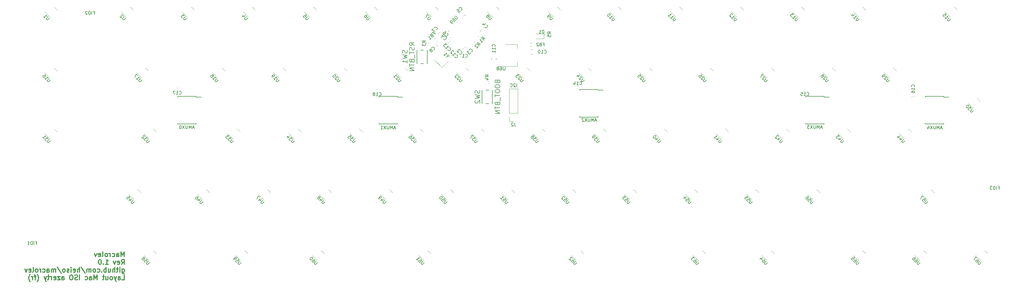
<source format=gbr>
%TF.GenerationSoftware,KiCad,Pcbnew,9.0.3*%
%TF.CreationDate,2025-10-13T22:17:33+02:00*%
%TF.ProjectId,macrolev,6d616372-6f6c-4657-962e-6b696361645f,1.0*%
%TF.SameCoordinates,Original*%
%TF.FileFunction,Legend,Bot*%
%TF.FilePolarity,Positive*%
%FSLAX46Y46*%
G04 Gerber Fmt 4.6, Leading zero omitted, Abs format (unit mm)*
G04 Created by KiCad (PCBNEW 9.0.3) date 2025-10-13 22:17:33*
%MOMM*%
%LPD*%
G01*
G04 APERTURE LIST*
%ADD10C,0.300000*%
%ADD11C,0.150000*%
%ADD12C,0.120000*%
%ADD13C,0.200000*%
G04 APERTURE END LIST*
D10*
X62555489Y-116556080D02*
X62555489Y-115056080D01*
X62555489Y-115056080D02*
X62055489Y-116127509D01*
X62055489Y-116127509D02*
X61555489Y-115056080D01*
X61555489Y-115056080D02*
X61555489Y-116556080D01*
X60198346Y-116556080D02*
X60198346Y-115770366D01*
X60198346Y-115770366D02*
X60269774Y-115627509D01*
X60269774Y-115627509D02*
X60412631Y-115556080D01*
X60412631Y-115556080D02*
X60698346Y-115556080D01*
X60698346Y-115556080D02*
X60841203Y-115627509D01*
X60198346Y-116484652D02*
X60341203Y-116556080D01*
X60341203Y-116556080D02*
X60698346Y-116556080D01*
X60698346Y-116556080D02*
X60841203Y-116484652D01*
X60841203Y-116484652D02*
X60912631Y-116341794D01*
X60912631Y-116341794D02*
X60912631Y-116198937D01*
X60912631Y-116198937D02*
X60841203Y-116056080D01*
X60841203Y-116056080D02*
X60698346Y-115984652D01*
X60698346Y-115984652D02*
X60341203Y-115984652D01*
X60341203Y-115984652D02*
X60198346Y-115913223D01*
X58841203Y-116484652D02*
X58984060Y-116556080D01*
X58984060Y-116556080D02*
X59269774Y-116556080D01*
X59269774Y-116556080D02*
X59412631Y-116484652D01*
X59412631Y-116484652D02*
X59484060Y-116413223D01*
X59484060Y-116413223D02*
X59555488Y-116270366D01*
X59555488Y-116270366D02*
X59555488Y-115841794D01*
X59555488Y-115841794D02*
X59484060Y-115698937D01*
X59484060Y-115698937D02*
X59412631Y-115627509D01*
X59412631Y-115627509D02*
X59269774Y-115556080D01*
X59269774Y-115556080D02*
X58984060Y-115556080D01*
X58984060Y-115556080D02*
X58841203Y-115627509D01*
X58198346Y-116556080D02*
X58198346Y-115556080D01*
X58198346Y-115841794D02*
X58126917Y-115698937D01*
X58126917Y-115698937D02*
X58055489Y-115627509D01*
X58055489Y-115627509D02*
X57912631Y-115556080D01*
X57912631Y-115556080D02*
X57769774Y-115556080D01*
X57055489Y-116556080D02*
X57198346Y-116484652D01*
X57198346Y-116484652D02*
X57269775Y-116413223D01*
X57269775Y-116413223D02*
X57341203Y-116270366D01*
X57341203Y-116270366D02*
X57341203Y-115841794D01*
X57341203Y-115841794D02*
X57269775Y-115698937D01*
X57269775Y-115698937D02*
X57198346Y-115627509D01*
X57198346Y-115627509D02*
X57055489Y-115556080D01*
X57055489Y-115556080D02*
X56841203Y-115556080D01*
X56841203Y-115556080D02*
X56698346Y-115627509D01*
X56698346Y-115627509D02*
X56626918Y-115698937D01*
X56626918Y-115698937D02*
X56555489Y-115841794D01*
X56555489Y-115841794D02*
X56555489Y-116270366D01*
X56555489Y-116270366D02*
X56626918Y-116413223D01*
X56626918Y-116413223D02*
X56698346Y-116484652D01*
X56698346Y-116484652D02*
X56841203Y-116556080D01*
X56841203Y-116556080D02*
X57055489Y-116556080D01*
X55698346Y-116556080D02*
X55841203Y-116484652D01*
X55841203Y-116484652D02*
X55912632Y-116341794D01*
X55912632Y-116341794D02*
X55912632Y-115056080D01*
X54555489Y-116484652D02*
X54698346Y-116556080D01*
X54698346Y-116556080D02*
X54984061Y-116556080D01*
X54984061Y-116556080D02*
X55126918Y-116484652D01*
X55126918Y-116484652D02*
X55198346Y-116341794D01*
X55198346Y-116341794D02*
X55198346Y-115770366D01*
X55198346Y-115770366D02*
X55126918Y-115627509D01*
X55126918Y-115627509D02*
X54984061Y-115556080D01*
X54984061Y-115556080D02*
X54698346Y-115556080D01*
X54698346Y-115556080D02*
X54555489Y-115627509D01*
X54555489Y-115627509D02*
X54484061Y-115770366D01*
X54484061Y-115770366D02*
X54484061Y-115913223D01*
X54484061Y-115913223D02*
X55198346Y-116056080D01*
X53984061Y-115556080D02*
X53626918Y-116556080D01*
X53626918Y-116556080D02*
X53269775Y-115556080D01*
X61698346Y-118970996D02*
X62198346Y-118256710D01*
X62555489Y-118970996D02*
X62555489Y-117470996D01*
X62555489Y-117470996D02*
X61984060Y-117470996D01*
X61984060Y-117470996D02*
X61841203Y-117542425D01*
X61841203Y-117542425D02*
X61769774Y-117613853D01*
X61769774Y-117613853D02*
X61698346Y-117756710D01*
X61698346Y-117756710D02*
X61698346Y-117970996D01*
X61698346Y-117970996D02*
X61769774Y-118113853D01*
X61769774Y-118113853D02*
X61841203Y-118185282D01*
X61841203Y-118185282D02*
X61984060Y-118256710D01*
X61984060Y-118256710D02*
X62555489Y-118256710D01*
X60484060Y-118899568D02*
X60626917Y-118970996D01*
X60626917Y-118970996D02*
X60912632Y-118970996D01*
X60912632Y-118970996D02*
X61055489Y-118899568D01*
X61055489Y-118899568D02*
X61126917Y-118756710D01*
X61126917Y-118756710D02*
X61126917Y-118185282D01*
X61126917Y-118185282D02*
X61055489Y-118042425D01*
X61055489Y-118042425D02*
X60912632Y-117970996D01*
X60912632Y-117970996D02*
X60626917Y-117970996D01*
X60626917Y-117970996D02*
X60484060Y-118042425D01*
X60484060Y-118042425D02*
X60412632Y-118185282D01*
X60412632Y-118185282D02*
X60412632Y-118328139D01*
X60412632Y-118328139D02*
X61126917Y-118470996D01*
X59912632Y-117970996D02*
X59555489Y-118970996D01*
X59555489Y-118970996D02*
X59198346Y-117970996D01*
X56698346Y-118970996D02*
X57555489Y-118970996D01*
X57126918Y-118970996D02*
X57126918Y-117470996D01*
X57126918Y-117470996D02*
X57269775Y-117685282D01*
X57269775Y-117685282D02*
X57412632Y-117828139D01*
X57412632Y-117828139D02*
X57555489Y-117899568D01*
X56055490Y-118828139D02*
X55984061Y-118899568D01*
X55984061Y-118899568D02*
X56055490Y-118970996D01*
X56055490Y-118970996D02*
X56126918Y-118899568D01*
X56126918Y-118899568D02*
X56055490Y-118828139D01*
X56055490Y-118828139D02*
X56055490Y-118970996D01*
X55055489Y-117470996D02*
X54912632Y-117470996D01*
X54912632Y-117470996D02*
X54769775Y-117542425D01*
X54769775Y-117542425D02*
X54698347Y-117613853D01*
X54698347Y-117613853D02*
X54626918Y-117756710D01*
X54626918Y-117756710D02*
X54555489Y-118042425D01*
X54555489Y-118042425D02*
X54555489Y-118399568D01*
X54555489Y-118399568D02*
X54626918Y-118685282D01*
X54626918Y-118685282D02*
X54698347Y-118828139D01*
X54698347Y-118828139D02*
X54769775Y-118899568D01*
X54769775Y-118899568D02*
X54912632Y-118970996D01*
X54912632Y-118970996D02*
X55055489Y-118970996D01*
X55055489Y-118970996D02*
X55198347Y-118899568D01*
X55198347Y-118899568D02*
X55269775Y-118828139D01*
X55269775Y-118828139D02*
X55341204Y-118685282D01*
X55341204Y-118685282D02*
X55412632Y-118399568D01*
X55412632Y-118399568D02*
X55412632Y-118042425D01*
X55412632Y-118042425D02*
X55341204Y-117756710D01*
X55341204Y-117756710D02*
X55269775Y-117613853D01*
X55269775Y-117613853D02*
X55198347Y-117542425D01*
X55198347Y-117542425D02*
X55055489Y-117470996D01*
X61912632Y-120385912D02*
X61912632Y-121600198D01*
X61912632Y-121600198D02*
X61984060Y-121743055D01*
X61984060Y-121743055D02*
X62055489Y-121814484D01*
X62055489Y-121814484D02*
X62198346Y-121885912D01*
X62198346Y-121885912D02*
X62412632Y-121885912D01*
X62412632Y-121885912D02*
X62555489Y-121814484D01*
X61912632Y-121314484D02*
X62055489Y-121385912D01*
X62055489Y-121385912D02*
X62341203Y-121385912D01*
X62341203Y-121385912D02*
X62484060Y-121314484D01*
X62484060Y-121314484D02*
X62555489Y-121243055D01*
X62555489Y-121243055D02*
X62626917Y-121100198D01*
X62626917Y-121100198D02*
X62626917Y-120671626D01*
X62626917Y-120671626D02*
X62555489Y-120528769D01*
X62555489Y-120528769D02*
X62484060Y-120457341D01*
X62484060Y-120457341D02*
X62341203Y-120385912D01*
X62341203Y-120385912D02*
X62055489Y-120385912D01*
X62055489Y-120385912D02*
X61912632Y-120457341D01*
X61198346Y-121385912D02*
X61198346Y-120385912D01*
X61198346Y-119885912D02*
X61269774Y-119957341D01*
X61269774Y-119957341D02*
X61198346Y-120028769D01*
X61198346Y-120028769D02*
X61126917Y-119957341D01*
X61126917Y-119957341D02*
X61198346Y-119885912D01*
X61198346Y-119885912D02*
X61198346Y-120028769D01*
X60698345Y-120385912D02*
X60126917Y-120385912D01*
X60484060Y-119885912D02*
X60484060Y-121171626D01*
X60484060Y-121171626D02*
X60412631Y-121314484D01*
X60412631Y-121314484D02*
X60269774Y-121385912D01*
X60269774Y-121385912D02*
X60126917Y-121385912D01*
X59626917Y-121385912D02*
X59626917Y-119885912D01*
X58984060Y-121385912D02*
X58984060Y-120600198D01*
X58984060Y-120600198D02*
X59055488Y-120457341D01*
X59055488Y-120457341D02*
X59198345Y-120385912D01*
X59198345Y-120385912D02*
X59412631Y-120385912D01*
X59412631Y-120385912D02*
X59555488Y-120457341D01*
X59555488Y-120457341D02*
X59626917Y-120528769D01*
X57626917Y-120385912D02*
X57626917Y-121385912D01*
X58269774Y-120385912D02*
X58269774Y-121171626D01*
X58269774Y-121171626D02*
X58198345Y-121314484D01*
X58198345Y-121314484D02*
X58055488Y-121385912D01*
X58055488Y-121385912D02*
X57841202Y-121385912D01*
X57841202Y-121385912D02*
X57698345Y-121314484D01*
X57698345Y-121314484D02*
X57626917Y-121243055D01*
X56912631Y-121385912D02*
X56912631Y-119885912D01*
X56912631Y-120457341D02*
X56769774Y-120385912D01*
X56769774Y-120385912D02*
X56484059Y-120385912D01*
X56484059Y-120385912D02*
X56341202Y-120457341D01*
X56341202Y-120457341D02*
X56269774Y-120528769D01*
X56269774Y-120528769D02*
X56198345Y-120671626D01*
X56198345Y-120671626D02*
X56198345Y-121100198D01*
X56198345Y-121100198D02*
X56269774Y-121243055D01*
X56269774Y-121243055D02*
X56341202Y-121314484D01*
X56341202Y-121314484D02*
X56484059Y-121385912D01*
X56484059Y-121385912D02*
X56769774Y-121385912D01*
X56769774Y-121385912D02*
X56912631Y-121314484D01*
X55555488Y-121243055D02*
X55484059Y-121314484D01*
X55484059Y-121314484D02*
X55555488Y-121385912D01*
X55555488Y-121385912D02*
X55626916Y-121314484D01*
X55626916Y-121314484D02*
X55555488Y-121243055D01*
X55555488Y-121243055D02*
X55555488Y-121385912D01*
X54198345Y-121314484D02*
X54341202Y-121385912D01*
X54341202Y-121385912D02*
X54626916Y-121385912D01*
X54626916Y-121385912D02*
X54769773Y-121314484D01*
X54769773Y-121314484D02*
X54841202Y-121243055D01*
X54841202Y-121243055D02*
X54912630Y-121100198D01*
X54912630Y-121100198D02*
X54912630Y-120671626D01*
X54912630Y-120671626D02*
X54841202Y-120528769D01*
X54841202Y-120528769D02*
X54769773Y-120457341D01*
X54769773Y-120457341D02*
X54626916Y-120385912D01*
X54626916Y-120385912D02*
X54341202Y-120385912D01*
X54341202Y-120385912D02*
X54198345Y-120457341D01*
X53341202Y-121385912D02*
X53484059Y-121314484D01*
X53484059Y-121314484D02*
X53555488Y-121243055D01*
X53555488Y-121243055D02*
X53626916Y-121100198D01*
X53626916Y-121100198D02*
X53626916Y-120671626D01*
X53626916Y-120671626D02*
X53555488Y-120528769D01*
X53555488Y-120528769D02*
X53484059Y-120457341D01*
X53484059Y-120457341D02*
X53341202Y-120385912D01*
X53341202Y-120385912D02*
X53126916Y-120385912D01*
X53126916Y-120385912D02*
X52984059Y-120457341D01*
X52984059Y-120457341D02*
X52912631Y-120528769D01*
X52912631Y-120528769D02*
X52841202Y-120671626D01*
X52841202Y-120671626D02*
X52841202Y-121100198D01*
X52841202Y-121100198D02*
X52912631Y-121243055D01*
X52912631Y-121243055D02*
X52984059Y-121314484D01*
X52984059Y-121314484D02*
X53126916Y-121385912D01*
X53126916Y-121385912D02*
X53341202Y-121385912D01*
X52198345Y-121385912D02*
X52198345Y-120385912D01*
X52198345Y-120528769D02*
X52126916Y-120457341D01*
X52126916Y-120457341D02*
X51984059Y-120385912D01*
X51984059Y-120385912D02*
X51769773Y-120385912D01*
X51769773Y-120385912D02*
X51626916Y-120457341D01*
X51626916Y-120457341D02*
X51555488Y-120600198D01*
X51555488Y-120600198D02*
X51555488Y-121385912D01*
X51555488Y-120600198D02*
X51484059Y-120457341D01*
X51484059Y-120457341D02*
X51341202Y-120385912D01*
X51341202Y-120385912D02*
X51126916Y-120385912D01*
X51126916Y-120385912D02*
X50984059Y-120457341D01*
X50984059Y-120457341D02*
X50912630Y-120600198D01*
X50912630Y-120600198D02*
X50912630Y-121385912D01*
X49126916Y-119814484D02*
X50412630Y-121743055D01*
X48626916Y-121385912D02*
X48626916Y-119885912D01*
X47984059Y-121385912D02*
X47984059Y-120600198D01*
X47984059Y-120600198D02*
X48055487Y-120457341D01*
X48055487Y-120457341D02*
X48198344Y-120385912D01*
X48198344Y-120385912D02*
X48412630Y-120385912D01*
X48412630Y-120385912D02*
X48555487Y-120457341D01*
X48555487Y-120457341D02*
X48626916Y-120528769D01*
X46698344Y-121314484D02*
X46841201Y-121385912D01*
X46841201Y-121385912D02*
X47126916Y-121385912D01*
X47126916Y-121385912D02*
X47269773Y-121314484D01*
X47269773Y-121314484D02*
X47341201Y-121171626D01*
X47341201Y-121171626D02*
X47341201Y-120600198D01*
X47341201Y-120600198D02*
X47269773Y-120457341D01*
X47269773Y-120457341D02*
X47126916Y-120385912D01*
X47126916Y-120385912D02*
X46841201Y-120385912D01*
X46841201Y-120385912D02*
X46698344Y-120457341D01*
X46698344Y-120457341D02*
X46626916Y-120600198D01*
X46626916Y-120600198D02*
X46626916Y-120743055D01*
X46626916Y-120743055D02*
X47341201Y-120885912D01*
X45984059Y-121385912D02*
X45984059Y-120385912D01*
X45984059Y-119885912D02*
X46055487Y-119957341D01*
X46055487Y-119957341D02*
X45984059Y-120028769D01*
X45984059Y-120028769D02*
X45912630Y-119957341D01*
X45912630Y-119957341D02*
X45984059Y-119885912D01*
X45984059Y-119885912D02*
X45984059Y-120028769D01*
X45341201Y-121314484D02*
X45198344Y-121385912D01*
X45198344Y-121385912D02*
X44912630Y-121385912D01*
X44912630Y-121385912D02*
X44769773Y-121314484D01*
X44769773Y-121314484D02*
X44698344Y-121171626D01*
X44698344Y-121171626D02*
X44698344Y-121100198D01*
X44698344Y-121100198D02*
X44769773Y-120957341D01*
X44769773Y-120957341D02*
X44912630Y-120885912D01*
X44912630Y-120885912D02*
X45126916Y-120885912D01*
X45126916Y-120885912D02*
X45269773Y-120814484D01*
X45269773Y-120814484D02*
X45341201Y-120671626D01*
X45341201Y-120671626D02*
X45341201Y-120600198D01*
X45341201Y-120600198D02*
X45269773Y-120457341D01*
X45269773Y-120457341D02*
X45126916Y-120385912D01*
X45126916Y-120385912D02*
X44912630Y-120385912D01*
X44912630Y-120385912D02*
X44769773Y-120457341D01*
X43841201Y-121385912D02*
X43984058Y-121314484D01*
X43984058Y-121314484D02*
X44055487Y-121243055D01*
X44055487Y-121243055D02*
X44126915Y-121100198D01*
X44126915Y-121100198D02*
X44126915Y-120671626D01*
X44126915Y-120671626D02*
X44055487Y-120528769D01*
X44055487Y-120528769D02*
X43984058Y-120457341D01*
X43984058Y-120457341D02*
X43841201Y-120385912D01*
X43841201Y-120385912D02*
X43626915Y-120385912D01*
X43626915Y-120385912D02*
X43484058Y-120457341D01*
X43484058Y-120457341D02*
X43412630Y-120528769D01*
X43412630Y-120528769D02*
X43341201Y-120671626D01*
X43341201Y-120671626D02*
X43341201Y-121100198D01*
X43341201Y-121100198D02*
X43412630Y-121243055D01*
X43412630Y-121243055D02*
X43484058Y-121314484D01*
X43484058Y-121314484D02*
X43626915Y-121385912D01*
X43626915Y-121385912D02*
X43841201Y-121385912D01*
X41626915Y-119814484D02*
X42912629Y-121743055D01*
X41126915Y-121385912D02*
X41126915Y-120385912D01*
X41126915Y-120528769D02*
X41055486Y-120457341D01*
X41055486Y-120457341D02*
X40912629Y-120385912D01*
X40912629Y-120385912D02*
X40698343Y-120385912D01*
X40698343Y-120385912D02*
X40555486Y-120457341D01*
X40555486Y-120457341D02*
X40484058Y-120600198D01*
X40484058Y-120600198D02*
X40484058Y-121385912D01*
X40484058Y-120600198D02*
X40412629Y-120457341D01*
X40412629Y-120457341D02*
X40269772Y-120385912D01*
X40269772Y-120385912D02*
X40055486Y-120385912D01*
X40055486Y-120385912D02*
X39912629Y-120457341D01*
X39912629Y-120457341D02*
X39841200Y-120600198D01*
X39841200Y-120600198D02*
X39841200Y-121385912D01*
X38484058Y-121385912D02*
X38484058Y-120600198D01*
X38484058Y-120600198D02*
X38555486Y-120457341D01*
X38555486Y-120457341D02*
X38698343Y-120385912D01*
X38698343Y-120385912D02*
X38984058Y-120385912D01*
X38984058Y-120385912D02*
X39126915Y-120457341D01*
X38484058Y-121314484D02*
X38626915Y-121385912D01*
X38626915Y-121385912D02*
X38984058Y-121385912D01*
X38984058Y-121385912D02*
X39126915Y-121314484D01*
X39126915Y-121314484D02*
X39198343Y-121171626D01*
X39198343Y-121171626D02*
X39198343Y-121028769D01*
X39198343Y-121028769D02*
X39126915Y-120885912D01*
X39126915Y-120885912D02*
X38984058Y-120814484D01*
X38984058Y-120814484D02*
X38626915Y-120814484D01*
X38626915Y-120814484D02*
X38484058Y-120743055D01*
X37126915Y-121314484D02*
X37269772Y-121385912D01*
X37269772Y-121385912D02*
X37555486Y-121385912D01*
X37555486Y-121385912D02*
X37698343Y-121314484D01*
X37698343Y-121314484D02*
X37769772Y-121243055D01*
X37769772Y-121243055D02*
X37841200Y-121100198D01*
X37841200Y-121100198D02*
X37841200Y-120671626D01*
X37841200Y-120671626D02*
X37769772Y-120528769D01*
X37769772Y-120528769D02*
X37698343Y-120457341D01*
X37698343Y-120457341D02*
X37555486Y-120385912D01*
X37555486Y-120385912D02*
X37269772Y-120385912D01*
X37269772Y-120385912D02*
X37126915Y-120457341D01*
X36484058Y-121385912D02*
X36484058Y-120385912D01*
X36484058Y-120671626D02*
X36412629Y-120528769D01*
X36412629Y-120528769D02*
X36341201Y-120457341D01*
X36341201Y-120457341D02*
X36198343Y-120385912D01*
X36198343Y-120385912D02*
X36055486Y-120385912D01*
X35341201Y-121385912D02*
X35484058Y-121314484D01*
X35484058Y-121314484D02*
X35555487Y-121243055D01*
X35555487Y-121243055D02*
X35626915Y-121100198D01*
X35626915Y-121100198D02*
X35626915Y-120671626D01*
X35626915Y-120671626D02*
X35555487Y-120528769D01*
X35555487Y-120528769D02*
X35484058Y-120457341D01*
X35484058Y-120457341D02*
X35341201Y-120385912D01*
X35341201Y-120385912D02*
X35126915Y-120385912D01*
X35126915Y-120385912D02*
X34984058Y-120457341D01*
X34984058Y-120457341D02*
X34912630Y-120528769D01*
X34912630Y-120528769D02*
X34841201Y-120671626D01*
X34841201Y-120671626D02*
X34841201Y-121100198D01*
X34841201Y-121100198D02*
X34912630Y-121243055D01*
X34912630Y-121243055D02*
X34984058Y-121314484D01*
X34984058Y-121314484D02*
X35126915Y-121385912D01*
X35126915Y-121385912D02*
X35341201Y-121385912D01*
X33984058Y-121385912D02*
X34126915Y-121314484D01*
X34126915Y-121314484D02*
X34198344Y-121171626D01*
X34198344Y-121171626D02*
X34198344Y-119885912D01*
X32841201Y-121314484D02*
X32984058Y-121385912D01*
X32984058Y-121385912D02*
X33269773Y-121385912D01*
X33269773Y-121385912D02*
X33412630Y-121314484D01*
X33412630Y-121314484D02*
X33484058Y-121171626D01*
X33484058Y-121171626D02*
X33484058Y-120600198D01*
X33484058Y-120600198D02*
X33412630Y-120457341D01*
X33412630Y-120457341D02*
X33269773Y-120385912D01*
X33269773Y-120385912D02*
X32984058Y-120385912D01*
X32984058Y-120385912D02*
X32841201Y-120457341D01*
X32841201Y-120457341D02*
X32769773Y-120600198D01*
X32769773Y-120600198D02*
X32769773Y-120743055D01*
X32769773Y-120743055D02*
X33484058Y-120885912D01*
X32269773Y-120385912D02*
X31912630Y-121385912D01*
X31912630Y-121385912D02*
X31555487Y-120385912D01*
X61841203Y-123800828D02*
X62555489Y-123800828D01*
X62555489Y-123800828D02*
X62555489Y-122300828D01*
X60698346Y-123800828D02*
X60698346Y-123015114D01*
X60698346Y-123015114D02*
X60769774Y-122872257D01*
X60769774Y-122872257D02*
X60912631Y-122800828D01*
X60912631Y-122800828D02*
X61198346Y-122800828D01*
X61198346Y-122800828D02*
X61341203Y-122872257D01*
X60698346Y-123729400D02*
X60841203Y-123800828D01*
X60841203Y-123800828D02*
X61198346Y-123800828D01*
X61198346Y-123800828D02*
X61341203Y-123729400D01*
X61341203Y-123729400D02*
X61412631Y-123586542D01*
X61412631Y-123586542D02*
X61412631Y-123443685D01*
X61412631Y-123443685D02*
X61341203Y-123300828D01*
X61341203Y-123300828D02*
X61198346Y-123229400D01*
X61198346Y-123229400D02*
X60841203Y-123229400D01*
X60841203Y-123229400D02*
X60698346Y-123157971D01*
X60126917Y-122800828D02*
X59769774Y-123800828D01*
X59412631Y-122800828D02*
X59769774Y-123800828D01*
X59769774Y-123800828D02*
X59912631Y-124157971D01*
X59912631Y-124157971D02*
X59984060Y-124229400D01*
X59984060Y-124229400D02*
X60126917Y-124300828D01*
X58626917Y-123800828D02*
X58769774Y-123729400D01*
X58769774Y-123729400D02*
X58841203Y-123657971D01*
X58841203Y-123657971D02*
X58912631Y-123515114D01*
X58912631Y-123515114D02*
X58912631Y-123086542D01*
X58912631Y-123086542D02*
X58841203Y-122943685D01*
X58841203Y-122943685D02*
X58769774Y-122872257D01*
X58769774Y-122872257D02*
X58626917Y-122800828D01*
X58626917Y-122800828D02*
X58412631Y-122800828D01*
X58412631Y-122800828D02*
X58269774Y-122872257D01*
X58269774Y-122872257D02*
X58198346Y-122943685D01*
X58198346Y-122943685D02*
X58126917Y-123086542D01*
X58126917Y-123086542D02*
X58126917Y-123515114D01*
X58126917Y-123515114D02*
X58198346Y-123657971D01*
X58198346Y-123657971D02*
X58269774Y-123729400D01*
X58269774Y-123729400D02*
X58412631Y-123800828D01*
X58412631Y-123800828D02*
X58626917Y-123800828D01*
X56841203Y-122800828D02*
X56841203Y-123800828D01*
X57484060Y-122800828D02*
X57484060Y-123586542D01*
X57484060Y-123586542D02*
X57412631Y-123729400D01*
X57412631Y-123729400D02*
X57269774Y-123800828D01*
X57269774Y-123800828D02*
X57055488Y-123800828D01*
X57055488Y-123800828D02*
X56912631Y-123729400D01*
X56912631Y-123729400D02*
X56841203Y-123657971D01*
X56341202Y-122800828D02*
X55769774Y-122800828D01*
X56126917Y-122300828D02*
X56126917Y-123586542D01*
X56126917Y-123586542D02*
X56055488Y-123729400D01*
X56055488Y-123729400D02*
X55912631Y-123800828D01*
X55912631Y-123800828D02*
X55769774Y-123800828D01*
X54126917Y-123800828D02*
X54126917Y-122300828D01*
X54126917Y-122300828D02*
X53626917Y-123372257D01*
X53626917Y-123372257D02*
X53126917Y-122300828D01*
X53126917Y-122300828D02*
X53126917Y-123800828D01*
X51769774Y-123800828D02*
X51769774Y-123015114D01*
X51769774Y-123015114D02*
X51841202Y-122872257D01*
X51841202Y-122872257D02*
X51984059Y-122800828D01*
X51984059Y-122800828D02*
X52269774Y-122800828D01*
X52269774Y-122800828D02*
X52412631Y-122872257D01*
X51769774Y-123729400D02*
X51912631Y-123800828D01*
X51912631Y-123800828D02*
X52269774Y-123800828D01*
X52269774Y-123800828D02*
X52412631Y-123729400D01*
X52412631Y-123729400D02*
X52484059Y-123586542D01*
X52484059Y-123586542D02*
X52484059Y-123443685D01*
X52484059Y-123443685D02*
X52412631Y-123300828D01*
X52412631Y-123300828D02*
X52269774Y-123229400D01*
X52269774Y-123229400D02*
X51912631Y-123229400D01*
X51912631Y-123229400D02*
X51769774Y-123157971D01*
X50412631Y-123729400D02*
X50555488Y-123800828D01*
X50555488Y-123800828D02*
X50841202Y-123800828D01*
X50841202Y-123800828D02*
X50984059Y-123729400D01*
X50984059Y-123729400D02*
X51055488Y-123657971D01*
X51055488Y-123657971D02*
X51126916Y-123515114D01*
X51126916Y-123515114D02*
X51126916Y-123086542D01*
X51126916Y-123086542D02*
X51055488Y-122943685D01*
X51055488Y-122943685D02*
X50984059Y-122872257D01*
X50984059Y-122872257D02*
X50841202Y-122800828D01*
X50841202Y-122800828D02*
X50555488Y-122800828D01*
X50555488Y-122800828D02*
X50412631Y-122872257D01*
X48626917Y-123800828D02*
X48626917Y-122300828D01*
X47984059Y-123729400D02*
X47769774Y-123800828D01*
X47769774Y-123800828D02*
X47412631Y-123800828D01*
X47412631Y-123800828D02*
X47269774Y-123729400D01*
X47269774Y-123729400D02*
X47198345Y-123657971D01*
X47198345Y-123657971D02*
X47126916Y-123515114D01*
X47126916Y-123515114D02*
X47126916Y-123372257D01*
X47126916Y-123372257D02*
X47198345Y-123229400D01*
X47198345Y-123229400D02*
X47269774Y-123157971D01*
X47269774Y-123157971D02*
X47412631Y-123086542D01*
X47412631Y-123086542D02*
X47698345Y-123015114D01*
X47698345Y-123015114D02*
X47841202Y-122943685D01*
X47841202Y-122943685D02*
X47912631Y-122872257D01*
X47912631Y-122872257D02*
X47984059Y-122729400D01*
X47984059Y-122729400D02*
X47984059Y-122586542D01*
X47984059Y-122586542D02*
X47912631Y-122443685D01*
X47912631Y-122443685D02*
X47841202Y-122372257D01*
X47841202Y-122372257D02*
X47698345Y-122300828D01*
X47698345Y-122300828D02*
X47341202Y-122300828D01*
X47341202Y-122300828D02*
X47126916Y-122372257D01*
X46198345Y-122300828D02*
X45912631Y-122300828D01*
X45912631Y-122300828D02*
X45769774Y-122372257D01*
X45769774Y-122372257D02*
X45626917Y-122515114D01*
X45626917Y-122515114D02*
X45555488Y-122800828D01*
X45555488Y-122800828D02*
X45555488Y-123300828D01*
X45555488Y-123300828D02*
X45626917Y-123586542D01*
X45626917Y-123586542D02*
X45769774Y-123729400D01*
X45769774Y-123729400D02*
X45912631Y-123800828D01*
X45912631Y-123800828D02*
X46198345Y-123800828D01*
X46198345Y-123800828D02*
X46341203Y-123729400D01*
X46341203Y-123729400D02*
X46484060Y-123586542D01*
X46484060Y-123586542D02*
X46555488Y-123300828D01*
X46555488Y-123300828D02*
X46555488Y-122800828D01*
X46555488Y-122800828D02*
X46484060Y-122515114D01*
X46484060Y-122515114D02*
X46341203Y-122372257D01*
X46341203Y-122372257D02*
X46198345Y-122300828D01*
X43126917Y-123800828D02*
X43126917Y-123015114D01*
X43126917Y-123015114D02*
X43198345Y-122872257D01*
X43198345Y-122872257D02*
X43341202Y-122800828D01*
X43341202Y-122800828D02*
X43626917Y-122800828D01*
X43626917Y-122800828D02*
X43769774Y-122872257D01*
X43126917Y-123729400D02*
X43269774Y-123800828D01*
X43269774Y-123800828D02*
X43626917Y-123800828D01*
X43626917Y-123800828D02*
X43769774Y-123729400D01*
X43769774Y-123729400D02*
X43841202Y-123586542D01*
X43841202Y-123586542D02*
X43841202Y-123443685D01*
X43841202Y-123443685D02*
X43769774Y-123300828D01*
X43769774Y-123300828D02*
X43626917Y-123229400D01*
X43626917Y-123229400D02*
X43269774Y-123229400D01*
X43269774Y-123229400D02*
X43126917Y-123157971D01*
X42555488Y-122800828D02*
X41769774Y-122800828D01*
X41769774Y-122800828D02*
X42555488Y-123800828D01*
X42555488Y-123800828D02*
X41769774Y-123800828D01*
X40626916Y-123729400D02*
X40769773Y-123800828D01*
X40769773Y-123800828D02*
X41055488Y-123800828D01*
X41055488Y-123800828D02*
X41198345Y-123729400D01*
X41198345Y-123729400D02*
X41269773Y-123586542D01*
X41269773Y-123586542D02*
X41269773Y-123015114D01*
X41269773Y-123015114D02*
X41198345Y-122872257D01*
X41198345Y-122872257D02*
X41055488Y-122800828D01*
X41055488Y-122800828D02*
X40769773Y-122800828D01*
X40769773Y-122800828D02*
X40626916Y-122872257D01*
X40626916Y-122872257D02*
X40555488Y-123015114D01*
X40555488Y-123015114D02*
X40555488Y-123157971D01*
X40555488Y-123157971D02*
X41269773Y-123300828D01*
X39912631Y-123800828D02*
X39912631Y-122800828D01*
X39912631Y-123086542D02*
X39841202Y-122943685D01*
X39841202Y-122943685D02*
X39769774Y-122872257D01*
X39769774Y-122872257D02*
X39626916Y-122800828D01*
X39626916Y-122800828D02*
X39484059Y-122800828D01*
X39198345Y-122800828D02*
X38626917Y-122800828D01*
X38984060Y-122300828D02*
X38984060Y-123586542D01*
X38984060Y-123586542D02*
X38912631Y-123729400D01*
X38912631Y-123729400D02*
X38769774Y-123800828D01*
X38769774Y-123800828D02*
X38626917Y-123800828D01*
X38269774Y-122800828D02*
X37912631Y-123800828D01*
X37555488Y-122800828D02*
X37912631Y-123800828D01*
X37912631Y-123800828D02*
X38055488Y-124157971D01*
X38055488Y-124157971D02*
X38126917Y-124229400D01*
X38126917Y-124229400D02*
X38269774Y-124300828D01*
X35412631Y-124372257D02*
X35484060Y-124300828D01*
X35484060Y-124300828D02*
X35626917Y-124086542D01*
X35626917Y-124086542D02*
X35698346Y-123943685D01*
X35698346Y-123943685D02*
X35769774Y-123729400D01*
X35769774Y-123729400D02*
X35841203Y-123372257D01*
X35841203Y-123372257D02*
X35841203Y-123086542D01*
X35841203Y-123086542D02*
X35769774Y-122729400D01*
X35769774Y-122729400D02*
X35698346Y-122515114D01*
X35698346Y-122515114D02*
X35626917Y-122372257D01*
X35626917Y-122372257D02*
X35484060Y-122157971D01*
X35484060Y-122157971D02*
X35412631Y-122086542D01*
X35055488Y-122800828D02*
X34484060Y-122800828D01*
X34841203Y-123800828D02*
X34841203Y-122515114D01*
X34841203Y-122515114D02*
X34769774Y-122372257D01*
X34769774Y-122372257D02*
X34626917Y-122300828D01*
X34626917Y-122300828D02*
X34484060Y-122300828D01*
X33984060Y-123800828D02*
X33984060Y-122800828D01*
X33984060Y-123086542D02*
X33912631Y-122943685D01*
X33912631Y-122943685D02*
X33841203Y-122872257D01*
X33841203Y-122872257D02*
X33698345Y-122800828D01*
X33698345Y-122800828D02*
X33555488Y-122800828D01*
X33198346Y-124372257D02*
X33126917Y-124300828D01*
X33126917Y-124300828D02*
X32984060Y-124086542D01*
X32984060Y-124086542D02*
X32912632Y-123943685D01*
X32912632Y-123943685D02*
X32841203Y-123729400D01*
X32841203Y-123729400D02*
X32769774Y-123372257D01*
X32769774Y-123372257D02*
X32769774Y-123086542D01*
X32769774Y-123086542D02*
X32841203Y-122729400D01*
X32841203Y-122729400D02*
X32912632Y-122515114D01*
X32912632Y-122515114D02*
X32984060Y-122372257D01*
X32984060Y-122372257D02*
X33126917Y-122157971D01*
X33126917Y-122157971D02*
X33198346Y-122086542D01*
D11*
X163496068Y-53865970D02*
X163159350Y-54202688D01*
X164102159Y-53731283D02*
X163496068Y-53865970D01*
X163496068Y-53865970D02*
X163630755Y-53259879D01*
X162317557Y-53360894D02*
X162721618Y-53764955D01*
X162519587Y-53562924D02*
X163226694Y-52855818D01*
X163226694Y-52855818D02*
X163193022Y-53024176D01*
X163193022Y-53024176D02*
X163193022Y-53158863D01*
X163193022Y-53158863D02*
X163226694Y-53259879D01*
X163556676Y-51778321D02*
X163556676Y-51845665D01*
X163556676Y-51845665D02*
X163624020Y-51980352D01*
X163624020Y-51980352D02*
X163691363Y-52047695D01*
X163691363Y-52047695D02*
X163826050Y-52115039D01*
X163826050Y-52115039D02*
X163960737Y-52115039D01*
X163960737Y-52115039D02*
X164061752Y-52081367D01*
X164061752Y-52081367D02*
X164230111Y-51980352D01*
X164230111Y-51980352D02*
X164331126Y-51879337D01*
X164331126Y-51879337D02*
X164432142Y-51710978D01*
X164432142Y-51710978D02*
X164465813Y-51609963D01*
X164465813Y-51609963D02*
X164465813Y-51475276D01*
X164465813Y-51475276D02*
X164398470Y-51340589D01*
X164398470Y-51340589D02*
X164331126Y-51273245D01*
X164331126Y-51273245D02*
X164196439Y-51205902D01*
X164196439Y-51205902D02*
X164129096Y-51205902D01*
X162815898Y-51172230D02*
X163219959Y-51576291D01*
X163017928Y-51374260D02*
X163725035Y-50667154D01*
X163725035Y-50667154D02*
X163691363Y-50835512D01*
X163691363Y-50835512D02*
X163691363Y-50970199D01*
X163691363Y-50970199D02*
X163725035Y-51071215D01*
X163287302Y-50229421D02*
X162849569Y-49791688D01*
X162849569Y-49791688D02*
X162815897Y-50296764D01*
X162815897Y-50296764D02*
X162714882Y-50195749D01*
X162714882Y-50195749D02*
X162613867Y-50162077D01*
X162613867Y-50162077D02*
X162546523Y-50162077D01*
X162546523Y-50162077D02*
X162445508Y-50195749D01*
X162445508Y-50195749D02*
X162277149Y-50364108D01*
X162277149Y-50364108D02*
X162243478Y-50465123D01*
X162243478Y-50465123D02*
X162243478Y-50532466D01*
X162243478Y-50532466D02*
X162277149Y-50633482D01*
X162277149Y-50633482D02*
X162479180Y-50835512D01*
X162479180Y-50835512D02*
X162580195Y-50869184D01*
X162580195Y-50869184D02*
X162647539Y-50869184D01*
X165748708Y-53970353D02*
X165748708Y-54037697D01*
X165748708Y-54037697D02*
X165816052Y-54172384D01*
X165816052Y-54172384D02*
X165883395Y-54239727D01*
X165883395Y-54239727D02*
X166018082Y-54307071D01*
X166018082Y-54307071D02*
X166152769Y-54307071D01*
X166152769Y-54307071D02*
X166253784Y-54273399D01*
X166253784Y-54273399D02*
X166422143Y-54172384D01*
X166422143Y-54172384D02*
X166523158Y-54071369D01*
X166523158Y-54071369D02*
X166624174Y-53903010D01*
X166624174Y-53903010D02*
X166657845Y-53801995D01*
X166657845Y-53801995D02*
X166657845Y-53667308D01*
X166657845Y-53667308D02*
X166590502Y-53532621D01*
X166590502Y-53532621D02*
X166523158Y-53465277D01*
X166523158Y-53465277D02*
X166388471Y-53397934D01*
X166388471Y-53397934D02*
X166321128Y-53397934D01*
X165007930Y-53364262D02*
X165411991Y-53768323D01*
X165209960Y-53566292D02*
X165917067Y-52859186D01*
X165917067Y-52859186D02*
X165883395Y-53027544D01*
X165883395Y-53027544D02*
X165883395Y-53162231D01*
X165883395Y-53162231D02*
X165917067Y-53263247D01*
X165378319Y-52455124D02*
X165378319Y-52387781D01*
X165378319Y-52387781D02*
X165344647Y-52286766D01*
X165344647Y-52286766D02*
X165176288Y-52118407D01*
X165176288Y-52118407D02*
X165075273Y-52084735D01*
X165075273Y-52084735D02*
X165007929Y-52084735D01*
X165007929Y-52084735D02*
X164906914Y-52118407D01*
X164906914Y-52118407D02*
X164839571Y-52185750D01*
X164839571Y-52185750D02*
X164772227Y-52320437D01*
X164772227Y-52320437D02*
X164772227Y-53128559D01*
X164772227Y-53128559D02*
X164334494Y-52690827D01*
X153863910Y-80287020D02*
X153291490Y-80859439D01*
X153291490Y-80859439D02*
X153190475Y-80893111D01*
X153190475Y-80893111D02*
X153123131Y-80893111D01*
X153123131Y-80893111D02*
X153022116Y-80859439D01*
X153022116Y-80859439D02*
X152887429Y-80724752D01*
X152887429Y-80724752D02*
X152853757Y-80623737D01*
X152853757Y-80623737D02*
X152853757Y-80556394D01*
X152853757Y-80556394D02*
X152887429Y-80455378D01*
X152887429Y-80455378D02*
X153459849Y-79882959D01*
X153190475Y-79613585D02*
X152752742Y-79175852D01*
X152752742Y-79175852D02*
X152719070Y-79680928D01*
X152719070Y-79680928D02*
X152618055Y-79579913D01*
X152618055Y-79579913D02*
X152517040Y-79546241D01*
X152517040Y-79546241D02*
X152449696Y-79546241D01*
X152449696Y-79546241D02*
X152348681Y-79579913D01*
X152348681Y-79579913D02*
X152180322Y-79748272D01*
X152180322Y-79748272D02*
X152146651Y-79849287D01*
X152146651Y-79849287D02*
X152146651Y-79916630D01*
X152146651Y-79916630D02*
X152180322Y-80017646D01*
X152180322Y-80017646D02*
X152382353Y-80219676D01*
X152382353Y-80219676D02*
X152483368Y-80253348D01*
X152483368Y-80253348D02*
X152550712Y-80253348D01*
X152146651Y-78569760D02*
X152281338Y-78704447D01*
X152281338Y-78704447D02*
X152315009Y-78805462D01*
X152315009Y-78805462D02*
X152315009Y-78872806D01*
X152315009Y-78872806D02*
X152281338Y-79041165D01*
X152281338Y-79041165D02*
X152180322Y-79209524D01*
X152180322Y-79209524D02*
X151910948Y-79478898D01*
X151910948Y-79478898D02*
X151809933Y-79512569D01*
X151809933Y-79512569D02*
X151742590Y-79512569D01*
X151742590Y-79512569D02*
X151641574Y-79478898D01*
X151641574Y-79478898D02*
X151506887Y-79344211D01*
X151506887Y-79344211D02*
X151473215Y-79243195D01*
X151473215Y-79243195D02*
X151473215Y-79175852D01*
X151473215Y-79175852D02*
X151506887Y-79074837D01*
X151506887Y-79074837D02*
X151675246Y-78906478D01*
X151675246Y-78906478D02*
X151776261Y-78872806D01*
X151776261Y-78872806D02*
X151843605Y-78872806D01*
X151843605Y-78872806D02*
X151944620Y-78906478D01*
X151944620Y-78906478D02*
X152079307Y-79041165D01*
X152079307Y-79041165D02*
X152112979Y-79142180D01*
X152112979Y-79142180D02*
X152112979Y-79209524D01*
X152112979Y-79209524D02*
X152079307Y-79310539D01*
X309159580Y-63407142D02*
X309207200Y-63359523D01*
X309207200Y-63359523D02*
X309254819Y-63216666D01*
X309254819Y-63216666D02*
X309254819Y-63121428D01*
X309254819Y-63121428D02*
X309207200Y-62978571D01*
X309207200Y-62978571D02*
X309111961Y-62883333D01*
X309111961Y-62883333D02*
X309016723Y-62835714D01*
X309016723Y-62835714D02*
X308826247Y-62788095D01*
X308826247Y-62788095D02*
X308683390Y-62788095D01*
X308683390Y-62788095D02*
X308492914Y-62835714D01*
X308492914Y-62835714D02*
X308397676Y-62883333D01*
X308397676Y-62883333D02*
X308302438Y-62978571D01*
X308302438Y-62978571D02*
X308254819Y-63121428D01*
X308254819Y-63121428D02*
X308254819Y-63216666D01*
X308254819Y-63216666D02*
X308302438Y-63359523D01*
X308302438Y-63359523D02*
X308350057Y-63407142D01*
X309254819Y-64359523D02*
X309254819Y-63788095D01*
X309254819Y-64073809D02*
X308254819Y-64073809D01*
X308254819Y-64073809D02*
X308397676Y-63978571D01*
X308397676Y-63978571D02*
X308492914Y-63883333D01*
X308492914Y-63883333D02*
X308540533Y-63788095D01*
X308254819Y-65216666D02*
X308254819Y-65026190D01*
X308254819Y-65026190D02*
X308302438Y-64930952D01*
X308302438Y-64930952D02*
X308350057Y-64883333D01*
X308350057Y-64883333D02*
X308492914Y-64788095D01*
X308492914Y-64788095D02*
X308683390Y-64740476D01*
X308683390Y-64740476D02*
X309064342Y-64740476D01*
X309064342Y-64740476D02*
X309159580Y-64788095D01*
X309159580Y-64788095D02*
X309207200Y-64835714D01*
X309207200Y-64835714D02*
X309254819Y-64930952D01*
X309254819Y-64930952D02*
X309254819Y-65121428D01*
X309254819Y-65121428D02*
X309207200Y-65216666D01*
X309207200Y-65216666D02*
X309159580Y-65264285D01*
X309159580Y-65264285D02*
X309064342Y-65311904D01*
X309064342Y-65311904D02*
X308826247Y-65311904D01*
X308826247Y-65311904D02*
X308731009Y-65264285D01*
X308731009Y-65264285D02*
X308683390Y-65216666D01*
X308683390Y-65216666D02*
X308635771Y-65121428D01*
X308635771Y-65121428D02*
X308635771Y-64930952D01*
X308635771Y-64930952D02*
X308683390Y-64835714D01*
X308683390Y-64835714D02*
X308731009Y-64788095D01*
X308731009Y-64788095D02*
X308826247Y-64740476D01*
X203870160Y-118387020D02*
X203297740Y-118959439D01*
X203297740Y-118959439D02*
X203196725Y-118993111D01*
X203196725Y-118993111D02*
X203129381Y-118993111D01*
X203129381Y-118993111D02*
X203028366Y-118959439D01*
X203028366Y-118959439D02*
X202893679Y-118824752D01*
X202893679Y-118824752D02*
X202860007Y-118723737D01*
X202860007Y-118723737D02*
X202860007Y-118656394D01*
X202860007Y-118656394D02*
X202893679Y-118555378D01*
X202893679Y-118555378D02*
X203466099Y-117982959D01*
X202826336Y-117343195D02*
X202961023Y-117477882D01*
X202961023Y-117477882D02*
X202994694Y-117578898D01*
X202994694Y-117578898D02*
X202994694Y-117646241D01*
X202994694Y-117646241D02*
X202961023Y-117814600D01*
X202961023Y-117814600D02*
X202860007Y-117982959D01*
X202860007Y-117982959D02*
X202590633Y-118252333D01*
X202590633Y-118252333D02*
X202489618Y-118286004D01*
X202489618Y-118286004D02*
X202422275Y-118286004D01*
X202422275Y-118286004D02*
X202321259Y-118252333D01*
X202321259Y-118252333D02*
X202186572Y-118117646D01*
X202186572Y-118117646D02*
X202152901Y-118016630D01*
X202152901Y-118016630D02*
X202152901Y-117949287D01*
X202152901Y-117949287D02*
X202186572Y-117848272D01*
X202186572Y-117848272D02*
X202354931Y-117679913D01*
X202354931Y-117679913D02*
X202455946Y-117646241D01*
X202455946Y-117646241D02*
X202523290Y-117646241D01*
X202523290Y-117646241D02*
X202624305Y-117679913D01*
X202624305Y-117679913D02*
X202758992Y-117814600D01*
X202758992Y-117814600D02*
X202792664Y-117915615D01*
X202792664Y-117915615D02*
X202792664Y-117982959D01*
X202792664Y-117982959D02*
X202758992Y-118083974D01*
X202422275Y-117073821D02*
X202422275Y-117006478D01*
X202422275Y-117006478D02*
X202388603Y-116905462D01*
X202388603Y-116905462D02*
X202220244Y-116737104D01*
X202220244Y-116737104D02*
X202119229Y-116703432D01*
X202119229Y-116703432D02*
X202051885Y-116703432D01*
X202051885Y-116703432D02*
X201950870Y-116737104D01*
X201950870Y-116737104D02*
X201883527Y-116804447D01*
X201883527Y-116804447D02*
X201816183Y-116939134D01*
X201816183Y-116939134D02*
X201816183Y-117747256D01*
X201816183Y-117747256D02*
X201378450Y-117309524D01*
X268163910Y-80287020D02*
X267591490Y-80859439D01*
X267591490Y-80859439D02*
X267490475Y-80893111D01*
X267490475Y-80893111D02*
X267423131Y-80893111D01*
X267423131Y-80893111D02*
X267322116Y-80859439D01*
X267322116Y-80859439D02*
X267187429Y-80724752D01*
X267187429Y-80724752D02*
X267153757Y-80623737D01*
X267153757Y-80623737D02*
X267153757Y-80556394D01*
X267153757Y-80556394D02*
X267187429Y-80455378D01*
X267187429Y-80455378D02*
X267759849Y-79882959D01*
X266884383Y-79478898D02*
X266412979Y-79950302D01*
X267322116Y-79377882D02*
X266985399Y-80051317D01*
X266985399Y-80051317D02*
X266547666Y-79613585D01*
X266716025Y-78973821D02*
X266716025Y-78906478D01*
X266716025Y-78906478D02*
X266682353Y-78805462D01*
X266682353Y-78805462D02*
X266513994Y-78637104D01*
X266513994Y-78637104D02*
X266412979Y-78603432D01*
X266412979Y-78603432D02*
X266345635Y-78603432D01*
X266345635Y-78603432D02*
X266244620Y-78637104D01*
X266244620Y-78637104D02*
X266177277Y-78704447D01*
X266177277Y-78704447D02*
X266109933Y-78839134D01*
X266109933Y-78839134D02*
X266109933Y-79647256D01*
X266109933Y-79647256D02*
X265672200Y-79209524D01*
X125288910Y-99337020D02*
X124716490Y-99909439D01*
X124716490Y-99909439D02*
X124615475Y-99943111D01*
X124615475Y-99943111D02*
X124548131Y-99943111D01*
X124548131Y-99943111D02*
X124447116Y-99909439D01*
X124447116Y-99909439D02*
X124312429Y-99774752D01*
X124312429Y-99774752D02*
X124278757Y-99673737D01*
X124278757Y-99673737D02*
X124278757Y-99606394D01*
X124278757Y-99606394D02*
X124312429Y-99505378D01*
X124312429Y-99505378D02*
X124884849Y-98932959D01*
X124009383Y-98528898D02*
X123537979Y-99000302D01*
X124447116Y-98427882D02*
X124110399Y-99101317D01*
X124110399Y-99101317D02*
X123672666Y-98663585D01*
X123470635Y-98124837D02*
X123571651Y-98158508D01*
X123571651Y-98158508D02*
X123638994Y-98158508D01*
X123638994Y-98158508D02*
X123740009Y-98124837D01*
X123740009Y-98124837D02*
X123773681Y-98091165D01*
X123773681Y-98091165D02*
X123807353Y-97990149D01*
X123807353Y-97990149D02*
X123807353Y-97922806D01*
X123807353Y-97922806D02*
X123773681Y-97821791D01*
X123773681Y-97821791D02*
X123638994Y-97687104D01*
X123638994Y-97687104D02*
X123537979Y-97653432D01*
X123537979Y-97653432D02*
X123470635Y-97653432D01*
X123470635Y-97653432D02*
X123369620Y-97687104D01*
X123369620Y-97687104D02*
X123335948Y-97720775D01*
X123335948Y-97720775D02*
X123302277Y-97821791D01*
X123302277Y-97821791D02*
X123302277Y-97889134D01*
X123302277Y-97889134D02*
X123335948Y-97990149D01*
X123335948Y-97990149D02*
X123470635Y-98124837D01*
X123470635Y-98124837D02*
X123504307Y-98225852D01*
X123504307Y-98225852D02*
X123504307Y-98293195D01*
X123504307Y-98293195D02*
X123470635Y-98394211D01*
X123470635Y-98394211D02*
X123335948Y-98528898D01*
X123335948Y-98528898D02*
X123234933Y-98562569D01*
X123234933Y-98562569D02*
X123167590Y-98562569D01*
X123167590Y-98562569D02*
X123066574Y-98528898D01*
X123066574Y-98528898D02*
X122931887Y-98394211D01*
X122931887Y-98394211D02*
X122898215Y-98293195D01*
X122898215Y-98293195D02*
X122898215Y-98225852D01*
X122898215Y-98225852D02*
X122931887Y-98124837D01*
X122931887Y-98124837D02*
X123066574Y-97990149D01*
X123066574Y-97990149D02*
X123167590Y-97956478D01*
X123167590Y-97956478D02*
X123234933Y-97956478D01*
X123234933Y-97956478D02*
X123335948Y-97990149D01*
X65757660Y-99337020D02*
X65185240Y-99909439D01*
X65185240Y-99909439D02*
X65084225Y-99943111D01*
X65084225Y-99943111D02*
X65016881Y-99943111D01*
X65016881Y-99943111D02*
X64915866Y-99909439D01*
X64915866Y-99909439D02*
X64781179Y-99774752D01*
X64781179Y-99774752D02*
X64747507Y-99673737D01*
X64747507Y-99673737D02*
X64747507Y-99606394D01*
X64747507Y-99606394D02*
X64781179Y-99505378D01*
X64781179Y-99505378D02*
X65353599Y-98932959D01*
X64478133Y-98528898D02*
X64006729Y-99000302D01*
X64915866Y-98427882D02*
X64579149Y-99101317D01*
X64579149Y-99101317D02*
X64141416Y-98663585D01*
X64006729Y-97586088D02*
X64343446Y-97922806D01*
X64343446Y-97922806D02*
X64040401Y-98293195D01*
X64040401Y-98293195D02*
X64040401Y-98225852D01*
X64040401Y-98225852D02*
X64006729Y-98124837D01*
X64006729Y-98124837D02*
X63838370Y-97956478D01*
X63838370Y-97956478D02*
X63737355Y-97922806D01*
X63737355Y-97922806D02*
X63670011Y-97922806D01*
X63670011Y-97922806D02*
X63568996Y-97956478D01*
X63568996Y-97956478D02*
X63400637Y-98124837D01*
X63400637Y-98124837D02*
X63366965Y-98225852D01*
X63366965Y-98225852D02*
X63366965Y-98293195D01*
X63366965Y-98293195D02*
X63400637Y-98394211D01*
X63400637Y-98394211D02*
X63568996Y-98562569D01*
X63568996Y-98562569D02*
X63670011Y-98596241D01*
X63670011Y-98596241D02*
X63737355Y-98596241D01*
X169054166Y-54104580D02*
X169101785Y-54152200D01*
X169101785Y-54152200D02*
X169244642Y-54199819D01*
X169244642Y-54199819D02*
X169339880Y-54199819D01*
X169339880Y-54199819D02*
X169482737Y-54152200D01*
X169482737Y-54152200D02*
X169577975Y-54056961D01*
X169577975Y-54056961D02*
X169625594Y-53961723D01*
X169625594Y-53961723D02*
X169673213Y-53771247D01*
X169673213Y-53771247D02*
X169673213Y-53628390D01*
X169673213Y-53628390D02*
X169625594Y-53437914D01*
X169625594Y-53437914D02*
X169577975Y-53342676D01*
X169577975Y-53342676D02*
X169482737Y-53247438D01*
X169482737Y-53247438D02*
X169339880Y-53199819D01*
X169339880Y-53199819D02*
X169244642Y-53199819D01*
X169244642Y-53199819D02*
X169101785Y-53247438D01*
X169101785Y-53247438D02*
X169054166Y-53295057D01*
X168101785Y-54199819D02*
X168673213Y-54199819D01*
X168387499Y-54199819D02*
X168387499Y-53199819D01*
X168387499Y-53199819D02*
X168482737Y-53342676D01*
X168482737Y-53342676D02*
X168577975Y-53437914D01*
X168577975Y-53437914D02*
X168673213Y-53485533D01*
X163388910Y-99337020D02*
X162816490Y-99909439D01*
X162816490Y-99909439D02*
X162715475Y-99943111D01*
X162715475Y-99943111D02*
X162648131Y-99943111D01*
X162648131Y-99943111D02*
X162547116Y-99909439D01*
X162547116Y-99909439D02*
X162412429Y-99774752D01*
X162412429Y-99774752D02*
X162378757Y-99673737D01*
X162378757Y-99673737D02*
X162378757Y-99606394D01*
X162378757Y-99606394D02*
X162412429Y-99505378D01*
X162412429Y-99505378D02*
X162984849Y-98932959D01*
X162311414Y-98259524D02*
X162648131Y-98596241D01*
X162648131Y-98596241D02*
X162345086Y-98966630D01*
X162345086Y-98966630D02*
X162345086Y-98899287D01*
X162345086Y-98899287D02*
X162311414Y-98798272D01*
X162311414Y-98798272D02*
X162143055Y-98629913D01*
X162143055Y-98629913D02*
X162042040Y-98596241D01*
X162042040Y-98596241D02*
X161974696Y-98596241D01*
X161974696Y-98596241D02*
X161873681Y-98629913D01*
X161873681Y-98629913D02*
X161705322Y-98798272D01*
X161705322Y-98798272D02*
X161671651Y-98899287D01*
X161671651Y-98899287D02*
X161671651Y-98966630D01*
X161671651Y-98966630D02*
X161705322Y-99067646D01*
X161705322Y-99067646D02*
X161873681Y-99236004D01*
X161873681Y-99236004D02*
X161974696Y-99269676D01*
X161974696Y-99269676D02*
X162042040Y-99269676D01*
X161840009Y-97788119D02*
X161772666Y-97720775D01*
X161772666Y-97720775D02*
X161671651Y-97687104D01*
X161671651Y-97687104D02*
X161604307Y-97687104D01*
X161604307Y-97687104D02*
X161503292Y-97720775D01*
X161503292Y-97720775D02*
X161334933Y-97821791D01*
X161334933Y-97821791D02*
X161166574Y-97990149D01*
X161166574Y-97990149D02*
X161065559Y-98158508D01*
X161065559Y-98158508D02*
X161031887Y-98259524D01*
X161031887Y-98259524D02*
X161031887Y-98326867D01*
X161031887Y-98326867D02*
X161065559Y-98427882D01*
X161065559Y-98427882D02*
X161132903Y-98495226D01*
X161132903Y-98495226D02*
X161233918Y-98528898D01*
X161233918Y-98528898D02*
X161301261Y-98528898D01*
X161301261Y-98528898D02*
X161402277Y-98495226D01*
X161402277Y-98495226D02*
X161570635Y-98394211D01*
X161570635Y-98394211D02*
X161738994Y-98225852D01*
X161738994Y-98225852D02*
X161840009Y-98057493D01*
X161840009Y-98057493D02*
X161873681Y-97956478D01*
X161873681Y-97956478D02*
X161873681Y-97889134D01*
X161873681Y-97889134D02*
X161840009Y-97788119D01*
X63039693Y-41850302D02*
X62467273Y-42422722D01*
X62467273Y-42422722D02*
X62366258Y-42456394D01*
X62366258Y-42456394D02*
X62298914Y-42456394D01*
X62298914Y-42456394D02*
X62197899Y-42422722D01*
X62197899Y-42422722D02*
X62063212Y-42288035D01*
X62063212Y-42288035D02*
X62029540Y-42187020D01*
X62029540Y-42187020D02*
X62029540Y-42119676D01*
X62029540Y-42119676D02*
X62063212Y-42018661D01*
X62063212Y-42018661D02*
X62635632Y-41446241D01*
X62265242Y-41210539D02*
X62265242Y-41143196D01*
X62265242Y-41143196D02*
X62231571Y-41042180D01*
X62231571Y-41042180D02*
X62063212Y-40873822D01*
X62063212Y-40873822D02*
X61962197Y-40840150D01*
X61962197Y-40840150D02*
X61894853Y-40840150D01*
X61894853Y-40840150D02*
X61793838Y-40873822D01*
X61793838Y-40873822D02*
X61726494Y-40941165D01*
X61726494Y-40941165D02*
X61659151Y-41075852D01*
X61659151Y-41075852D02*
X61659151Y-41883974D01*
X61659151Y-41883974D02*
X61221418Y-41446241D01*
X70520160Y-118387020D02*
X69947740Y-118959439D01*
X69947740Y-118959439D02*
X69846725Y-118993111D01*
X69846725Y-118993111D02*
X69779381Y-118993111D01*
X69779381Y-118993111D02*
X69678366Y-118959439D01*
X69678366Y-118959439D02*
X69543679Y-118824752D01*
X69543679Y-118824752D02*
X69510007Y-118723737D01*
X69510007Y-118723737D02*
X69510007Y-118656394D01*
X69510007Y-118656394D02*
X69543679Y-118555378D01*
X69543679Y-118555378D02*
X70116099Y-117982959D01*
X69442664Y-117309524D02*
X69779381Y-117646241D01*
X69779381Y-117646241D02*
X69476336Y-118016630D01*
X69476336Y-118016630D02*
X69476336Y-117949287D01*
X69476336Y-117949287D02*
X69442664Y-117848272D01*
X69442664Y-117848272D02*
X69274305Y-117679913D01*
X69274305Y-117679913D02*
X69173290Y-117646241D01*
X69173290Y-117646241D02*
X69105946Y-117646241D01*
X69105946Y-117646241D02*
X69004931Y-117679913D01*
X69004931Y-117679913D02*
X68836572Y-117848272D01*
X68836572Y-117848272D02*
X68802901Y-117949287D01*
X68802901Y-117949287D02*
X68802901Y-118016630D01*
X68802901Y-118016630D02*
X68836572Y-118117646D01*
X68836572Y-118117646D02*
X69004931Y-118286004D01*
X69004931Y-118286004D02*
X69105946Y-118319676D01*
X69105946Y-118319676D02*
X69173290Y-118319676D01*
X68701885Y-117174837D02*
X68802901Y-117208508D01*
X68802901Y-117208508D02*
X68870244Y-117208508D01*
X68870244Y-117208508D02*
X68971259Y-117174837D01*
X68971259Y-117174837D02*
X69004931Y-117141165D01*
X69004931Y-117141165D02*
X69038603Y-117040149D01*
X69038603Y-117040149D02*
X69038603Y-116972806D01*
X69038603Y-116972806D02*
X69004931Y-116871791D01*
X69004931Y-116871791D02*
X68870244Y-116737104D01*
X68870244Y-116737104D02*
X68769229Y-116703432D01*
X68769229Y-116703432D02*
X68701885Y-116703432D01*
X68701885Y-116703432D02*
X68600870Y-116737104D01*
X68600870Y-116737104D02*
X68567198Y-116770775D01*
X68567198Y-116770775D02*
X68533527Y-116871791D01*
X68533527Y-116871791D02*
X68533527Y-116939134D01*
X68533527Y-116939134D02*
X68567198Y-117040149D01*
X68567198Y-117040149D02*
X68701885Y-117174837D01*
X68701885Y-117174837D02*
X68735557Y-117275852D01*
X68735557Y-117275852D02*
X68735557Y-117343195D01*
X68735557Y-117343195D02*
X68701885Y-117444211D01*
X68701885Y-117444211D02*
X68567198Y-117578898D01*
X68567198Y-117578898D02*
X68466183Y-117612569D01*
X68466183Y-117612569D02*
X68398840Y-117612569D01*
X68398840Y-117612569D02*
X68297824Y-117578898D01*
X68297824Y-117578898D02*
X68163137Y-117444211D01*
X68163137Y-117444211D02*
X68129465Y-117343195D01*
X68129465Y-117343195D02*
X68129465Y-117275852D01*
X68129465Y-117275852D02*
X68163137Y-117174837D01*
X68163137Y-117174837D02*
X68297824Y-117040149D01*
X68297824Y-117040149D02*
X68398840Y-117006478D01*
X68398840Y-117006478D02*
X68466183Y-117006478D01*
X68466183Y-117006478D02*
X68567198Y-117040149D01*
X301501410Y-61237020D02*
X300928990Y-61809439D01*
X300928990Y-61809439D02*
X300827975Y-61843111D01*
X300827975Y-61843111D02*
X300760631Y-61843111D01*
X300760631Y-61843111D02*
X300659616Y-61809439D01*
X300659616Y-61809439D02*
X300524929Y-61674752D01*
X300524929Y-61674752D02*
X300491257Y-61573737D01*
X300491257Y-61573737D02*
X300491257Y-61506394D01*
X300491257Y-61506394D02*
X300524929Y-61405378D01*
X300524929Y-61405378D02*
X301097349Y-60832959D01*
X300726960Y-60597256D02*
X300726960Y-60529913D01*
X300726960Y-60529913D02*
X300693288Y-60428898D01*
X300693288Y-60428898D02*
X300524929Y-60260539D01*
X300524929Y-60260539D02*
X300423914Y-60226867D01*
X300423914Y-60226867D02*
X300356570Y-60226867D01*
X300356570Y-60226867D02*
X300255555Y-60260539D01*
X300255555Y-60260539D02*
X300188212Y-60327882D01*
X300188212Y-60327882D02*
X300120868Y-60462569D01*
X300120868Y-60462569D02*
X300120868Y-61270691D01*
X300120868Y-61270691D02*
X299683135Y-60832959D01*
X299346418Y-60496241D02*
X299211731Y-60361554D01*
X299211731Y-60361554D02*
X299178059Y-60260539D01*
X299178059Y-60260539D02*
X299178059Y-60193195D01*
X299178059Y-60193195D02*
X299211731Y-60024837D01*
X299211731Y-60024837D02*
X299312746Y-59856478D01*
X299312746Y-59856478D02*
X299582120Y-59587104D01*
X299582120Y-59587104D02*
X299683135Y-59553432D01*
X299683135Y-59553432D02*
X299750479Y-59553432D01*
X299750479Y-59553432D02*
X299851494Y-59587104D01*
X299851494Y-59587104D02*
X299986181Y-59721791D01*
X299986181Y-59721791D02*
X300019853Y-59822806D01*
X300019853Y-59822806D02*
X300019853Y-59890149D01*
X300019853Y-59890149D02*
X299986181Y-59991165D01*
X299986181Y-59991165D02*
X299817822Y-60159524D01*
X299817822Y-60159524D02*
X299716807Y-60193195D01*
X299716807Y-60193195D02*
X299649464Y-60193195D01*
X299649464Y-60193195D02*
X299548448Y-60159524D01*
X299548448Y-60159524D02*
X299413761Y-60024837D01*
X299413761Y-60024837D02*
X299380090Y-59923821D01*
X299380090Y-59923821D02*
X299380090Y-59856478D01*
X299380090Y-59856478D02*
X299413761Y-59755462D01*
X187201410Y-61237020D02*
X186628990Y-61809439D01*
X186628990Y-61809439D02*
X186527975Y-61843111D01*
X186527975Y-61843111D02*
X186460631Y-61843111D01*
X186460631Y-61843111D02*
X186359616Y-61809439D01*
X186359616Y-61809439D02*
X186224929Y-61674752D01*
X186224929Y-61674752D02*
X186191257Y-61573737D01*
X186191257Y-61573737D02*
X186191257Y-61506394D01*
X186191257Y-61506394D02*
X186224929Y-61405378D01*
X186224929Y-61405378D02*
X186797349Y-60832959D01*
X186426960Y-60597256D02*
X186426960Y-60529913D01*
X186426960Y-60529913D02*
X186393288Y-60428898D01*
X186393288Y-60428898D02*
X186224929Y-60260539D01*
X186224929Y-60260539D02*
X186123914Y-60226867D01*
X186123914Y-60226867D02*
X186056570Y-60226867D01*
X186056570Y-60226867D02*
X185955555Y-60260539D01*
X185955555Y-60260539D02*
X185888212Y-60327882D01*
X185888212Y-60327882D02*
X185820868Y-60462569D01*
X185820868Y-60462569D02*
X185820868Y-61270691D01*
X185820868Y-61270691D02*
X185383135Y-60832959D01*
X185854540Y-59890149D02*
X185416807Y-59452417D01*
X185416807Y-59452417D02*
X185383135Y-59957493D01*
X185383135Y-59957493D02*
X185282120Y-59856478D01*
X185282120Y-59856478D02*
X185181105Y-59822806D01*
X185181105Y-59822806D02*
X185113761Y-59822806D01*
X185113761Y-59822806D02*
X185012746Y-59856478D01*
X185012746Y-59856478D02*
X184844387Y-60024837D01*
X184844387Y-60024837D02*
X184810715Y-60125852D01*
X184810715Y-60125852D02*
X184810715Y-60193195D01*
X184810715Y-60193195D02*
X184844387Y-60294211D01*
X184844387Y-60294211D02*
X185046418Y-60496241D01*
X185046418Y-60496241D02*
X185147433Y-60529913D01*
X185147433Y-60529913D02*
X185214777Y-60529913D01*
X99095160Y-118387020D02*
X98522740Y-118959439D01*
X98522740Y-118959439D02*
X98421725Y-118993111D01*
X98421725Y-118993111D02*
X98354381Y-118993111D01*
X98354381Y-118993111D02*
X98253366Y-118959439D01*
X98253366Y-118959439D02*
X98118679Y-118824752D01*
X98118679Y-118824752D02*
X98085007Y-118723737D01*
X98085007Y-118723737D02*
X98085007Y-118656394D01*
X98085007Y-118656394D02*
X98118679Y-118555378D01*
X98118679Y-118555378D02*
X98691099Y-117982959D01*
X98017664Y-117309524D02*
X98354381Y-117646241D01*
X98354381Y-117646241D02*
X98051336Y-118016630D01*
X98051336Y-118016630D02*
X98051336Y-117949287D01*
X98051336Y-117949287D02*
X98017664Y-117848272D01*
X98017664Y-117848272D02*
X97849305Y-117679913D01*
X97849305Y-117679913D02*
X97748290Y-117646241D01*
X97748290Y-117646241D02*
X97680946Y-117646241D01*
X97680946Y-117646241D02*
X97579931Y-117679913D01*
X97579931Y-117679913D02*
X97411572Y-117848272D01*
X97411572Y-117848272D02*
X97377901Y-117949287D01*
X97377901Y-117949287D02*
X97377901Y-118016630D01*
X97377901Y-118016630D02*
X97411572Y-118117646D01*
X97411572Y-118117646D02*
X97579931Y-118286004D01*
X97579931Y-118286004D02*
X97680946Y-118319676D01*
X97680946Y-118319676D02*
X97748290Y-118319676D01*
X96940168Y-117646241D02*
X96805481Y-117511554D01*
X96805481Y-117511554D02*
X96771809Y-117410539D01*
X96771809Y-117410539D02*
X96771809Y-117343195D01*
X96771809Y-117343195D02*
X96805481Y-117174837D01*
X96805481Y-117174837D02*
X96906496Y-117006478D01*
X96906496Y-117006478D02*
X97175870Y-116737104D01*
X97175870Y-116737104D02*
X97276885Y-116703432D01*
X97276885Y-116703432D02*
X97344229Y-116703432D01*
X97344229Y-116703432D02*
X97445244Y-116737104D01*
X97445244Y-116737104D02*
X97579931Y-116871791D01*
X97579931Y-116871791D02*
X97613603Y-116972806D01*
X97613603Y-116972806D02*
X97613603Y-117040149D01*
X97613603Y-117040149D02*
X97579931Y-117141165D01*
X97579931Y-117141165D02*
X97411572Y-117309524D01*
X97411572Y-117309524D02*
X97310557Y-117343195D01*
X97310557Y-117343195D02*
X97243214Y-117343195D01*
X97243214Y-117343195D02*
X97142198Y-117309524D01*
X97142198Y-117309524D02*
X97007511Y-117174837D01*
X97007511Y-117174837D02*
X96973840Y-117073821D01*
X96973840Y-117073821D02*
X96973840Y-117006478D01*
X96973840Y-117006478D02*
X97007511Y-116905462D01*
X168151410Y-61237020D02*
X167578990Y-61809439D01*
X167578990Y-61809439D02*
X167477975Y-61843111D01*
X167477975Y-61843111D02*
X167410631Y-61843111D01*
X167410631Y-61843111D02*
X167309616Y-61809439D01*
X167309616Y-61809439D02*
X167174929Y-61674752D01*
X167174929Y-61674752D02*
X167141257Y-61573737D01*
X167141257Y-61573737D02*
X167141257Y-61506394D01*
X167141257Y-61506394D02*
X167174929Y-61405378D01*
X167174929Y-61405378D02*
X167747349Y-60832959D01*
X167376960Y-60597256D02*
X167376960Y-60529913D01*
X167376960Y-60529913D02*
X167343288Y-60428898D01*
X167343288Y-60428898D02*
X167174929Y-60260539D01*
X167174929Y-60260539D02*
X167073914Y-60226867D01*
X167073914Y-60226867D02*
X167006570Y-60226867D01*
X167006570Y-60226867D02*
X166905555Y-60260539D01*
X166905555Y-60260539D02*
X166838212Y-60327882D01*
X166838212Y-60327882D02*
X166770868Y-60462569D01*
X166770868Y-60462569D02*
X166770868Y-61270691D01*
X166770868Y-61270691D02*
X166333135Y-60832959D01*
X166703525Y-59923821D02*
X166703525Y-59856478D01*
X166703525Y-59856478D02*
X166669853Y-59755462D01*
X166669853Y-59755462D02*
X166501494Y-59587104D01*
X166501494Y-59587104D02*
X166400479Y-59553432D01*
X166400479Y-59553432D02*
X166333135Y-59553432D01*
X166333135Y-59553432D02*
X166232120Y-59587104D01*
X166232120Y-59587104D02*
X166164777Y-59654447D01*
X166164777Y-59654447D02*
X166097433Y-59789134D01*
X166097433Y-59789134D02*
X166097433Y-60597256D01*
X166097433Y-60597256D02*
X165659700Y-60159524D01*
X79742857Y-65669580D02*
X79790476Y-65717200D01*
X79790476Y-65717200D02*
X79933333Y-65764819D01*
X79933333Y-65764819D02*
X80028571Y-65764819D01*
X80028571Y-65764819D02*
X80171428Y-65717200D01*
X80171428Y-65717200D02*
X80266666Y-65621961D01*
X80266666Y-65621961D02*
X80314285Y-65526723D01*
X80314285Y-65526723D02*
X80361904Y-65336247D01*
X80361904Y-65336247D02*
X80361904Y-65193390D01*
X80361904Y-65193390D02*
X80314285Y-65002914D01*
X80314285Y-65002914D02*
X80266666Y-64907676D01*
X80266666Y-64907676D02*
X80171428Y-64812438D01*
X80171428Y-64812438D02*
X80028571Y-64764819D01*
X80028571Y-64764819D02*
X79933333Y-64764819D01*
X79933333Y-64764819D02*
X79790476Y-64812438D01*
X79790476Y-64812438D02*
X79742857Y-64860057D01*
X78790476Y-65764819D02*
X79361904Y-65764819D01*
X79076190Y-65764819D02*
X79076190Y-64764819D01*
X79076190Y-64764819D02*
X79171428Y-64907676D01*
X79171428Y-64907676D02*
X79266666Y-65002914D01*
X79266666Y-65002914D02*
X79361904Y-65050533D01*
X78457142Y-64764819D02*
X77790476Y-64764819D01*
X77790476Y-64764819D02*
X78219047Y-65764819D01*
X91951410Y-61237020D02*
X91378990Y-61809439D01*
X91378990Y-61809439D02*
X91277975Y-61843111D01*
X91277975Y-61843111D02*
X91210631Y-61843111D01*
X91210631Y-61843111D02*
X91109616Y-61809439D01*
X91109616Y-61809439D02*
X90974929Y-61674752D01*
X90974929Y-61674752D02*
X90941257Y-61573737D01*
X90941257Y-61573737D02*
X90941257Y-61506394D01*
X90941257Y-61506394D02*
X90974929Y-61405378D01*
X90974929Y-61405378D02*
X91547349Y-60832959D01*
X90133135Y-60832959D02*
X90537196Y-61237020D01*
X90335166Y-61034989D02*
X91042273Y-60327882D01*
X91042273Y-60327882D02*
X91008601Y-60496241D01*
X91008601Y-60496241D02*
X91008601Y-60630928D01*
X91008601Y-60630928D02*
X91042273Y-60731943D01*
X90133135Y-60024837D02*
X90234151Y-60058508D01*
X90234151Y-60058508D02*
X90301494Y-60058508D01*
X90301494Y-60058508D02*
X90402509Y-60024837D01*
X90402509Y-60024837D02*
X90436181Y-59991165D01*
X90436181Y-59991165D02*
X90469853Y-59890149D01*
X90469853Y-59890149D02*
X90469853Y-59822806D01*
X90469853Y-59822806D02*
X90436181Y-59721791D01*
X90436181Y-59721791D02*
X90301494Y-59587104D01*
X90301494Y-59587104D02*
X90200479Y-59553432D01*
X90200479Y-59553432D02*
X90133135Y-59553432D01*
X90133135Y-59553432D02*
X90032120Y-59587104D01*
X90032120Y-59587104D02*
X89998448Y-59620775D01*
X89998448Y-59620775D02*
X89964777Y-59721791D01*
X89964777Y-59721791D02*
X89964777Y-59789134D01*
X89964777Y-59789134D02*
X89998448Y-59890149D01*
X89998448Y-59890149D02*
X90133135Y-60024837D01*
X90133135Y-60024837D02*
X90166807Y-60125852D01*
X90166807Y-60125852D02*
X90166807Y-60193195D01*
X90166807Y-60193195D02*
X90133135Y-60294211D01*
X90133135Y-60294211D02*
X89998448Y-60428898D01*
X89998448Y-60428898D02*
X89897433Y-60462569D01*
X89897433Y-60462569D02*
X89830090Y-60462569D01*
X89830090Y-60462569D02*
X89729074Y-60428898D01*
X89729074Y-60428898D02*
X89594387Y-60294211D01*
X89594387Y-60294211D02*
X89560715Y-60193195D01*
X89560715Y-60193195D02*
X89560715Y-60125852D01*
X89560715Y-60125852D02*
X89594387Y-60024837D01*
X89594387Y-60024837D02*
X89729074Y-59890149D01*
X89729074Y-59890149D02*
X89830090Y-59856478D01*
X89830090Y-59856478D02*
X89897433Y-59856478D01*
X89897433Y-59856478D02*
X89998448Y-59890149D01*
X149101410Y-61237020D02*
X148528990Y-61809439D01*
X148528990Y-61809439D02*
X148427975Y-61843111D01*
X148427975Y-61843111D02*
X148360631Y-61843111D01*
X148360631Y-61843111D02*
X148259616Y-61809439D01*
X148259616Y-61809439D02*
X148124929Y-61674752D01*
X148124929Y-61674752D02*
X148091257Y-61573737D01*
X148091257Y-61573737D02*
X148091257Y-61506394D01*
X148091257Y-61506394D02*
X148124929Y-61405378D01*
X148124929Y-61405378D02*
X148697349Y-60832959D01*
X148326960Y-60597256D02*
X148326960Y-60529913D01*
X148326960Y-60529913D02*
X148293288Y-60428898D01*
X148293288Y-60428898D02*
X148124929Y-60260539D01*
X148124929Y-60260539D02*
X148023914Y-60226867D01*
X148023914Y-60226867D02*
X147956570Y-60226867D01*
X147956570Y-60226867D02*
X147855555Y-60260539D01*
X147855555Y-60260539D02*
X147788212Y-60327882D01*
X147788212Y-60327882D02*
X147720868Y-60462569D01*
X147720868Y-60462569D02*
X147720868Y-61270691D01*
X147720868Y-61270691D02*
X147283135Y-60832959D01*
X146609700Y-60159524D02*
X147013761Y-60563585D01*
X146811731Y-60361554D02*
X147518838Y-59654447D01*
X147518838Y-59654447D02*
X147485166Y-59822806D01*
X147485166Y-59822806D02*
X147485166Y-59957493D01*
X147485166Y-59957493D02*
X147518838Y-60058508D01*
X178284580Y-50785474D02*
X178332200Y-50737855D01*
X178332200Y-50737855D02*
X178379819Y-50594998D01*
X178379819Y-50594998D02*
X178379819Y-50499760D01*
X178379819Y-50499760D02*
X178332200Y-50356903D01*
X178332200Y-50356903D02*
X178236961Y-50261665D01*
X178236961Y-50261665D02*
X178141723Y-50214046D01*
X178141723Y-50214046D02*
X177951247Y-50166427D01*
X177951247Y-50166427D02*
X177808390Y-50166427D01*
X177808390Y-50166427D02*
X177617914Y-50214046D01*
X177617914Y-50214046D02*
X177522676Y-50261665D01*
X177522676Y-50261665D02*
X177427438Y-50356903D01*
X177427438Y-50356903D02*
X177379819Y-50499760D01*
X177379819Y-50499760D02*
X177379819Y-50594998D01*
X177379819Y-50594998D02*
X177427438Y-50737855D01*
X177427438Y-50737855D02*
X177475057Y-50785474D01*
X178379819Y-51737855D02*
X178379819Y-51166427D01*
X178379819Y-51452141D02*
X177379819Y-51452141D01*
X177379819Y-51452141D02*
X177522676Y-51356903D01*
X177522676Y-51356903D02*
X177617914Y-51261665D01*
X177617914Y-51261665D02*
X177665533Y-51166427D01*
X178379819Y-52690236D02*
X178379819Y-52118808D01*
X178379819Y-52404522D02*
X177379819Y-52404522D01*
X177379819Y-52404522D02*
X177522676Y-52309284D01*
X177522676Y-52309284D02*
X177617914Y-52214046D01*
X177617914Y-52214046D02*
X177665533Y-52118808D01*
X282451410Y-61237020D02*
X281878990Y-61809439D01*
X281878990Y-61809439D02*
X281777975Y-61843111D01*
X281777975Y-61843111D02*
X281710631Y-61843111D01*
X281710631Y-61843111D02*
X281609616Y-61809439D01*
X281609616Y-61809439D02*
X281474929Y-61674752D01*
X281474929Y-61674752D02*
X281441257Y-61573737D01*
X281441257Y-61573737D02*
X281441257Y-61506394D01*
X281441257Y-61506394D02*
X281474929Y-61405378D01*
X281474929Y-61405378D02*
X282047349Y-60832959D01*
X281676960Y-60597256D02*
X281676960Y-60529913D01*
X281676960Y-60529913D02*
X281643288Y-60428898D01*
X281643288Y-60428898D02*
X281474929Y-60260539D01*
X281474929Y-60260539D02*
X281373914Y-60226867D01*
X281373914Y-60226867D02*
X281306570Y-60226867D01*
X281306570Y-60226867D02*
X281205555Y-60260539D01*
X281205555Y-60260539D02*
X281138212Y-60327882D01*
X281138212Y-60327882D02*
X281070868Y-60462569D01*
X281070868Y-60462569D02*
X281070868Y-61270691D01*
X281070868Y-61270691D02*
X280633135Y-60832959D01*
X280633135Y-60024837D02*
X280734151Y-60058508D01*
X280734151Y-60058508D02*
X280801494Y-60058508D01*
X280801494Y-60058508D02*
X280902509Y-60024837D01*
X280902509Y-60024837D02*
X280936181Y-59991165D01*
X280936181Y-59991165D02*
X280969853Y-59890149D01*
X280969853Y-59890149D02*
X280969853Y-59822806D01*
X280969853Y-59822806D02*
X280936181Y-59721791D01*
X280936181Y-59721791D02*
X280801494Y-59587104D01*
X280801494Y-59587104D02*
X280700479Y-59553432D01*
X280700479Y-59553432D02*
X280633135Y-59553432D01*
X280633135Y-59553432D02*
X280532120Y-59587104D01*
X280532120Y-59587104D02*
X280498448Y-59620775D01*
X280498448Y-59620775D02*
X280464777Y-59721791D01*
X280464777Y-59721791D02*
X280464777Y-59789134D01*
X280464777Y-59789134D02*
X280498448Y-59890149D01*
X280498448Y-59890149D02*
X280633135Y-60024837D01*
X280633135Y-60024837D02*
X280666807Y-60125852D01*
X280666807Y-60125852D02*
X280666807Y-60193195D01*
X280666807Y-60193195D02*
X280633135Y-60294211D01*
X280633135Y-60294211D02*
X280498448Y-60428898D01*
X280498448Y-60428898D02*
X280397433Y-60462569D01*
X280397433Y-60462569D02*
X280330090Y-60462569D01*
X280330090Y-60462569D02*
X280229074Y-60428898D01*
X280229074Y-60428898D02*
X280094387Y-60294211D01*
X280094387Y-60294211D02*
X280060715Y-60193195D01*
X280060715Y-60193195D02*
X280060715Y-60125852D01*
X280060715Y-60125852D02*
X280094387Y-60024837D01*
X280094387Y-60024837D02*
X280229074Y-59890149D01*
X280229074Y-59890149D02*
X280330090Y-59856478D01*
X280330090Y-59856478D02*
X280397433Y-59856478D01*
X280397433Y-59856478D02*
X280498448Y-59890149D01*
X287213910Y-80287020D02*
X286641490Y-80859439D01*
X286641490Y-80859439D02*
X286540475Y-80893111D01*
X286540475Y-80893111D02*
X286473131Y-80893111D01*
X286473131Y-80893111D02*
X286372116Y-80859439D01*
X286372116Y-80859439D02*
X286237429Y-80724752D01*
X286237429Y-80724752D02*
X286203757Y-80623737D01*
X286203757Y-80623737D02*
X286203757Y-80556394D01*
X286203757Y-80556394D02*
X286237429Y-80455378D01*
X286237429Y-80455378D02*
X286809849Y-79882959D01*
X285934383Y-79478898D02*
X285462979Y-79950302D01*
X286372116Y-79377882D02*
X286035399Y-80051317D01*
X286035399Y-80051317D02*
X285597666Y-79613585D01*
X285867040Y-78940149D02*
X285429307Y-78502417D01*
X285429307Y-78502417D02*
X285395635Y-79007493D01*
X285395635Y-79007493D02*
X285294620Y-78906478D01*
X285294620Y-78906478D02*
X285193605Y-78872806D01*
X285193605Y-78872806D02*
X285126261Y-78872806D01*
X285126261Y-78872806D02*
X285025246Y-78906478D01*
X285025246Y-78906478D02*
X284856887Y-79074837D01*
X284856887Y-79074837D02*
X284823215Y-79175852D01*
X284823215Y-79175852D02*
X284823215Y-79243195D01*
X284823215Y-79243195D02*
X284856887Y-79344211D01*
X284856887Y-79344211D02*
X285058918Y-79546241D01*
X285058918Y-79546241D02*
X285159933Y-79579913D01*
X285159933Y-79579913D02*
X285227277Y-79579913D01*
X122907660Y-118387020D02*
X122335240Y-118959439D01*
X122335240Y-118959439D02*
X122234225Y-118993111D01*
X122234225Y-118993111D02*
X122166881Y-118993111D01*
X122166881Y-118993111D02*
X122065866Y-118959439D01*
X122065866Y-118959439D02*
X121931179Y-118824752D01*
X121931179Y-118824752D02*
X121897507Y-118723737D01*
X121897507Y-118723737D02*
X121897507Y-118656394D01*
X121897507Y-118656394D02*
X121931179Y-118555378D01*
X121931179Y-118555378D02*
X122503599Y-117982959D01*
X121863836Y-117343195D02*
X121998523Y-117477882D01*
X121998523Y-117477882D02*
X122032194Y-117578898D01*
X122032194Y-117578898D02*
X122032194Y-117646241D01*
X122032194Y-117646241D02*
X121998523Y-117814600D01*
X121998523Y-117814600D02*
X121897507Y-117982959D01*
X121897507Y-117982959D02*
X121628133Y-118252333D01*
X121628133Y-118252333D02*
X121527118Y-118286004D01*
X121527118Y-118286004D02*
X121459775Y-118286004D01*
X121459775Y-118286004D02*
X121358759Y-118252333D01*
X121358759Y-118252333D02*
X121224072Y-118117646D01*
X121224072Y-118117646D02*
X121190401Y-118016630D01*
X121190401Y-118016630D02*
X121190401Y-117949287D01*
X121190401Y-117949287D02*
X121224072Y-117848272D01*
X121224072Y-117848272D02*
X121392431Y-117679913D01*
X121392431Y-117679913D02*
X121493446Y-117646241D01*
X121493446Y-117646241D02*
X121560790Y-117646241D01*
X121560790Y-117646241D02*
X121661805Y-117679913D01*
X121661805Y-117679913D02*
X121796492Y-117814600D01*
X121796492Y-117814600D02*
X121830164Y-117915615D01*
X121830164Y-117915615D02*
X121830164Y-117982959D01*
X121830164Y-117982959D02*
X121796492Y-118083974D01*
X121358759Y-116838119D02*
X121291416Y-116770775D01*
X121291416Y-116770775D02*
X121190401Y-116737104D01*
X121190401Y-116737104D02*
X121123057Y-116737104D01*
X121123057Y-116737104D02*
X121022042Y-116770775D01*
X121022042Y-116770775D02*
X120853683Y-116871791D01*
X120853683Y-116871791D02*
X120685324Y-117040149D01*
X120685324Y-117040149D02*
X120584309Y-117208508D01*
X120584309Y-117208508D02*
X120550637Y-117309524D01*
X120550637Y-117309524D02*
X120550637Y-117376867D01*
X120550637Y-117376867D02*
X120584309Y-117477882D01*
X120584309Y-117477882D02*
X120651653Y-117545226D01*
X120651653Y-117545226D02*
X120752668Y-117578898D01*
X120752668Y-117578898D02*
X120820011Y-117578898D01*
X120820011Y-117578898D02*
X120921027Y-117545226D01*
X120921027Y-117545226D02*
X121089385Y-117444211D01*
X121089385Y-117444211D02*
X121257744Y-117275852D01*
X121257744Y-117275852D02*
X121358759Y-117107493D01*
X121358759Y-117107493D02*
X121392431Y-117006478D01*
X121392431Y-117006478D02*
X121392431Y-116939134D01*
X121392431Y-116939134D02*
X121358759Y-116838119D01*
X167100882Y-52895225D02*
X167100882Y-52962569D01*
X167100882Y-52962569D02*
X167168226Y-53097256D01*
X167168226Y-53097256D02*
X167235569Y-53164599D01*
X167235569Y-53164599D02*
X167370256Y-53231943D01*
X167370256Y-53231943D02*
X167504943Y-53231943D01*
X167504943Y-53231943D02*
X167605958Y-53198271D01*
X167605958Y-53198271D02*
X167774317Y-53097256D01*
X167774317Y-53097256D02*
X167875332Y-52996241D01*
X167875332Y-52996241D02*
X167976348Y-52827882D01*
X167976348Y-52827882D02*
X168010019Y-52726867D01*
X168010019Y-52726867D02*
X168010019Y-52592180D01*
X168010019Y-52592180D02*
X167942676Y-52457493D01*
X167942676Y-52457493D02*
X167875332Y-52390149D01*
X167875332Y-52390149D02*
X167740645Y-52322806D01*
X167740645Y-52322806D02*
X167673302Y-52322806D01*
X167403928Y-52053432D02*
X167403928Y-51986088D01*
X167403928Y-51986088D02*
X167370256Y-51885073D01*
X167370256Y-51885073D02*
X167201897Y-51716714D01*
X167201897Y-51716714D02*
X167100882Y-51683042D01*
X167100882Y-51683042D02*
X167033539Y-51683042D01*
X167033539Y-51683042D02*
X166932523Y-51716714D01*
X166932523Y-51716714D02*
X166865180Y-51784058D01*
X166865180Y-51784058D02*
X166797836Y-51918745D01*
X166797836Y-51918745D02*
X166797836Y-52726867D01*
X166797836Y-52726867D02*
X166360104Y-52289134D01*
X182438910Y-99337020D02*
X181866490Y-99909439D01*
X181866490Y-99909439D02*
X181765475Y-99943111D01*
X181765475Y-99943111D02*
X181698131Y-99943111D01*
X181698131Y-99943111D02*
X181597116Y-99909439D01*
X181597116Y-99909439D02*
X181462429Y-99774752D01*
X181462429Y-99774752D02*
X181428757Y-99673737D01*
X181428757Y-99673737D02*
X181428757Y-99606394D01*
X181428757Y-99606394D02*
X181462429Y-99505378D01*
X181462429Y-99505378D02*
X182034849Y-98932959D01*
X181361414Y-98259524D02*
X181698131Y-98596241D01*
X181698131Y-98596241D02*
X181395086Y-98966630D01*
X181395086Y-98966630D02*
X181395086Y-98899287D01*
X181395086Y-98899287D02*
X181361414Y-98798272D01*
X181361414Y-98798272D02*
X181193055Y-98629913D01*
X181193055Y-98629913D02*
X181092040Y-98596241D01*
X181092040Y-98596241D02*
X181024696Y-98596241D01*
X181024696Y-98596241D02*
X180923681Y-98629913D01*
X180923681Y-98629913D02*
X180755322Y-98798272D01*
X180755322Y-98798272D02*
X180721651Y-98899287D01*
X180721651Y-98899287D02*
X180721651Y-98966630D01*
X180721651Y-98966630D02*
X180755322Y-99067646D01*
X180755322Y-99067646D02*
X180923681Y-99236004D01*
X180923681Y-99236004D02*
X181024696Y-99269676D01*
X181024696Y-99269676D02*
X181092040Y-99269676D01*
X179947200Y-98259524D02*
X180351261Y-98663585D01*
X180149231Y-98461554D02*
X180856338Y-97754447D01*
X180856338Y-97754447D02*
X180822666Y-97922806D01*
X180822666Y-97922806D02*
X180822666Y-98057493D01*
X180822666Y-98057493D02*
X180856338Y-98158508D01*
X258638910Y-99337020D02*
X258066490Y-99909439D01*
X258066490Y-99909439D02*
X257965475Y-99943111D01*
X257965475Y-99943111D02*
X257898131Y-99943111D01*
X257898131Y-99943111D02*
X257797116Y-99909439D01*
X257797116Y-99909439D02*
X257662429Y-99774752D01*
X257662429Y-99774752D02*
X257628757Y-99673737D01*
X257628757Y-99673737D02*
X257628757Y-99606394D01*
X257628757Y-99606394D02*
X257662429Y-99505378D01*
X257662429Y-99505378D02*
X258234849Y-98932959D01*
X257561414Y-98259524D02*
X257898131Y-98596241D01*
X257898131Y-98596241D02*
X257595086Y-98966630D01*
X257595086Y-98966630D02*
X257595086Y-98899287D01*
X257595086Y-98899287D02*
X257561414Y-98798272D01*
X257561414Y-98798272D02*
X257393055Y-98629913D01*
X257393055Y-98629913D02*
X257292040Y-98596241D01*
X257292040Y-98596241D02*
X257224696Y-98596241D01*
X257224696Y-98596241D02*
X257123681Y-98629913D01*
X257123681Y-98629913D02*
X256955322Y-98798272D01*
X256955322Y-98798272D02*
X256921651Y-98899287D01*
X256921651Y-98899287D02*
X256921651Y-98966630D01*
X256921651Y-98966630D02*
X256955322Y-99067646D01*
X256955322Y-99067646D02*
X257123681Y-99236004D01*
X257123681Y-99236004D02*
X257224696Y-99269676D01*
X257224696Y-99269676D02*
X257292040Y-99269676D01*
X256887979Y-97586088D02*
X257224696Y-97922806D01*
X257224696Y-97922806D02*
X256921651Y-98293195D01*
X256921651Y-98293195D02*
X256921651Y-98225852D01*
X256921651Y-98225852D02*
X256887979Y-98124837D01*
X256887979Y-98124837D02*
X256719620Y-97956478D01*
X256719620Y-97956478D02*
X256618605Y-97922806D01*
X256618605Y-97922806D02*
X256551261Y-97922806D01*
X256551261Y-97922806D02*
X256450246Y-97956478D01*
X256450246Y-97956478D02*
X256281887Y-98124837D01*
X256281887Y-98124837D02*
X256248215Y-98225852D01*
X256248215Y-98225852D02*
X256248215Y-98293195D01*
X256248215Y-98293195D02*
X256281887Y-98394211D01*
X256281887Y-98394211D02*
X256450246Y-98562569D01*
X256450246Y-98562569D02*
X256551261Y-98596241D01*
X256551261Y-98596241D02*
X256618605Y-98596241D01*
X327695160Y-70762020D02*
X327122740Y-71334439D01*
X327122740Y-71334439D02*
X327021725Y-71368111D01*
X327021725Y-71368111D02*
X326954381Y-71368111D01*
X326954381Y-71368111D02*
X326853366Y-71334439D01*
X326853366Y-71334439D02*
X326718679Y-71199752D01*
X326718679Y-71199752D02*
X326685007Y-71098737D01*
X326685007Y-71098737D02*
X326685007Y-71031394D01*
X326685007Y-71031394D02*
X326718679Y-70930378D01*
X326718679Y-70930378D02*
X327291099Y-70357959D01*
X327021725Y-70088585D02*
X326583992Y-69650852D01*
X326583992Y-69650852D02*
X326550320Y-70155928D01*
X326550320Y-70155928D02*
X326449305Y-70054913D01*
X326449305Y-70054913D02*
X326348290Y-70021241D01*
X326348290Y-70021241D02*
X326280946Y-70021241D01*
X326280946Y-70021241D02*
X326179931Y-70054913D01*
X326179931Y-70054913D02*
X326011572Y-70223272D01*
X326011572Y-70223272D02*
X325977901Y-70324287D01*
X325977901Y-70324287D02*
X325977901Y-70391630D01*
X325977901Y-70391630D02*
X326011572Y-70492646D01*
X326011572Y-70492646D02*
X326213603Y-70694676D01*
X326213603Y-70694676D02*
X326314618Y-70728348D01*
X326314618Y-70728348D02*
X326381962Y-70728348D01*
X326146259Y-69213119D02*
X326078916Y-69145775D01*
X326078916Y-69145775D02*
X325977901Y-69112104D01*
X325977901Y-69112104D02*
X325910557Y-69112104D01*
X325910557Y-69112104D02*
X325809542Y-69145775D01*
X325809542Y-69145775D02*
X325641183Y-69246791D01*
X325641183Y-69246791D02*
X325472824Y-69415149D01*
X325472824Y-69415149D02*
X325371809Y-69583508D01*
X325371809Y-69583508D02*
X325338137Y-69684524D01*
X325338137Y-69684524D02*
X325338137Y-69751867D01*
X325338137Y-69751867D02*
X325371809Y-69852882D01*
X325371809Y-69852882D02*
X325439153Y-69920226D01*
X325439153Y-69920226D02*
X325540168Y-69953898D01*
X325540168Y-69953898D02*
X325607511Y-69953898D01*
X325607511Y-69953898D02*
X325708527Y-69920226D01*
X325708527Y-69920226D02*
X325876885Y-69819211D01*
X325876885Y-69819211D02*
X326045244Y-69650852D01*
X326045244Y-69650852D02*
X326146259Y-69482493D01*
X326146259Y-69482493D02*
X326179931Y-69381478D01*
X326179931Y-69381478D02*
X326179931Y-69314134D01*
X326179931Y-69314134D02*
X326146259Y-69213119D01*
X177339693Y-41850302D02*
X176767273Y-42422722D01*
X176767273Y-42422722D02*
X176666258Y-42456394D01*
X176666258Y-42456394D02*
X176598914Y-42456394D01*
X176598914Y-42456394D02*
X176497899Y-42422722D01*
X176497899Y-42422722D02*
X176363212Y-42288035D01*
X176363212Y-42288035D02*
X176329540Y-42187020D01*
X176329540Y-42187020D02*
X176329540Y-42119676D01*
X176329540Y-42119676D02*
X176363212Y-42018661D01*
X176363212Y-42018661D02*
X176935632Y-41446241D01*
X176194853Y-41311554D02*
X176295868Y-41345226D01*
X176295868Y-41345226D02*
X176363212Y-41345226D01*
X176363212Y-41345226D02*
X176464227Y-41311554D01*
X176464227Y-41311554D02*
X176497899Y-41277883D01*
X176497899Y-41277883D02*
X176531571Y-41176867D01*
X176531571Y-41176867D02*
X176531571Y-41109524D01*
X176531571Y-41109524D02*
X176497899Y-41008509D01*
X176497899Y-41008509D02*
X176363212Y-40873822D01*
X176363212Y-40873822D02*
X176262197Y-40840150D01*
X176262197Y-40840150D02*
X176194853Y-40840150D01*
X176194853Y-40840150D02*
X176093838Y-40873822D01*
X176093838Y-40873822D02*
X176060166Y-40907493D01*
X176060166Y-40907493D02*
X176026494Y-41008509D01*
X176026494Y-41008509D02*
X176026494Y-41075852D01*
X176026494Y-41075852D02*
X176060166Y-41176867D01*
X176060166Y-41176867D02*
X176194853Y-41311554D01*
X176194853Y-41311554D02*
X176228525Y-41412570D01*
X176228525Y-41412570D02*
X176228525Y-41479913D01*
X176228525Y-41479913D02*
X176194853Y-41580928D01*
X176194853Y-41580928D02*
X176060166Y-41715615D01*
X176060166Y-41715615D02*
X175959151Y-41749287D01*
X175959151Y-41749287D02*
X175891807Y-41749287D01*
X175891807Y-41749287D02*
X175790792Y-41715615D01*
X175790792Y-41715615D02*
X175656105Y-41580928D01*
X175656105Y-41580928D02*
X175622433Y-41479913D01*
X175622433Y-41479913D02*
X175622433Y-41412570D01*
X175622433Y-41412570D02*
X175656105Y-41311554D01*
X175656105Y-41311554D02*
X175790792Y-41176867D01*
X175790792Y-41176867D02*
X175891807Y-41143196D01*
X175891807Y-41143196D02*
X175959151Y-41143196D01*
X175959151Y-41143196D02*
X176060166Y-41176867D01*
X176254819Y-60308333D02*
X175778628Y-59975000D01*
X176254819Y-59736905D02*
X175254819Y-59736905D01*
X175254819Y-59736905D02*
X175254819Y-60117857D01*
X175254819Y-60117857D02*
X175302438Y-60213095D01*
X175302438Y-60213095D02*
X175350057Y-60260714D01*
X175350057Y-60260714D02*
X175445295Y-60308333D01*
X175445295Y-60308333D02*
X175588152Y-60308333D01*
X175588152Y-60308333D02*
X175683390Y-60260714D01*
X175683390Y-60260714D02*
X175731009Y-60213095D01*
X175731009Y-60213095D02*
X175778628Y-60117857D01*
X175778628Y-60117857D02*
X175778628Y-59736905D01*
X175588152Y-61165476D02*
X176254819Y-61165476D01*
X175207200Y-60927381D02*
X175921485Y-60689286D01*
X175921485Y-60689286D02*
X175921485Y-61308333D01*
X39227193Y-41850302D02*
X38654773Y-42422722D01*
X38654773Y-42422722D02*
X38553758Y-42456394D01*
X38553758Y-42456394D02*
X38486414Y-42456394D01*
X38486414Y-42456394D02*
X38385399Y-42422722D01*
X38385399Y-42422722D02*
X38250712Y-42288035D01*
X38250712Y-42288035D02*
X38217040Y-42187020D01*
X38217040Y-42187020D02*
X38217040Y-42119676D01*
X38217040Y-42119676D02*
X38250712Y-42018661D01*
X38250712Y-42018661D02*
X38823132Y-41446241D01*
X37408918Y-41446241D02*
X37812979Y-41850302D01*
X37610949Y-41648272D02*
X38318055Y-40941165D01*
X38318055Y-40941165D02*
X38284384Y-41109524D01*
X38284384Y-41109524D02*
X38284384Y-41244211D01*
X38284384Y-41244211D02*
X38318055Y-41345226D01*
X156245160Y-118387020D02*
X155672740Y-118959439D01*
X155672740Y-118959439D02*
X155571725Y-118993111D01*
X155571725Y-118993111D02*
X155504381Y-118993111D01*
X155504381Y-118993111D02*
X155403366Y-118959439D01*
X155403366Y-118959439D02*
X155268679Y-118824752D01*
X155268679Y-118824752D02*
X155235007Y-118723737D01*
X155235007Y-118723737D02*
X155235007Y-118656394D01*
X155235007Y-118656394D02*
X155268679Y-118555378D01*
X155268679Y-118555378D02*
X155841099Y-117982959D01*
X155201336Y-117343195D02*
X155336023Y-117477882D01*
X155336023Y-117477882D02*
X155369694Y-117578898D01*
X155369694Y-117578898D02*
X155369694Y-117646241D01*
X155369694Y-117646241D02*
X155336023Y-117814600D01*
X155336023Y-117814600D02*
X155235007Y-117982959D01*
X155235007Y-117982959D02*
X154965633Y-118252333D01*
X154965633Y-118252333D02*
X154864618Y-118286004D01*
X154864618Y-118286004D02*
X154797275Y-118286004D01*
X154797275Y-118286004D02*
X154696259Y-118252333D01*
X154696259Y-118252333D02*
X154561572Y-118117646D01*
X154561572Y-118117646D02*
X154527901Y-118016630D01*
X154527901Y-118016630D02*
X154527901Y-117949287D01*
X154527901Y-117949287D02*
X154561572Y-117848272D01*
X154561572Y-117848272D02*
X154729931Y-117679913D01*
X154729931Y-117679913D02*
X154830946Y-117646241D01*
X154830946Y-117646241D02*
X154898290Y-117646241D01*
X154898290Y-117646241D02*
X154999305Y-117679913D01*
X154999305Y-117679913D02*
X155133992Y-117814600D01*
X155133992Y-117814600D02*
X155167664Y-117915615D01*
X155167664Y-117915615D02*
X155167664Y-117982959D01*
X155167664Y-117982959D02*
X155133992Y-118083974D01*
X153753450Y-117309524D02*
X154157511Y-117713585D01*
X153955481Y-117511554D02*
X154662588Y-116804447D01*
X154662588Y-116804447D02*
X154628916Y-116972806D01*
X154628916Y-116972806D02*
X154628916Y-117107493D01*
X154628916Y-117107493D02*
X154662588Y-117208508D01*
X275642857Y-66069580D02*
X275690476Y-66117200D01*
X275690476Y-66117200D02*
X275833333Y-66164819D01*
X275833333Y-66164819D02*
X275928571Y-66164819D01*
X275928571Y-66164819D02*
X276071428Y-66117200D01*
X276071428Y-66117200D02*
X276166666Y-66021961D01*
X276166666Y-66021961D02*
X276214285Y-65926723D01*
X276214285Y-65926723D02*
X276261904Y-65736247D01*
X276261904Y-65736247D02*
X276261904Y-65593390D01*
X276261904Y-65593390D02*
X276214285Y-65402914D01*
X276214285Y-65402914D02*
X276166666Y-65307676D01*
X276166666Y-65307676D02*
X276071428Y-65212438D01*
X276071428Y-65212438D02*
X275928571Y-65164819D01*
X275928571Y-65164819D02*
X275833333Y-65164819D01*
X275833333Y-65164819D02*
X275690476Y-65212438D01*
X275690476Y-65212438D02*
X275642857Y-65260057D01*
X274690476Y-66164819D02*
X275261904Y-66164819D01*
X274976190Y-66164819D02*
X274976190Y-65164819D01*
X274976190Y-65164819D02*
X275071428Y-65307676D01*
X275071428Y-65307676D02*
X275166666Y-65402914D01*
X275166666Y-65402914D02*
X275261904Y-65450533D01*
X273785714Y-65164819D02*
X274261904Y-65164819D01*
X274261904Y-65164819D02*
X274309523Y-65641009D01*
X274309523Y-65641009D02*
X274261904Y-65593390D01*
X274261904Y-65593390D02*
X274166666Y-65545771D01*
X274166666Y-65545771D02*
X273928571Y-65545771D01*
X273928571Y-65545771D02*
X273833333Y-65593390D01*
X273833333Y-65593390D02*
X273785714Y-65641009D01*
X273785714Y-65641009D02*
X273738095Y-65736247D01*
X273738095Y-65736247D02*
X273738095Y-65974342D01*
X273738095Y-65974342D02*
X273785714Y-66069580D01*
X273785714Y-66069580D02*
X273833333Y-66117200D01*
X273833333Y-66117200D02*
X273928571Y-66164819D01*
X273928571Y-66164819D02*
X274166666Y-66164819D01*
X274166666Y-66164819D02*
X274261904Y-66117200D01*
X274261904Y-66117200D02*
X274309523Y-66069580D01*
X52977678Y-40248509D02*
X53311011Y-40248509D01*
X53311011Y-40772319D02*
X53311011Y-39772319D01*
X53311011Y-39772319D02*
X52834821Y-39772319D01*
X52453868Y-40772319D02*
X52453868Y-39772319D01*
X51977678Y-40772319D02*
X51977678Y-39772319D01*
X51977678Y-39772319D02*
X51739583Y-39772319D01*
X51739583Y-39772319D02*
X51596726Y-39819938D01*
X51596726Y-39819938D02*
X51501488Y-39915176D01*
X51501488Y-39915176D02*
X51453869Y-40010414D01*
X51453869Y-40010414D02*
X51406250Y-40200890D01*
X51406250Y-40200890D02*
X51406250Y-40343747D01*
X51406250Y-40343747D02*
X51453869Y-40534223D01*
X51453869Y-40534223D02*
X51501488Y-40629461D01*
X51501488Y-40629461D02*
X51596726Y-40724700D01*
X51596726Y-40724700D02*
X51739583Y-40772319D01*
X51739583Y-40772319D02*
X51977678Y-40772319D01*
X51025297Y-39867557D02*
X50977678Y-39819938D01*
X50977678Y-39819938D02*
X50882440Y-39772319D01*
X50882440Y-39772319D02*
X50644345Y-39772319D01*
X50644345Y-39772319D02*
X50549107Y-39819938D01*
X50549107Y-39819938D02*
X50501488Y-39867557D01*
X50501488Y-39867557D02*
X50453869Y-39962795D01*
X50453869Y-39962795D02*
X50453869Y-40058033D01*
X50453869Y-40058033D02*
X50501488Y-40200890D01*
X50501488Y-40200890D02*
X51072916Y-40772319D01*
X51072916Y-40772319D02*
X50453869Y-40772319D01*
X263401410Y-61237020D02*
X262828990Y-61809439D01*
X262828990Y-61809439D02*
X262727975Y-61843111D01*
X262727975Y-61843111D02*
X262660631Y-61843111D01*
X262660631Y-61843111D02*
X262559616Y-61809439D01*
X262559616Y-61809439D02*
X262424929Y-61674752D01*
X262424929Y-61674752D02*
X262391257Y-61573737D01*
X262391257Y-61573737D02*
X262391257Y-61506394D01*
X262391257Y-61506394D02*
X262424929Y-61405378D01*
X262424929Y-61405378D02*
X262997349Y-60832959D01*
X262626960Y-60597256D02*
X262626960Y-60529913D01*
X262626960Y-60529913D02*
X262593288Y-60428898D01*
X262593288Y-60428898D02*
X262424929Y-60260539D01*
X262424929Y-60260539D02*
X262323914Y-60226867D01*
X262323914Y-60226867D02*
X262256570Y-60226867D01*
X262256570Y-60226867D02*
X262155555Y-60260539D01*
X262155555Y-60260539D02*
X262088212Y-60327882D01*
X262088212Y-60327882D02*
X262020868Y-60462569D01*
X262020868Y-60462569D02*
X262020868Y-61270691D01*
X262020868Y-61270691D02*
X261583135Y-60832959D01*
X262054540Y-59890149D02*
X261583135Y-59418745D01*
X261583135Y-59418745D02*
X261179074Y-60428898D01*
X111001410Y-61237020D02*
X110428990Y-61809439D01*
X110428990Y-61809439D02*
X110327975Y-61843111D01*
X110327975Y-61843111D02*
X110260631Y-61843111D01*
X110260631Y-61843111D02*
X110159616Y-61809439D01*
X110159616Y-61809439D02*
X110024929Y-61674752D01*
X110024929Y-61674752D02*
X109991257Y-61573737D01*
X109991257Y-61573737D02*
X109991257Y-61506394D01*
X109991257Y-61506394D02*
X110024929Y-61405378D01*
X110024929Y-61405378D02*
X110597349Y-60832959D01*
X109183135Y-60832959D02*
X109587196Y-61237020D01*
X109385166Y-61034989D02*
X110092273Y-60327882D01*
X110092273Y-60327882D02*
X110058601Y-60496241D01*
X110058601Y-60496241D02*
X110058601Y-60630928D01*
X110058601Y-60630928D02*
X110092273Y-60731943D01*
X108846418Y-60496241D02*
X108711731Y-60361554D01*
X108711731Y-60361554D02*
X108678059Y-60260539D01*
X108678059Y-60260539D02*
X108678059Y-60193195D01*
X108678059Y-60193195D02*
X108711731Y-60024837D01*
X108711731Y-60024837D02*
X108812746Y-59856478D01*
X108812746Y-59856478D02*
X109082120Y-59587104D01*
X109082120Y-59587104D02*
X109183135Y-59553432D01*
X109183135Y-59553432D02*
X109250479Y-59553432D01*
X109250479Y-59553432D02*
X109351494Y-59587104D01*
X109351494Y-59587104D02*
X109486181Y-59721791D01*
X109486181Y-59721791D02*
X109519853Y-59822806D01*
X109519853Y-59822806D02*
X109519853Y-59890149D01*
X109519853Y-59890149D02*
X109486181Y-59991165D01*
X109486181Y-59991165D02*
X109317822Y-60159524D01*
X109317822Y-60159524D02*
X109216807Y-60193195D01*
X109216807Y-60193195D02*
X109149464Y-60193195D01*
X109149464Y-60193195D02*
X109048448Y-60159524D01*
X109048448Y-60159524D02*
X108913761Y-60024837D01*
X108913761Y-60024837D02*
X108880090Y-59923821D01*
X108880090Y-59923821D02*
X108880090Y-59856478D01*
X108880090Y-59856478D02*
X108913761Y-59755462D01*
X120189693Y-41850302D02*
X119617273Y-42422722D01*
X119617273Y-42422722D02*
X119516258Y-42456394D01*
X119516258Y-42456394D02*
X119448914Y-42456394D01*
X119448914Y-42456394D02*
X119347899Y-42422722D01*
X119347899Y-42422722D02*
X119213212Y-42288035D01*
X119213212Y-42288035D02*
X119179540Y-42187020D01*
X119179540Y-42187020D02*
X119179540Y-42119676D01*
X119179540Y-42119676D02*
X119213212Y-42018661D01*
X119213212Y-42018661D02*
X119785632Y-41446241D01*
X119112197Y-40772806D02*
X119448914Y-41109524D01*
X119448914Y-41109524D02*
X119145868Y-41479913D01*
X119145868Y-41479913D02*
X119145868Y-41412570D01*
X119145868Y-41412570D02*
X119112197Y-41311554D01*
X119112197Y-41311554D02*
X118943838Y-41143196D01*
X118943838Y-41143196D02*
X118842823Y-41109524D01*
X118842823Y-41109524D02*
X118775479Y-41109524D01*
X118775479Y-41109524D02*
X118674464Y-41143196D01*
X118674464Y-41143196D02*
X118506105Y-41311554D01*
X118506105Y-41311554D02*
X118472433Y-41412570D01*
X118472433Y-41412570D02*
X118472433Y-41479913D01*
X118472433Y-41479913D02*
X118506105Y-41580928D01*
X118506105Y-41580928D02*
X118674464Y-41749287D01*
X118674464Y-41749287D02*
X118775479Y-41782959D01*
X118775479Y-41782959D02*
X118842823Y-41782959D01*
X106238910Y-99337020D02*
X105666490Y-99909439D01*
X105666490Y-99909439D02*
X105565475Y-99943111D01*
X105565475Y-99943111D02*
X105498131Y-99943111D01*
X105498131Y-99943111D02*
X105397116Y-99909439D01*
X105397116Y-99909439D02*
X105262429Y-99774752D01*
X105262429Y-99774752D02*
X105228757Y-99673737D01*
X105228757Y-99673737D02*
X105228757Y-99606394D01*
X105228757Y-99606394D02*
X105262429Y-99505378D01*
X105262429Y-99505378D02*
X105834849Y-98932959D01*
X104959383Y-98528898D02*
X104487979Y-99000302D01*
X105397116Y-98427882D02*
X105060399Y-99101317D01*
X105060399Y-99101317D02*
X104622666Y-98663585D01*
X104892040Y-97990149D02*
X104420635Y-97518745D01*
X104420635Y-97518745D02*
X104016574Y-98528898D01*
X115763910Y-80287020D02*
X115191490Y-80859439D01*
X115191490Y-80859439D02*
X115090475Y-80893111D01*
X115090475Y-80893111D02*
X115023131Y-80893111D01*
X115023131Y-80893111D02*
X114922116Y-80859439D01*
X114922116Y-80859439D02*
X114787429Y-80724752D01*
X114787429Y-80724752D02*
X114753757Y-80623737D01*
X114753757Y-80623737D02*
X114753757Y-80556394D01*
X114753757Y-80556394D02*
X114787429Y-80455378D01*
X114787429Y-80455378D02*
X115359849Y-79882959D01*
X115090475Y-79613585D02*
X114652742Y-79175852D01*
X114652742Y-79175852D02*
X114619070Y-79680928D01*
X114619070Y-79680928D02*
X114518055Y-79579913D01*
X114518055Y-79579913D02*
X114417040Y-79546241D01*
X114417040Y-79546241D02*
X114349696Y-79546241D01*
X114349696Y-79546241D02*
X114248681Y-79579913D01*
X114248681Y-79579913D02*
X114080322Y-79748272D01*
X114080322Y-79748272D02*
X114046651Y-79849287D01*
X114046651Y-79849287D02*
X114046651Y-79916630D01*
X114046651Y-79916630D02*
X114080322Y-80017646D01*
X114080322Y-80017646D02*
X114282353Y-80219676D01*
X114282353Y-80219676D02*
X114383368Y-80253348D01*
X114383368Y-80253348D02*
X114450712Y-80253348D01*
X113810948Y-78805462D02*
X113339544Y-79276867D01*
X114248681Y-78704447D02*
X113911964Y-79377882D01*
X113911964Y-79377882D02*
X113474231Y-78940149D01*
X184408333Y-74729819D02*
X184408333Y-75444104D01*
X184408333Y-75444104D02*
X184455952Y-75586961D01*
X184455952Y-75586961D02*
X184551190Y-75682200D01*
X184551190Y-75682200D02*
X184694047Y-75729819D01*
X184694047Y-75729819D02*
X184789285Y-75729819D01*
X183979761Y-74825057D02*
X183932142Y-74777438D01*
X183932142Y-74777438D02*
X183836904Y-74729819D01*
X183836904Y-74729819D02*
X183598809Y-74729819D01*
X183598809Y-74729819D02*
X183503571Y-74777438D01*
X183503571Y-74777438D02*
X183455952Y-74825057D01*
X183455952Y-74825057D02*
X183408333Y-74920295D01*
X183408333Y-74920295D02*
X183408333Y-75015533D01*
X183408333Y-75015533D02*
X183455952Y-75158390D01*
X183455952Y-75158390D02*
X184027380Y-75729819D01*
X184027380Y-75729819D02*
X183408333Y-75729819D01*
X185051189Y-63449819D02*
X185051189Y-62449819D01*
X184622618Y-62545057D02*
X184574999Y-62497438D01*
X184574999Y-62497438D02*
X184479761Y-62449819D01*
X184479761Y-62449819D02*
X184241666Y-62449819D01*
X184241666Y-62449819D02*
X184146428Y-62497438D01*
X184146428Y-62497438D02*
X184098809Y-62545057D01*
X184098809Y-62545057D02*
X184051190Y-62640295D01*
X184051190Y-62640295D02*
X184051190Y-62735533D01*
X184051190Y-62735533D02*
X184098809Y-62878390D01*
X184098809Y-62878390D02*
X184670237Y-63449819D01*
X184670237Y-63449819D02*
X184051190Y-63449819D01*
X183051190Y-63354580D02*
X183098809Y-63402200D01*
X183098809Y-63402200D02*
X183241666Y-63449819D01*
X183241666Y-63449819D02*
X183336904Y-63449819D01*
X183336904Y-63449819D02*
X183479761Y-63402200D01*
X183479761Y-63402200D02*
X183574999Y-63306961D01*
X183574999Y-63306961D02*
X183622618Y-63211723D01*
X183622618Y-63211723D02*
X183670237Y-63021247D01*
X183670237Y-63021247D02*
X183670237Y-62878390D01*
X183670237Y-62878390D02*
X183622618Y-62687914D01*
X183622618Y-62687914D02*
X183574999Y-62592676D01*
X183574999Y-62592676D02*
X183479761Y-62497438D01*
X183479761Y-62497438D02*
X183336904Y-62449819D01*
X183336904Y-62449819D02*
X183241666Y-62449819D01*
X183241666Y-62449819D02*
X183098809Y-62497438D01*
X183098809Y-62497438D02*
X183051190Y-62545057D01*
X311026410Y-118387020D02*
X310453990Y-118959439D01*
X310453990Y-118959439D02*
X310352975Y-118993111D01*
X310352975Y-118993111D02*
X310285631Y-118993111D01*
X310285631Y-118993111D02*
X310184616Y-118959439D01*
X310184616Y-118959439D02*
X310049929Y-118824752D01*
X310049929Y-118824752D02*
X310016257Y-118723737D01*
X310016257Y-118723737D02*
X310016257Y-118656394D01*
X310016257Y-118656394D02*
X310049929Y-118555378D01*
X310049929Y-118555378D02*
X310622349Y-117982959D01*
X309982586Y-117343195D02*
X310117273Y-117477882D01*
X310117273Y-117477882D02*
X310150944Y-117578898D01*
X310150944Y-117578898D02*
X310150944Y-117646241D01*
X310150944Y-117646241D02*
X310117273Y-117814600D01*
X310117273Y-117814600D02*
X310016257Y-117982959D01*
X310016257Y-117982959D02*
X309746883Y-118252333D01*
X309746883Y-118252333D02*
X309645868Y-118286004D01*
X309645868Y-118286004D02*
X309578525Y-118286004D01*
X309578525Y-118286004D02*
X309477509Y-118252333D01*
X309477509Y-118252333D02*
X309342822Y-118117646D01*
X309342822Y-118117646D02*
X309309151Y-118016630D01*
X309309151Y-118016630D02*
X309309151Y-117949287D01*
X309309151Y-117949287D02*
X309342822Y-117848272D01*
X309342822Y-117848272D02*
X309511181Y-117679913D01*
X309511181Y-117679913D02*
X309612196Y-117646241D01*
X309612196Y-117646241D02*
X309679540Y-117646241D01*
X309679540Y-117646241D02*
X309780555Y-117679913D01*
X309780555Y-117679913D02*
X309915242Y-117814600D01*
X309915242Y-117814600D02*
X309948914Y-117915615D01*
X309948914Y-117915615D02*
X309948914Y-117982959D01*
X309948914Y-117982959D02*
X309915242Y-118083974D01*
X309309151Y-116669760D02*
X309443838Y-116804447D01*
X309443838Y-116804447D02*
X309477509Y-116905462D01*
X309477509Y-116905462D02*
X309477509Y-116972806D01*
X309477509Y-116972806D02*
X309443838Y-117141165D01*
X309443838Y-117141165D02*
X309342822Y-117309524D01*
X309342822Y-117309524D02*
X309073448Y-117578898D01*
X309073448Y-117578898D02*
X308972433Y-117612569D01*
X308972433Y-117612569D02*
X308905090Y-117612569D01*
X308905090Y-117612569D02*
X308804074Y-117578898D01*
X308804074Y-117578898D02*
X308669387Y-117444211D01*
X308669387Y-117444211D02*
X308635715Y-117343195D01*
X308635715Y-117343195D02*
X308635715Y-117275852D01*
X308635715Y-117275852D02*
X308669387Y-117174837D01*
X308669387Y-117174837D02*
X308837746Y-117006478D01*
X308837746Y-117006478D02*
X308938761Y-116972806D01*
X308938761Y-116972806D02*
X309006105Y-116972806D01*
X309006105Y-116972806D02*
X309107120Y-117006478D01*
X309107120Y-117006478D02*
X309241807Y-117141165D01*
X309241807Y-117141165D02*
X309275479Y-117242180D01*
X309275479Y-117242180D02*
X309275479Y-117309524D01*
X309275479Y-117309524D02*
X309241807Y-117410539D01*
X244351410Y-61237020D02*
X243778990Y-61809439D01*
X243778990Y-61809439D02*
X243677975Y-61843111D01*
X243677975Y-61843111D02*
X243610631Y-61843111D01*
X243610631Y-61843111D02*
X243509616Y-61809439D01*
X243509616Y-61809439D02*
X243374929Y-61674752D01*
X243374929Y-61674752D02*
X243341257Y-61573737D01*
X243341257Y-61573737D02*
X243341257Y-61506394D01*
X243341257Y-61506394D02*
X243374929Y-61405378D01*
X243374929Y-61405378D02*
X243947349Y-60832959D01*
X243576960Y-60597256D02*
X243576960Y-60529913D01*
X243576960Y-60529913D02*
X243543288Y-60428898D01*
X243543288Y-60428898D02*
X243374929Y-60260539D01*
X243374929Y-60260539D02*
X243273914Y-60226867D01*
X243273914Y-60226867D02*
X243206570Y-60226867D01*
X243206570Y-60226867D02*
X243105555Y-60260539D01*
X243105555Y-60260539D02*
X243038212Y-60327882D01*
X243038212Y-60327882D02*
X242970868Y-60462569D01*
X242970868Y-60462569D02*
X242970868Y-61270691D01*
X242970868Y-61270691D02*
X242533135Y-60832959D01*
X242634151Y-59519760D02*
X242768838Y-59654447D01*
X242768838Y-59654447D02*
X242802509Y-59755462D01*
X242802509Y-59755462D02*
X242802509Y-59822806D01*
X242802509Y-59822806D02*
X242768838Y-59991165D01*
X242768838Y-59991165D02*
X242667822Y-60159524D01*
X242667822Y-60159524D02*
X242398448Y-60428898D01*
X242398448Y-60428898D02*
X242297433Y-60462569D01*
X242297433Y-60462569D02*
X242230090Y-60462569D01*
X242230090Y-60462569D02*
X242129074Y-60428898D01*
X242129074Y-60428898D02*
X241994387Y-60294211D01*
X241994387Y-60294211D02*
X241960715Y-60193195D01*
X241960715Y-60193195D02*
X241960715Y-60125852D01*
X241960715Y-60125852D02*
X241994387Y-60024837D01*
X241994387Y-60024837D02*
X242162746Y-59856478D01*
X242162746Y-59856478D02*
X242263761Y-59822806D01*
X242263761Y-59822806D02*
X242331105Y-59822806D01*
X242331105Y-59822806D02*
X242432120Y-59856478D01*
X242432120Y-59856478D02*
X242566807Y-59991165D01*
X242566807Y-59991165D02*
X242600479Y-60092180D01*
X242600479Y-60092180D02*
X242600479Y-60159524D01*
X242600479Y-60159524D02*
X242566807Y-60260539D01*
X170901829Y-52505199D02*
X170969173Y-52505199D01*
X170969173Y-52505199D02*
X171103860Y-52437855D01*
X171103860Y-52437855D02*
X171171203Y-52370512D01*
X171171203Y-52370512D02*
X171238547Y-52235825D01*
X171238547Y-52235825D02*
X171238547Y-52101138D01*
X171238547Y-52101138D02*
X171204875Y-52000123D01*
X171204875Y-52000123D02*
X171103860Y-51831764D01*
X171103860Y-51831764D02*
X171002845Y-51730749D01*
X171002845Y-51730749D02*
X170834486Y-51629733D01*
X170834486Y-51629733D02*
X170733471Y-51596062D01*
X170733471Y-51596062D02*
X170598784Y-51596062D01*
X170598784Y-51596062D02*
X170464097Y-51663405D01*
X170464097Y-51663405D02*
X170396753Y-51730749D01*
X170396753Y-51730749D02*
X170329410Y-51865436D01*
X170329410Y-51865436D02*
X170329410Y-51932779D01*
X170026364Y-52101138D02*
X169588631Y-52538871D01*
X169588631Y-52538871D02*
X170093707Y-52572542D01*
X170093707Y-52572542D02*
X169992692Y-52673558D01*
X169992692Y-52673558D02*
X169959020Y-52774573D01*
X169959020Y-52774573D02*
X169959020Y-52841916D01*
X169959020Y-52841916D02*
X169992692Y-52942932D01*
X169992692Y-52942932D02*
X170161051Y-53111290D01*
X170161051Y-53111290D02*
X170262066Y-53144962D01*
X170262066Y-53144962D02*
X170329410Y-53144962D01*
X170329410Y-53144962D02*
X170430425Y-53111290D01*
X170430425Y-53111290D02*
X170632455Y-52909260D01*
X170632455Y-52909260D02*
X170666127Y-52808245D01*
X170666127Y-52808245D02*
X170666127Y-52740901D01*
X34921428Y-112291009D02*
X35254761Y-112291009D01*
X35254761Y-112814819D02*
X35254761Y-111814819D01*
X35254761Y-111814819D02*
X34778571Y-111814819D01*
X34397618Y-112814819D02*
X34397618Y-111814819D01*
X33921428Y-112814819D02*
X33921428Y-111814819D01*
X33921428Y-111814819D02*
X33683333Y-111814819D01*
X33683333Y-111814819D02*
X33540476Y-111862438D01*
X33540476Y-111862438D02*
X33445238Y-111957676D01*
X33445238Y-111957676D02*
X33397619Y-112052914D01*
X33397619Y-112052914D02*
X33350000Y-112243390D01*
X33350000Y-112243390D02*
X33350000Y-112386247D01*
X33350000Y-112386247D02*
X33397619Y-112576723D01*
X33397619Y-112576723D02*
X33445238Y-112671961D01*
X33445238Y-112671961D02*
X33540476Y-112767200D01*
X33540476Y-112767200D02*
X33683333Y-112814819D01*
X33683333Y-112814819D02*
X33921428Y-112814819D01*
X32397619Y-112814819D02*
X32969047Y-112814819D01*
X32683333Y-112814819D02*
X32683333Y-111814819D01*
X32683333Y-111814819D02*
X32778571Y-111957676D01*
X32778571Y-111957676D02*
X32873809Y-112052914D01*
X32873809Y-112052914D02*
X32969047Y-112100533D01*
X173302626Y-50663354D02*
X173201611Y-50090935D01*
X173706687Y-50259293D02*
X172999580Y-49552187D01*
X172999580Y-49552187D02*
X172730206Y-49821561D01*
X172730206Y-49821561D02*
X172696534Y-49922576D01*
X172696534Y-49922576D02*
X172696534Y-49989919D01*
X172696534Y-49989919D02*
X172730206Y-50090935D01*
X172730206Y-50090935D02*
X172831221Y-50191950D01*
X172831221Y-50191950D02*
X172932237Y-50225622D01*
X172932237Y-50225622D02*
X172999580Y-50225622D01*
X172999580Y-50225622D02*
X173100595Y-50191950D01*
X173100595Y-50191950D02*
X173369969Y-49922576D01*
X172393489Y-50292965D02*
X172326145Y-50292965D01*
X172326145Y-50292965D02*
X172225130Y-50326637D01*
X172225130Y-50326637D02*
X172056771Y-50494996D01*
X172056771Y-50494996D02*
X172023099Y-50596011D01*
X172023099Y-50596011D02*
X172023099Y-50663354D01*
X172023099Y-50663354D02*
X172056771Y-50764370D01*
X172056771Y-50764370D02*
X172124115Y-50831713D01*
X172124115Y-50831713D02*
X172258802Y-50899057D01*
X172258802Y-50899057D02*
X173066924Y-50899057D01*
X173066924Y-50899057D02*
X172629191Y-51336789D01*
X139239693Y-41850302D02*
X138667273Y-42422722D01*
X138667273Y-42422722D02*
X138566258Y-42456394D01*
X138566258Y-42456394D02*
X138498914Y-42456394D01*
X138498914Y-42456394D02*
X138397899Y-42422722D01*
X138397899Y-42422722D02*
X138263212Y-42288035D01*
X138263212Y-42288035D02*
X138229540Y-42187020D01*
X138229540Y-42187020D02*
X138229540Y-42119676D01*
X138229540Y-42119676D02*
X138263212Y-42018661D01*
X138263212Y-42018661D02*
X138835632Y-41446241D01*
X138195868Y-40806478D02*
X138330555Y-40941165D01*
X138330555Y-40941165D02*
X138364227Y-41042180D01*
X138364227Y-41042180D02*
X138364227Y-41109524D01*
X138364227Y-41109524D02*
X138330555Y-41277883D01*
X138330555Y-41277883D02*
X138229540Y-41446241D01*
X138229540Y-41446241D02*
X137960166Y-41715615D01*
X137960166Y-41715615D02*
X137859151Y-41749287D01*
X137859151Y-41749287D02*
X137791807Y-41749287D01*
X137791807Y-41749287D02*
X137690792Y-41715615D01*
X137690792Y-41715615D02*
X137556105Y-41580928D01*
X137556105Y-41580928D02*
X137522433Y-41479913D01*
X137522433Y-41479913D02*
X137522433Y-41412570D01*
X137522433Y-41412570D02*
X137556105Y-41311554D01*
X137556105Y-41311554D02*
X137724464Y-41143196D01*
X137724464Y-41143196D02*
X137825479Y-41109524D01*
X137825479Y-41109524D02*
X137892823Y-41109524D01*
X137892823Y-41109524D02*
X137993838Y-41143196D01*
X137993838Y-41143196D02*
X138128525Y-41277883D01*
X138128525Y-41277883D02*
X138162197Y-41378898D01*
X138162197Y-41378898D02*
X138162197Y-41446241D01*
X138162197Y-41446241D02*
X138128525Y-41547257D01*
X263401410Y-118387020D02*
X262828990Y-118959439D01*
X262828990Y-118959439D02*
X262727975Y-118993111D01*
X262727975Y-118993111D02*
X262660631Y-118993111D01*
X262660631Y-118993111D02*
X262559616Y-118959439D01*
X262559616Y-118959439D02*
X262424929Y-118824752D01*
X262424929Y-118824752D02*
X262391257Y-118723737D01*
X262391257Y-118723737D02*
X262391257Y-118656394D01*
X262391257Y-118656394D02*
X262424929Y-118555378D01*
X262424929Y-118555378D02*
X262997349Y-117982959D01*
X262357586Y-117343195D02*
X262492273Y-117477882D01*
X262492273Y-117477882D02*
X262525944Y-117578898D01*
X262525944Y-117578898D02*
X262525944Y-117646241D01*
X262525944Y-117646241D02*
X262492273Y-117814600D01*
X262492273Y-117814600D02*
X262391257Y-117982959D01*
X262391257Y-117982959D02*
X262121883Y-118252333D01*
X262121883Y-118252333D02*
X262020868Y-118286004D01*
X262020868Y-118286004D02*
X261953525Y-118286004D01*
X261953525Y-118286004D02*
X261852509Y-118252333D01*
X261852509Y-118252333D02*
X261717822Y-118117646D01*
X261717822Y-118117646D02*
X261684151Y-118016630D01*
X261684151Y-118016630D02*
X261684151Y-117949287D01*
X261684151Y-117949287D02*
X261717822Y-117848272D01*
X261717822Y-117848272D02*
X261886181Y-117679913D01*
X261886181Y-117679913D02*
X261987196Y-117646241D01*
X261987196Y-117646241D02*
X262054540Y-117646241D01*
X262054540Y-117646241D02*
X262155555Y-117679913D01*
X262155555Y-117679913D02*
X262290242Y-117814600D01*
X262290242Y-117814600D02*
X262323914Y-117915615D01*
X262323914Y-117915615D02*
X262323914Y-117982959D01*
X262323914Y-117982959D02*
X262290242Y-118083974D01*
X261448448Y-116905462D02*
X260977044Y-117376867D01*
X261886181Y-116804447D02*
X261549464Y-117477882D01*
X261549464Y-117477882D02*
X261111731Y-117040149D01*
X181413094Y-57204819D02*
X181413094Y-58014342D01*
X181413094Y-58014342D02*
X181365475Y-58109580D01*
X181365475Y-58109580D02*
X181317856Y-58157200D01*
X181317856Y-58157200D02*
X181222618Y-58204819D01*
X181222618Y-58204819D02*
X181032142Y-58204819D01*
X181032142Y-58204819D02*
X180936904Y-58157200D01*
X180936904Y-58157200D02*
X180889285Y-58109580D01*
X180889285Y-58109580D02*
X180841666Y-58014342D01*
X180841666Y-58014342D02*
X180841666Y-57204819D01*
X179936904Y-57204819D02*
X180127380Y-57204819D01*
X180127380Y-57204819D02*
X180222618Y-57252438D01*
X180222618Y-57252438D02*
X180270237Y-57300057D01*
X180270237Y-57300057D02*
X180365475Y-57442914D01*
X180365475Y-57442914D02*
X180413094Y-57633390D01*
X180413094Y-57633390D02*
X180413094Y-58014342D01*
X180413094Y-58014342D02*
X180365475Y-58109580D01*
X180365475Y-58109580D02*
X180317856Y-58157200D01*
X180317856Y-58157200D02*
X180222618Y-58204819D01*
X180222618Y-58204819D02*
X180032142Y-58204819D01*
X180032142Y-58204819D02*
X179936904Y-58157200D01*
X179936904Y-58157200D02*
X179889285Y-58109580D01*
X179889285Y-58109580D02*
X179841666Y-58014342D01*
X179841666Y-58014342D02*
X179841666Y-57776247D01*
X179841666Y-57776247D02*
X179889285Y-57681009D01*
X179889285Y-57681009D02*
X179936904Y-57633390D01*
X179936904Y-57633390D02*
X180032142Y-57585771D01*
X180032142Y-57585771D02*
X180222618Y-57585771D01*
X180222618Y-57585771D02*
X180317856Y-57633390D01*
X180317856Y-57633390D02*
X180365475Y-57681009D01*
X180365475Y-57681009D02*
X180413094Y-57776247D01*
X179270237Y-57633390D02*
X179365475Y-57585771D01*
X179365475Y-57585771D02*
X179413094Y-57538152D01*
X179413094Y-57538152D02*
X179460713Y-57442914D01*
X179460713Y-57442914D02*
X179460713Y-57395295D01*
X179460713Y-57395295D02*
X179413094Y-57300057D01*
X179413094Y-57300057D02*
X179365475Y-57252438D01*
X179365475Y-57252438D02*
X179270237Y-57204819D01*
X179270237Y-57204819D02*
X179079761Y-57204819D01*
X179079761Y-57204819D02*
X178984523Y-57252438D01*
X178984523Y-57252438D02*
X178936904Y-57300057D01*
X178936904Y-57300057D02*
X178889285Y-57395295D01*
X178889285Y-57395295D02*
X178889285Y-57442914D01*
X178889285Y-57442914D02*
X178936904Y-57538152D01*
X178936904Y-57538152D02*
X178984523Y-57585771D01*
X178984523Y-57585771D02*
X179079761Y-57633390D01*
X179079761Y-57633390D02*
X179270237Y-57633390D01*
X179270237Y-57633390D02*
X179365475Y-57681009D01*
X179365475Y-57681009D02*
X179413094Y-57728628D01*
X179413094Y-57728628D02*
X179460713Y-57823866D01*
X179460713Y-57823866D02*
X179460713Y-58014342D01*
X179460713Y-58014342D02*
X179413094Y-58109580D01*
X179413094Y-58109580D02*
X179365475Y-58157200D01*
X179365475Y-58157200D02*
X179270237Y-58204819D01*
X179270237Y-58204819D02*
X179079761Y-58204819D01*
X179079761Y-58204819D02*
X178984523Y-58157200D01*
X178984523Y-58157200D02*
X178936904Y-58109580D01*
X178936904Y-58109580D02*
X178889285Y-58014342D01*
X178889285Y-58014342D02*
X178889285Y-57823866D01*
X178889285Y-57823866D02*
X178936904Y-57728628D01*
X178936904Y-57728628D02*
X178984523Y-57681009D01*
X178984523Y-57681009D02*
X179079761Y-57633390D01*
X162721197Y-47260823D02*
X162721197Y-47328167D01*
X162721197Y-47328167D02*
X162788541Y-47462854D01*
X162788541Y-47462854D02*
X162855884Y-47530197D01*
X162855884Y-47530197D02*
X162990571Y-47597541D01*
X162990571Y-47597541D02*
X163125258Y-47597541D01*
X163125258Y-47597541D02*
X163226273Y-47563869D01*
X163226273Y-47563869D02*
X163394632Y-47462854D01*
X163394632Y-47462854D02*
X163495647Y-47361839D01*
X163495647Y-47361839D02*
X163596663Y-47193480D01*
X163596663Y-47193480D02*
X163630334Y-47092465D01*
X163630334Y-47092465D02*
X163630334Y-46957778D01*
X163630334Y-46957778D02*
X163562991Y-46823091D01*
X163562991Y-46823091D02*
X163495647Y-46755747D01*
X163495647Y-46755747D02*
X163360960Y-46688404D01*
X163360960Y-46688404D02*
X163293617Y-46688404D01*
X162754869Y-46014969D02*
X162889556Y-46149656D01*
X162889556Y-46149656D02*
X162923228Y-46250671D01*
X162923228Y-46250671D02*
X162923228Y-46318014D01*
X162923228Y-46318014D02*
X162889556Y-46486373D01*
X162889556Y-46486373D02*
X162788541Y-46654732D01*
X162788541Y-46654732D02*
X162519167Y-46924106D01*
X162519167Y-46924106D02*
X162418151Y-46957778D01*
X162418151Y-46957778D02*
X162350808Y-46957778D01*
X162350808Y-46957778D02*
X162249793Y-46924106D01*
X162249793Y-46924106D02*
X162115106Y-46789419D01*
X162115106Y-46789419D02*
X162081434Y-46688404D01*
X162081434Y-46688404D02*
X162081434Y-46621060D01*
X162081434Y-46621060D02*
X162115106Y-46520045D01*
X162115106Y-46520045D02*
X162283464Y-46351686D01*
X162283464Y-46351686D02*
X162384480Y-46318014D01*
X162384480Y-46318014D02*
X162451823Y-46318014D01*
X162451823Y-46318014D02*
X162552838Y-46351686D01*
X162552838Y-46351686D02*
X162687525Y-46486373D01*
X162687525Y-46486373D02*
X162721197Y-46587388D01*
X162721197Y-46587388D02*
X162721197Y-46654732D01*
X162721197Y-46654732D02*
X162687525Y-46755747D01*
X159095829Y-51862694D02*
X159163173Y-51862694D01*
X159163173Y-51862694D02*
X159297860Y-51795350D01*
X159297860Y-51795350D02*
X159365203Y-51728007D01*
X159365203Y-51728007D02*
X159432547Y-51593320D01*
X159432547Y-51593320D02*
X159432547Y-51458633D01*
X159432547Y-51458633D02*
X159398875Y-51357618D01*
X159398875Y-51357618D02*
X159297860Y-51189259D01*
X159297860Y-51189259D02*
X159196845Y-51088244D01*
X159196845Y-51088244D02*
X159028486Y-50987228D01*
X159028486Y-50987228D02*
X158927471Y-50953557D01*
X158927471Y-50953557D02*
X158792784Y-50953557D01*
X158792784Y-50953557D02*
X158658097Y-51020900D01*
X158658097Y-51020900D02*
X158590753Y-51088244D01*
X158590753Y-51088244D02*
X158523410Y-51222931D01*
X158523410Y-51222931D02*
X158523410Y-51290274D01*
X158355051Y-51930037D02*
X158388723Y-51829022D01*
X158388723Y-51829022D02*
X158388723Y-51761679D01*
X158388723Y-51761679D02*
X158355051Y-51660663D01*
X158355051Y-51660663D02*
X158321379Y-51626992D01*
X158321379Y-51626992D02*
X158220364Y-51593320D01*
X158220364Y-51593320D02*
X158153020Y-51593320D01*
X158153020Y-51593320D02*
X158052005Y-51626992D01*
X158052005Y-51626992D02*
X157917318Y-51761679D01*
X157917318Y-51761679D02*
X157883646Y-51862694D01*
X157883646Y-51862694D02*
X157883646Y-51930037D01*
X157883646Y-51930037D02*
X157917318Y-52031053D01*
X157917318Y-52031053D02*
X157950990Y-52064724D01*
X157950990Y-52064724D02*
X158052005Y-52098396D01*
X158052005Y-52098396D02*
X158119349Y-52098396D01*
X158119349Y-52098396D02*
X158220364Y-52064724D01*
X158220364Y-52064724D02*
X158355051Y-51930037D01*
X158355051Y-51930037D02*
X158456066Y-51896366D01*
X158456066Y-51896366D02*
X158523410Y-51896366D01*
X158523410Y-51896366D02*
X158624425Y-51930037D01*
X158624425Y-51930037D02*
X158759112Y-52064724D01*
X158759112Y-52064724D02*
X158792784Y-52165740D01*
X158792784Y-52165740D02*
X158792784Y-52233083D01*
X158792784Y-52233083D02*
X158759112Y-52334098D01*
X158759112Y-52334098D02*
X158624425Y-52468785D01*
X158624425Y-52468785D02*
X158523410Y-52502457D01*
X158523410Y-52502457D02*
X158456066Y-52502457D01*
X158456066Y-52502457D02*
X158355051Y-52468785D01*
X158355051Y-52468785D02*
X158220364Y-52334098D01*
X158220364Y-52334098D02*
X158186692Y-52233083D01*
X158186692Y-52233083D02*
X158186692Y-52165740D01*
X158186692Y-52165740D02*
X158220364Y-52064724D01*
X174752195Y-48860232D02*
X174651180Y-48287813D01*
X175156256Y-48456171D02*
X174449149Y-47749065D01*
X174449149Y-47749065D02*
X174179775Y-48018439D01*
X174179775Y-48018439D02*
X174146103Y-48119454D01*
X174146103Y-48119454D02*
X174146103Y-48186797D01*
X174146103Y-48186797D02*
X174179775Y-48287813D01*
X174179775Y-48287813D02*
X174280790Y-48388828D01*
X174280790Y-48388828D02*
X174381806Y-48422500D01*
X174381806Y-48422500D02*
X174449149Y-48422500D01*
X174449149Y-48422500D02*
X174550164Y-48388828D01*
X174550164Y-48388828D02*
X174819538Y-48119454D01*
X174078760Y-49533667D02*
X174482821Y-49129606D01*
X174280790Y-49331637D02*
X173573684Y-48624530D01*
X173573684Y-48624530D02*
X173742042Y-48658202D01*
X173742042Y-48658202D02*
X173876729Y-48658202D01*
X173876729Y-48658202D02*
X173977745Y-48624530D01*
X277688910Y-99337020D02*
X277116490Y-99909439D01*
X277116490Y-99909439D02*
X277015475Y-99943111D01*
X277015475Y-99943111D02*
X276948131Y-99943111D01*
X276948131Y-99943111D02*
X276847116Y-99909439D01*
X276847116Y-99909439D02*
X276712429Y-99774752D01*
X276712429Y-99774752D02*
X276678757Y-99673737D01*
X276678757Y-99673737D02*
X276678757Y-99606394D01*
X276678757Y-99606394D02*
X276712429Y-99505378D01*
X276712429Y-99505378D02*
X277284849Y-98932959D01*
X276611414Y-98259524D02*
X276948131Y-98596241D01*
X276948131Y-98596241D02*
X276645086Y-98966630D01*
X276645086Y-98966630D02*
X276645086Y-98899287D01*
X276645086Y-98899287D02*
X276611414Y-98798272D01*
X276611414Y-98798272D02*
X276443055Y-98629913D01*
X276443055Y-98629913D02*
X276342040Y-98596241D01*
X276342040Y-98596241D02*
X276274696Y-98596241D01*
X276274696Y-98596241D02*
X276173681Y-98629913D01*
X276173681Y-98629913D02*
X276005322Y-98798272D01*
X276005322Y-98798272D02*
X275971651Y-98899287D01*
X275971651Y-98899287D02*
X275971651Y-98966630D01*
X275971651Y-98966630D02*
X276005322Y-99067646D01*
X276005322Y-99067646D02*
X276173681Y-99236004D01*
X276173681Y-99236004D02*
X276274696Y-99269676D01*
X276274696Y-99269676D02*
X276342040Y-99269676D01*
X275971651Y-97619760D02*
X276106338Y-97754447D01*
X276106338Y-97754447D02*
X276140009Y-97855462D01*
X276140009Y-97855462D02*
X276140009Y-97922806D01*
X276140009Y-97922806D02*
X276106338Y-98091165D01*
X276106338Y-98091165D02*
X276005322Y-98259524D01*
X276005322Y-98259524D02*
X275735948Y-98528898D01*
X275735948Y-98528898D02*
X275634933Y-98562569D01*
X275634933Y-98562569D02*
X275567590Y-98562569D01*
X275567590Y-98562569D02*
X275466574Y-98528898D01*
X275466574Y-98528898D02*
X275331887Y-98394211D01*
X275331887Y-98394211D02*
X275298215Y-98293195D01*
X275298215Y-98293195D02*
X275298215Y-98225852D01*
X275298215Y-98225852D02*
X275331887Y-98124837D01*
X275331887Y-98124837D02*
X275500246Y-97956478D01*
X275500246Y-97956478D02*
X275601261Y-97922806D01*
X275601261Y-97922806D02*
X275668605Y-97922806D01*
X275668605Y-97922806D02*
X275769620Y-97956478D01*
X275769620Y-97956478D02*
X275904307Y-98091165D01*
X275904307Y-98091165D02*
X275937979Y-98192180D01*
X275937979Y-98192180D02*
X275937979Y-98259524D01*
X275937979Y-98259524D02*
X275904307Y-98360539D01*
X241970160Y-118387020D02*
X241397740Y-118959439D01*
X241397740Y-118959439D02*
X241296725Y-118993111D01*
X241296725Y-118993111D02*
X241229381Y-118993111D01*
X241229381Y-118993111D02*
X241128366Y-118959439D01*
X241128366Y-118959439D02*
X240993679Y-118824752D01*
X240993679Y-118824752D02*
X240960007Y-118723737D01*
X240960007Y-118723737D02*
X240960007Y-118656394D01*
X240960007Y-118656394D02*
X240993679Y-118555378D01*
X240993679Y-118555378D02*
X241566099Y-117982959D01*
X240926336Y-117343195D02*
X241061023Y-117477882D01*
X241061023Y-117477882D02*
X241094694Y-117578898D01*
X241094694Y-117578898D02*
X241094694Y-117646241D01*
X241094694Y-117646241D02*
X241061023Y-117814600D01*
X241061023Y-117814600D02*
X240960007Y-117982959D01*
X240960007Y-117982959D02*
X240690633Y-118252333D01*
X240690633Y-118252333D02*
X240589618Y-118286004D01*
X240589618Y-118286004D02*
X240522275Y-118286004D01*
X240522275Y-118286004D02*
X240421259Y-118252333D01*
X240421259Y-118252333D02*
X240286572Y-118117646D01*
X240286572Y-118117646D02*
X240252901Y-118016630D01*
X240252901Y-118016630D02*
X240252901Y-117949287D01*
X240252901Y-117949287D02*
X240286572Y-117848272D01*
X240286572Y-117848272D02*
X240454931Y-117679913D01*
X240454931Y-117679913D02*
X240555946Y-117646241D01*
X240555946Y-117646241D02*
X240623290Y-117646241D01*
X240623290Y-117646241D02*
X240724305Y-117679913D01*
X240724305Y-117679913D02*
X240858992Y-117814600D01*
X240858992Y-117814600D02*
X240892664Y-117915615D01*
X240892664Y-117915615D02*
X240892664Y-117982959D01*
X240892664Y-117982959D02*
X240858992Y-118083974D01*
X240623290Y-117040149D02*
X240185557Y-116602417D01*
X240185557Y-116602417D02*
X240151885Y-117107493D01*
X240151885Y-117107493D02*
X240050870Y-117006478D01*
X240050870Y-117006478D02*
X239949855Y-116972806D01*
X239949855Y-116972806D02*
X239882511Y-116972806D01*
X239882511Y-116972806D02*
X239781496Y-117006478D01*
X239781496Y-117006478D02*
X239613137Y-117174837D01*
X239613137Y-117174837D02*
X239579465Y-117275852D01*
X239579465Y-117275852D02*
X239579465Y-117343195D01*
X239579465Y-117343195D02*
X239613137Y-117444211D01*
X239613137Y-117444211D02*
X239815168Y-117646241D01*
X239815168Y-117646241D02*
X239916183Y-117679913D01*
X239916183Y-117679913D02*
X239983527Y-117679913D01*
X193333333Y-50156009D02*
X193666666Y-50156009D01*
X193666666Y-50679819D02*
X193666666Y-49679819D01*
X193666666Y-49679819D02*
X193190476Y-49679819D01*
X192476190Y-50156009D02*
X192333333Y-50203628D01*
X192333333Y-50203628D02*
X192285714Y-50251247D01*
X192285714Y-50251247D02*
X192238095Y-50346485D01*
X192238095Y-50346485D02*
X192238095Y-50489342D01*
X192238095Y-50489342D02*
X192285714Y-50584580D01*
X192285714Y-50584580D02*
X192333333Y-50632200D01*
X192333333Y-50632200D02*
X192428571Y-50679819D01*
X192428571Y-50679819D02*
X192809523Y-50679819D01*
X192809523Y-50679819D02*
X192809523Y-49679819D01*
X192809523Y-49679819D02*
X192476190Y-49679819D01*
X192476190Y-49679819D02*
X192380952Y-49727438D01*
X192380952Y-49727438D02*
X192333333Y-49775057D01*
X192333333Y-49775057D02*
X192285714Y-49870295D01*
X192285714Y-49870295D02*
X192285714Y-49965533D01*
X192285714Y-49965533D02*
X192333333Y-50060771D01*
X192333333Y-50060771D02*
X192380952Y-50108390D01*
X192380952Y-50108390D02*
X192476190Y-50156009D01*
X192476190Y-50156009D02*
X192809523Y-50156009D01*
X191857142Y-49775057D02*
X191809523Y-49727438D01*
X191809523Y-49727438D02*
X191714285Y-49679819D01*
X191714285Y-49679819D02*
X191476190Y-49679819D01*
X191476190Y-49679819D02*
X191380952Y-49727438D01*
X191380952Y-49727438D02*
X191333333Y-49775057D01*
X191333333Y-49775057D02*
X191285714Y-49870295D01*
X191285714Y-49870295D02*
X191285714Y-49965533D01*
X191285714Y-49965533D02*
X191333333Y-50108390D01*
X191333333Y-50108390D02*
X191904761Y-50679819D01*
X191904761Y-50679819D02*
X191285714Y-50679819D01*
X130051410Y-61237020D02*
X129478990Y-61809439D01*
X129478990Y-61809439D02*
X129377975Y-61843111D01*
X129377975Y-61843111D02*
X129310631Y-61843111D01*
X129310631Y-61843111D02*
X129209616Y-61809439D01*
X129209616Y-61809439D02*
X129074929Y-61674752D01*
X129074929Y-61674752D02*
X129041257Y-61573737D01*
X129041257Y-61573737D02*
X129041257Y-61506394D01*
X129041257Y-61506394D02*
X129074929Y-61405378D01*
X129074929Y-61405378D02*
X129647349Y-60832959D01*
X129276960Y-60597256D02*
X129276960Y-60529913D01*
X129276960Y-60529913D02*
X129243288Y-60428898D01*
X129243288Y-60428898D02*
X129074929Y-60260539D01*
X129074929Y-60260539D02*
X128973914Y-60226867D01*
X128973914Y-60226867D02*
X128906570Y-60226867D01*
X128906570Y-60226867D02*
X128805555Y-60260539D01*
X128805555Y-60260539D02*
X128738212Y-60327882D01*
X128738212Y-60327882D02*
X128670868Y-60462569D01*
X128670868Y-60462569D02*
X128670868Y-61270691D01*
X128670868Y-61270691D02*
X128233135Y-60832959D01*
X128502509Y-59688119D02*
X128435166Y-59620775D01*
X128435166Y-59620775D02*
X128334151Y-59587104D01*
X128334151Y-59587104D02*
X128266807Y-59587104D01*
X128266807Y-59587104D02*
X128165792Y-59620775D01*
X128165792Y-59620775D02*
X127997433Y-59721791D01*
X127997433Y-59721791D02*
X127829074Y-59890149D01*
X127829074Y-59890149D02*
X127728059Y-60058508D01*
X127728059Y-60058508D02*
X127694387Y-60159524D01*
X127694387Y-60159524D02*
X127694387Y-60226867D01*
X127694387Y-60226867D02*
X127728059Y-60327882D01*
X127728059Y-60327882D02*
X127795403Y-60395226D01*
X127795403Y-60395226D02*
X127896418Y-60428898D01*
X127896418Y-60428898D02*
X127963761Y-60428898D01*
X127963761Y-60428898D02*
X128064777Y-60395226D01*
X128064777Y-60395226D02*
X128233135Y-60294211D01*
X128233135Y-60294211D02*
X128401494Y-60125852D01*
X128401494Y-60125852D02*
X128502509Y-59957493D01*
X128502509Y-59957493D02*
X128536181Y-59856478D01*
X128536181Y-59856478D02*
X128536181Y-59789134D01*
X128536181Y-59789134D02*
X128502509Y-59688119D01*
X158289693Y-41850302D02*
X157717273Y-42422722D01*
X157717273Y-42422722D02*
X157616258Y-42456394D01*
X157616258Y-42456394D02*
X157548914Y-42456394D01*
X157548914Y-42456394D02*
X157447899Y-42422722D01*
X157447899Y-42422722D02*
X157313212Y-42288035D01*
X157313212Y-42288035D02*
X157279540Y-42187020D01*
X157279540Y-42187020D02*
X157279540Y-42119676D01*
X157279540Y-42119676D02*
X157313212Y-42018661D01*
X157313212Y-42018661D02*
X157885632Y-41446241D01*
X157616258Y-41176867D02*
X157144853Y-40705463D01*
X157144853Y-40705463D02*
X156740792Y-41715615D01*
X317835713Y-76319104D02*
X317359523Y-76319104D01*
X317930951Y-76604819D02*
X317597618Y-75604819D01*
X317597618Y-75604819D02*
X317264285Y-76604819D01*
X316930951Y-76604819D02*
X316930951Y-75604819D01*
X316930951Y-75604819D02*
X316597618Y-76319104D01*
X316597618Y-76319104D02*
X316264285Y-75604819D01*
X316264285Y-75604819D02*
X316264285Y-76604819D01*
X315788094Y-75604819D02*
X315788094Y-76414342D01*
X315788094Y-76414342D02*
X315740475Y-76509580D01*
X315740475Y-76509580D02*
X315692856Y-76557200D01*
X315692856Y-76557200D02*
X315597618Y-76604819D01*
X315597618Y-76604819D02*
X315407142Y-76604819D01*
X315407142Y-76604819D02*
X315311904Y-76557200D01*
X315311904Y-76557200D02*
X315264285Y-76509580D01*
X315264285Y-76509580D02*
X315216666Y-76414342D01*
X315216666Y-76414342D02*
X315216666Y-75604819D01*
X314835713Y-75604819D02*
X314169047Y-76604819D01*
X314169047Y-75604819D02*
X314835713Y-76604819D01*
X313359523Y-75938152D02*
X313359523Y-76604819D01*
X313597618Y-75557200D02*
X313835713Y-76271485D01*
X313835713Y-76271485D02*
X313216666Y-76271485D01*
X201488910Y-99337020D02*
X200916490Y-99909439D01*
X200916490Y-99909439D02*
X200815475Y-99943111D01*
X200815475Y-99943111D02*
X200748131Y-99943111D01*
X200748131Y-99943111D02*
X200647116Y-99909439D01*
X200647116Y-99909439D02*
X200512429Y-99774752D01*
X200512429Y-99774752D02*
X200478757Y-99673737D01*
X200478757Y-99673737D02*
X200478757Y-99606394D01*
X200478757Y-99606394D02*
X200512429Y-99505378D01*
X200512429Y-99505378D02*
X201084849Y-98932959D01*
X200411414Y-98259524D02*
X200748131Y-98596241D01*
X200748131Y-98596241D02*
X200445086Y-98966630D01*
X200445086Y-98966630D02*
X200445086Y-98899287D01*
X200445086Y-98899287D02*
X200411414Y-98798272D01*
X200411414Y-98798272D02*
X200243055Y-98629913D01*
X200243055Y-98629913D02*
X200142040Y-98596241D01*
X200142040Y-98596241D02*
X200074696Y-98596241D01*
X200074696Y-98596241D02*
X199973681Y-98629913D01*
X199973681Y-98629913D02*
X199805322Y-98798272D01*
X199805322Y-98798272D02*
X199771651Y-98899287D01*
X199771651Y-98899287D02*
X199771651Y-98966630D01*
X199771651Y-98966630D02*
X199805322Y-99067646D01*
X199805322Y-99067646D02*
X199973681Y-99236004D01*
X199973681Y-99236004D02*
X200074696Y-99269676D01*
X200074696Y-99269676D02*
X200142040Y-99269676D01*
X200041025Y-98023821D02*
X200041025Y-97956478D01*
X200041025Y-97956478D02*
X200007353Y-97855462D01*
X200007353Y-97855462D02*
X199838994Y-97687104D01*
X199838994Y-97687104D02*
X199737979Y-97653432D01*
X199737979Y-97653432D02*
X199670635Y-97653432D01*
X199670635Y-97653432D02*
X199569620Y-97687104D01*
X199569620Y-97687104D02*
X199502277Y-97754447D01*
X199502277Y-97754447D02*
X199434933Y-97889134D01*
X199434933Y-97889134D02*
X199434933Y-98697256D01*
X199434933Y-98697256D02*
X198997200Y-98259524D01*
X291976410Y-42187020D02*
X291403990Y-42759439D01*
X291403990Y-42759439D02*
X291302975Y-42793111D01*
X291302975Y-42793111D02*
X291235631Y-42793111D01*
X291235631Y-42793111D02*
X291134616Y-42759439D01*
X291134616Y-42759439D02*
X290999929Y-42624752D01*
X290999929Y-42624752D02*
X290966257Y-42523737D01*
X290966257Y-42523737D02*
X290966257Y-42456394D01*
X290966257Y-42456394D02*
X290999929Y-42355378D01*
X290999929Y-42355378D02*
X291572349Y-41782959D01*
X290158135Y-41782959D02*
X290562196Y-42187020D01*
X290360166Y-41984989D02*
X291067273Y-41277882D01*
X291067273Y-41277882D02*
X291033601Y-41446241D01*
X291033601Y-41446241D02*
X291033601Y-41580928D01*
X291033601Y-41580928D02*
X291067273Y-41681943D01*
X290023448Y-40705462D02*
X289552044Y-41176867D01*
X290461181Y-40604447D02*
X290124464Y-41277882D01*
X290124464Y-41277882D02*
X289686731Y-40840149D01*
X96713910Y-80287020D02*
X96141490Y-80859439D01*
X96141490Y-80859439D02*
X96040475Y-80893111D01*
X96040475Y-80893111D02*
X95973131Y-80893111D01*
X95973131Y-80893111D02*
X95872116Y-80859439D01*
X95872116Y-80859439D02*
X95737429Y-80724752D01*
X95737429Y-80724752D02*
X95703757Y-80623737D01*
X95703757Y-80623737D02*
X95703757Y-80556394D01*
X95703757Y-80556394D02*
X95737429Y-80455378D01*
X95737429Y-80455378D02*
X96309849Y-79882959D01*
X96040475Y-79613585D02*
X95602742Y-79175852D01*
X95602742Y-79175852D02*
X95569070Y-79680928D01*
X95569070Y-79680928D02*
X95468055Y-79579913D01*
X95468055Y-79579913D02*
X95367040Y-79546241D01*
X95367040Y-79546241D02*
X95299696Y-79546241D01*
X95299696Y-79546241D02*
X95198681Y-79579913D01*
X95198681Y-79579913D02*
X95030322Y-79748272D01*
X95030322Y-79748272D02*
X94996651Y-79849287D01*
X94996651Y-79849287D02*
X94996651Y-79916630D01*
X94996651Y-79916630D02*
X95030322Y-80017646D01*
X95030322Y-80017646D02*
X95232353Y-80219676D01*
X95232353Y-80219676D02*
X95333368Y-80253348D01*
X95333368Y-80253348D02*
X95400712Y-80253348D01*
X95367040Y-78940149D02*
X94929307Y-78502417D01*
X94929307Y-78502417D02*
X94895635Y-79007493D01*
X94895635Y-79007493D02*
X94794620Y-78906478D01*
X94794620Y-78906478D02*
X94693605Y-78872806D01*
X94693605Y-78872806D02*
X94626261Y-78872806D01*
X94626261Y-78872806D02*
X94525246Y-78906478D01*
X94525246Y-78906478D02*
X94356887Y-79074837D01*
X94356887Y-79074837D02*
X94323215Y-79175852D01*
X94323215Y-79175852D02*
X94323215Y-79243195D01*
X94323215Y-79243195D02*
X94356887Y-79344211D01*
X94356887Y-79344211D02*
X94558918Y-79546241D01*
X94558918Y-79546241D02*
X94659933Y-79579913D01*
X94659933Y-79579913D02*
X94727277Y-79579913D01*
X306263910Y-80287020D02*
X305691490Y-80859439D01*
X305691490Y-80859439D02*
X305590475Y-80893111D01*
X305590475Y-80893111D02*
X305523131Y-80893111D01*
X305523131Y-80893111D02*
X305422116Y-80859439D01*
X305422116Y-80859439D02*
X305287429Y-80724752D01*
X305287429Y-80724752D02*
X305253757Y-80623737D01*
X305253757Y-80623737D02*
X305253757Y-80556394D01*
X305253757Y-80556394D02*
X305287429Y-80455378D01*
X305287429Y-80455378D02*
X305859849Y-79882959D01*
X304984383Y-79478898D02*
X304512979Y-79950302D01*
X305422116Y-79377882D02*
X305085399Y-80051317D01*
X305085399Y-80051317D02*
X304647666Y-79613585D01*
X304310948Y-78805462D02*
X303839544Y-79276867D01*
X304748681Y-78704447D02*
X304411964Y-79377882D01*
X304411964Y-79377882D02*
X303974231Y-78940149D01*
X280410713Y-76169104D02*
X279934523Y-76169104D01*
X280505951Y-76454819D02*
X280172618Y-75454819D01*
X280172618Y-75454819D02*
X279839285Y-76454819D01*
X279505951Y-76454819D02*
X279505951Y-75454819D01*
X279505951Y-75454819D02*
X279172618Y-76169104D01*
X279172618Y-76169104D02*
X278839285Y-75454819D01*
X278839285Y-75454819D02*
X278839285Y-76454819D01*
X278363094Y-75454819D02*
X278363094Y-76264342D01*
X278363094Y-76264342D02*
X278315475Y-76359580D01*
X278315475Y-76359580D02*
X278267856Y-76407200D01*
X278267856Y-76407200D02*
X278172618Y-76454819D01*
X278172618Y-76454819D02*
X277982142Y-76454819D01*
X277982142Y-76454819D02*
X277886904Y-76407200D01*
X277886904Y-76407200D02*
X277839285Y-76359580D01*
X277839285Y-76359580D02*
X277791666Y-76264342D01*
X277791666Y-76264342D02*
X277791666Y-75454819D01*
X277410713Y-75454819D02*
X276744047Y-76454819D01*
X276744047Y-75454819D02*
X277410713Y-76454819D01*
X276458332Y-75454819D02*
X275839285Y-75454819D01*
X275839285Y-75454819D02*
X276172618Y-75835771D01*
X276172618Y-75835771D02*
X276029761Y-75835771D01*
X276029761Y-75835771D02*
X275934523Y-75883390D01*
X275934523Y-75883390D02*
X275886904Y-75931009D01*
X275886904Y-75931009D02*
X275839285Y-76026247D01*
X275839285Y-76026247D02*
X275839285Y-76264342D01*
X275839285Y-76264342D02*
X275886904Y-76359580D01*
X275886904Y-76359580D02*
X275934523Y-76407200D01*
X275934523Y-76407200D02*
X276029761Y-76454819D01*
X276029761Y-76454819D02*
X276315475Y-76454819D01*
X276315475Y-76454819D02*
X276410713Y-76407200D01*
X276410713Y-76407200D02*
X276458332Y-76359580D01*
X39563910Y-61237020D02*
X38991490Y-61809439D01*
X38991490Y-61809439D02*
X38890475Y-61843111D01*
X38890475Y-61843111D02*
X38823131Y-61843111D01*
X38823131Y-61843111D02*
X38722116Y-61809439D01*
X38722116Y-61809439D02*
X38587429Y-61674752D01*
X38587429Y-61674752D02*
X38553757Y-61573737D01*
X38553757Y-61573737D02*
X38553757Y-61506394D01*
X38553757Y-61506394D02*
X38587429Y-61405378D01*
X38587429Y-61405378D02*
X39159849Y-60832959D01*
X37745635Y-60832959D02*
X38149696Y-61237020D01*
X37947666Y-61034989D02*
X38654773Y-60327882D01*
X38654773Y-60327882D02*
X38621101Y-60496241D01*
X38621101Y-60496241D02*
X38621101Y-60630928D01*
X38621101Y-60630928D02*
X38654773Y-60731943D01*
X37846651Y-59519760D02*
X37981338Y-59654447D01*
X37981338Y-59654447D02*
X38015009Y-59755462D01*
X38015009Y-59755462D02*
X38015009Y-59822806D01*
X38015009Y-59822806D02*
X37981338Y-59991165D01*
X37981338Y-59991165D02*
X37880322Y-60159524D01*
X37880322Y-60159524D02*
X37610948Y-60428898D01*
X37610948Y-60428898D02*
X37509933Y-60462569D01*
X37509933Y-60462569D02*
X37442590Y-60462569D01*
X37442590Y-60462569D02*
X37341574Y-60428898D01*
X37341574Y-60428898D02*
X37206887Y-60294211D01*
X37206887Y-60294211D02*
X37173215Y-60193195D01*
X37173215Y-60193195D02*
X37173215Y-60125852D01*
X37173215Y-60125852D02*
X37206887Y-60024837D01*
X37206887Y-60024837D02*
X37375246Y-59856478D01*
X37375246Y-59856478D02*
X37476261Y-59822806D01*
X37476261Y-59822806D02*
X37543605Y-59822806D01*
X37543605Y-59822806D02*
X37644620Y-59856478D01*
X37644620Y-59856478D02*
X37779307Y-59991165D01*
X37779307Y-59991165D02*
X37812979Y-60092180D01*
X37812979Y-60092180D02*
X37812979Y-60159524D01*
X37812979Y-60159524D02*
X37779307Y-60260539D01*
X173464700Y-64550000D02*
X173536128Y-64764286D01*
X173536128Y-64764286D02*
X173536128Y-65121428D01*
X173536128Y-65121428D02*
X173464700Y-65264286D01*
X173464700Y-65264286D02*
X173393271Y-65335714D01*
X173393271Y-65335714D02*
X173250414Y-65407143D01*
X173250414Y-65407143D02*
X173107557Y-65407143D01*
X173107557Y-65407143D02*
X172964700Y-65335714D01*
X172964700Y-65335714D02*
X172893271Y-65264286D01*
X172893271Y-65264286D02*
X172821842Y-65121428D01*
X172821842Y-65121428D02*
X172750414Y-64835714D01*
X172750414Y-64835714D02*
X172678985Y-64692857D01*
X172678985Y-64692857D02*
X172607557Y-64621428D01*
X172607557Y-64621428D02*
X172464700Y-64550000D01*
X172464700Y-64550000D02*
X172321842Y-64550000D01*
X172321842Y-64550000D02*
X172178985Y-64621428D01*
X172178985Y-64621428D02*
X172107557Y-64692857D01*
X172107557Y-64692857D02*
X172036128Y-64835714D01*
X172036128Y-64835714D02*
X172036128Y-65192857D01*
X172036128Y-65192857D02*
X172107557Y-65407143D01*
X172036128Y-65907142D02*
X173536128Y-66264285D01*
X173536128Y-66264285D02*
X172464700Y-66549999D01*
X172464700Y-66549999D02*
X173536128Y-66835714D01*
X173536128Y-66835714D02*
X172036128Y-67192857D01*
X172178985Y-67692857D02*
X172107557Y-67764285D01*
X172107557Y-67764285D02*
X172036128Y-67907143D01*
X172036128Y-67907143D02*
X172036128Y-68264285D01*
X172036128Y-68264285D02*
X172107557Y-68407143D01*
X172107557Y-68407143D02*
X172178985Y-68478571D01*
X172178985Y-68478571D02*
X172321842Y-68550000D01*
X172321842Y-68550000D02*
X172464700Y-68550000D01*
X172464700Y-68550000D02*
X172678985Y-68478571D01*
X172678985Y-68478571D02*
X173536128Y-67621428D01*
X173536128Y-67621428D02*
X173536128Y-68550000D01*
X179025414Y-61810713D02*
X179096842Y-62024999D01*
X179096842Y-62024999D02*
X179168271Y-62096428D01*
X179168271Y-62096428D02*
X179311128Y-62167856D01*
X179311128Y-62167856D02*
X179525414Y-62167856D01*
X179525414Y-62167856D02*
X179668271Y-62096428D01*
X179668271Y-62096428D02*
X179739700Y-62024999D01*
X179739700Y-62024999D02*
X179811128Y-61882142D01*
X179811128Y-61882142D02*
X179811128Y-61310713D01*
X179811128Y-61310713D02*
X178311128Y-61310713D01*
X178311128Y-61310713D02*
X178311128Y-61810713D01*
X178311128Y-61810713D02*
X178382557Y-61953571D01*
X178382557Y-61953571D02*
X178453985Y-62024999D01*
X178453985Y-62024999D02*
X178596842Y-62096428D01*
X178596842Y-62096428D02*
X178739700Y-62096428D01*
X178739700Y-62096428D02*
X178882557Y-62024999D01*
X178882557Y-62024999D02*
X178953985Y-61953571D01*
X178953985Y-61953571D02*
X179025414Y-61810713D01*
X179025414Y-61810713D02*
X179025414Y-61310713D01*
X178311128Y-63096428D02*
X178311128Y-63382142D01*
X178311128Y-63382142D02*
X178382557Y-63524999D01*
X178382557Y-63524999D02*
X178525414Y-63667856D01*
X178525414Y-63667856D02*
X178811128Y-63739285D01*
X178811128Y-63739285D02*
X179311128Y-63739285D01*
X179311128Y-63739285D02*
X179596842Y-63667856D01*
X179596842Y-63667856D02*
X179739700Y-63524999D01*
X179739700Y-63524999D02*
X179811128Y-63382142D01*
X179811128Y-63382142D02*
X179811128Y-63096428D01*
X179811128Y-63096428D02*
X179739700Y-62953571D01*
X179739700Y-62953571D02*
X179596842Y-62810713D01*
X179596842Y-62810713D02*
X179311128Y-62739285D01*
X179311128Y-62739285D02*
X178811128Y-62739285D01*
X178811128Y-62739285D02*
X178525414Y-62810713D01*
X178525414Y-62810713D02*
X178382557Y-62953571D01*
X178382557Y-62953571D02*
X178311128Y-63096428D01*
X178311128Y-64667857D02*
X178311128Y-64953571D01*
X178311128Y-64953571D02*
X178382557Y-65096428D01*
X178382557Y-65096428D02*
X178525414Y-65239285D01*
X178525414Y-65239285D02*
X178811128Y-65310714D01*
X178811128Y-65310714D02*
X179311128Y-65310714D01*
X179311128Y-65310714D02*
X179596842Y-65239285D01*
X179596842Y-65239285D02*
X179739700Y-65096428D01*
X179739700Y-65096428D02*
X179811128Y-64953571D01*
X179811128Y-64953571D02*
X179811128Y-64667857D01*
X179811128Y-64667857D02*
X179739700Y-64525000D01*
X179739700Y-64525000D02*
X179596842Y-64382142D01*
X179596842Y-64382142D02*
X179311128Y-64310714D01*
X179311128Y-64310714D02*
X178811128Y-64310714D01*
X178811128Y-64310714D02*
X178525414Y-64382142D01*
X178525414Y-64382142D02*
X178382557Y-64525000D01*
X178382557Y-64525000D02*
X178311128Y-64667857D01*
X178311128Y-65739286D02*
X178311128Y-66596429D01*
X179811128Y-66167857D02*
X178311128Y-66167857D01*
X179953985Y-66739286D02*
X179953985Y-67882143D01*
X179025414Y-68739285D02*
X179096842Y-68953571D01*
X179096842Y-68953571D02*
X179168271Y-69025000D01*
X179168271Y-69025000D02*
X179311128Y-69096428D01*
X179311128Y-69096428D02*
X179525414Y-69096428D01*
X179525414Y-69096428D02*
X179668271Y-69025000D01*
X179668271Y-69025000D02*
X179739700Y-68953571D01*
X179739700Y-68953571D02*
X179811128Y-68810714D01*
X179811128Y-68810714D02*
X179811128Y-68239285D01*
X179811128Y-68239285D02*
X178311128Y-68239285D01*
X178311128Y-68239285D02*
X178311128Y-68739285D01*
X178311128Y-68739285D02*
X178382557Y-68882143D01*
X178382557Y-68882143D02*
X178453985Y-68953571D01*
X178453985Y-68953571D02*
X178596842Y-69025000D01*
X178596842Y-69025000D02*
X178739700Y-69025000D01*
X178739700Y-69025000D02*
X178882557Y-68953571D01*
X178882557Y-68953571D02*
X178953985Y-68882143D01*
X178953985Y-68882143D02*
X179025414Y-68739285D01*
X179025414Y-68739285D02*
X179025414Y-68239285D01*
X178311128Y-69525000D02*
X178311128Y-70382143D01*
X179811128Y-69953571D02*
X178311128Y-69953571D01*
X179811128Y-70882142D02*
X178311128Y-70882142D01*
X178311128Y-70882142D02*
X179811128Y-71739285D01*
X179811128Y-71739285D02*
X178311128Y-71739285D01*
X253876410Y-42187020D02*
X253303990Y-42759439D01*
X253303990Y-42759439D02*
X253202975Y-42793111D01*
X253202975Y-42793111D02*
X253135631Y-42793111D01*
X253135631Y-42793111D02*
X253034616Y-42759439D01*
X253034616Y-42759439D02*
X252899929Y-42624752D01*
X252899929Y-42624752D02*
X252866257Y-42523737D01*
X252866257Y-42523737D02*
X252866257Y-42456394D01*
X252866257Y-42456394D02*
X252899929Y-42355378D01*
X252899929Y-42355378D02*
X253472349Y-41782959D01*
X252058135Y-41782959D02*
X252462196Y-42187020D01*
X252260166Y-41984989D02*
X252967273Y-41277882D01*
X252967273Y-41277882D02*
X252933601Y-41446241D01*
X252933601Y-41446241D02*
X252933601Y-41580928D01*
X252933601Y-41580928D02*
X252967273Y-41681943D01*
X252428525Y-40873821D02*
X252428525Y-40806478D01*
X252428525Y-40806478D02*
X252394853Y-40705462D01*
X252394853Y-40705462D02*
X252226494Y-40537104D01*
X252226494Y-40537104D02*
X252125479Y-40503432D01*
X252125479Y-40503432D02*
X252058135Y-40503432D01*
X252058135Y-40503432D02*
X251957120Y-40537104D01*
X251957120Y-40537104D02*
X251889777Y-40604447D01*
X251889777Y-40604447D02*
X251822433Y-40739134D01*
X251822433Y-40739134D02*
X251822433Y-41547256D01*
X251822433Y-41547256D02*
X251384700Y-41109524D01*
X193692857Y-52809580D02*
X193740476Y-52857200D01*
X193740476Y-52857200D02*
X193883333Y-52904819D01*
X193883333Y-52904819D02*
X193978571Y-52904819D01*
X193978571Y-52904819D02*
X194121428Y-52857200D01*
X194121428Y-52857200D02*
X194216666Y-52761961D01*
X194216666Y-52761961D02*
X194264285Y-52666723D01*
X194264285Y-52666723D02*
X194311904Y-52476247D01*
X194311904Y-52476247D02*
X194311904Y-52333390D01*
X194311904Y-52333390D02*
X194264285Y-52142914D01*
X194264285Y-52142914D02*
X194216666Y-52047676D01*
X194216666Y-52047676D02*
X194121428Y-51952438D01*
X194121428Y-51952438D02*
X193978571Y-51904819D01*
X193978571Y-51904819D02*
X193883333Y-51904819D01*
X193883333Y-51904819D02*
X193740476Y-51952438D01*
X193740476Y-51952438D02*
X193692857Y-52000057D01*
X192740476Y-52904819D02*
X193311904Y-52904819D01*
X193026190Y-52904819D02*
X193026190Y-51904819D01*
X193026190Y-51904819D02*
X193121428Y-52047676D01*
X193121428Y-52047676D02*
X193216666Y-52142914D01*
X193216666Y-52142914D02*
X193311904Y-52190533D01*
X192121428Y-51904819D02*
X192026190Y-51904819D01*
X192026190Y-51904819D02*
X191930952Y-51952438D01*
X191930952Y-51952438D02*
X191883333Y-52000057D01*
X191883333Y-52000057D02*
X191835714Y-52095295D01*
X191835714Y-52095295D02*
X191788095Y-52285771D01*
X191788095Y-52285771D02*
X191788095Y-52523866D01*
X191788095Y-52523866D02*
X191835714Y-52714342D01*
X191835714Y-52714342D02*
X191883333Y-52809580D01*
X191883333Y-52809580D02*
X191930952Y-52857200D01*
X191930952Y-52857200D02*
X192026190Y-52904819D01*
X192026190Y-52904819D02*
X192121428Y-52904819D01*
X192121428Y-52904819D02*
X192216666Y-52857200D01*
X192216666Y-52857200D02*
X192264285Y-52809580D01*
X192264285Y-52809580D02*
X192311904Y-52714342D01*
X192311904Y-52714342D02*
X192359523Y-52523866D01*
X192359523Y-52523866D02*
X192359523Y-52285771D01*
X192359523Y-52285771D02*
X192311904Y-52095295D01*
X192311904Y-52095295D02*
X192264285Y-52000057D01*
X192264285Y-52000057D02*
X192216666Y-51952438D01*
X192216666Y-51952438D02*
X192121428Y-51904819D01*
X191963910Y-80287020D02*
X191391490Y-80859439D01*
X191391490Y-80859439D02*
X191290475Y-80893111D01*
X191290475Y-80893111D02*
X191223131Y-80893111D01*
X191223131Y-80893111D02*
X191122116Y-80859439D01*
X191122116Y-80859439D02*
X190987429Y-80724752D01*
X190987429Y-80724752D02*
X190953757Y-80623737D01*
X190953757Y-80623737D02*
X190953757Y-80556394D01*
X190953757Y-80556394D02*
X190987429Y-80455378D01*
X190987429Y-80455378D02*
X191559849Y-79882959D01*
X191290475Y-79613585D02*
X190852742Y-79175852D01*
X190852742Y-79175852D02*
X190819070Y-79680928D01*
X190819070Y-79680928D02*
X190718055Y-79579913D01*
X190718055Y-79579913D02*
X190617040Y-79546241D01*
X190617040Y-79546241D02*
X190549696Y-79546241D01*
X190549696Y-79546241D02*
X190448681Y-79579913D01*
X190448681Y-79579913D02*
X190280322Y-79748272D01*
X190280322Y-79748272D02*
X190246651Y-79849287D01*
X190246651Y-79849287D02*
X190246651Y-79916630D01*
X190246651Y-79916630D02*
X190280322Y-80017646D01*
X190280322Y-80017646D02*
X190482353Y-80219676D01*
X190482353Y-80219676D02*
X190583368Y-80253348D01*
X190583368Y-80253348D02*
X190650712Y-80253348D01*
X190145635Y-79074837D02*
X190246651Y-79108508D01*
X190246651Y-79108508D02*
X190313994Y-79108508D01*
X190313994Y-79108508D02*
X190415009Y-79074837D01*
X190415009Y-79074837D02*
X190448681Y-79041165D01*
X190448681Y-79041165D02*
X190482353Y-78940149D01*
X190482353Y-78940149D02*
X190482353Y-78872806D01*
X190482353Y-78872806D02*
X190448681Y-78771791D01*
X190448681Y-78771791D02*
X190313994Y-78637104D01*
X190313994Y-78637104D02*
X190212979Y-78603432D01*
X190212979Y-78603432D02*
X190145635Y-78603432D01*
X190145635Y-78603432D02*
X190044620Y-78637104D01*
X190044620Y-78637104D02*
X190010948Y-78670775D01*
X190010948Y-78670775D02*
X189977277Y-78771791D01*
X189977277Y-78771791D02*
X189977277Y-78839134D01*
X189977277Y-78839134D02*
X190010948Y-78940149D01*
X190010948Y-78940149D02*
X190145635Y-79074837D01*
X190145635Y-79074837D02*
X190179307Y-79175852D01*
X190179307Y-79175852D02*
X190179307Y-79243195D01*
X190179307Y-79243195D02*
X190145635Y-79344211D01*
X190145635Y-79344211D02*
X190010948Y-79478898D01*
X190010948Y-79478898D02*
X189909933Y-79512569D01*
X189909933Y-79512569D02*
X189842590Y-79512569D01*
X189842590Y-79512569D02*
X189741574Y-79478898D01*
X189741574Y-79478898D02*
X189606887Y-79344211D01*
X189606887Y-79344211D02*
X189573215Y-79243195D01*
X189573215Y-79243195D02*
X189573215Y-79175852D01*
X189573215Y-79175852D02*
X189606887Y-79074837D01*
X189606887Y-79074837D02*
X189741574Y-78940149D01*
X189741574Y-78940149D02*
X189842590Y-78906478D01*
X189842590Y-78906478D02*
X189909933Y-78906478D01*
X189909933Y-78906478D02*
X190010948Y-78940149D01*
X204742857Y-62699580D02*
X204790476Y-62747200D01*
X204790476Y-62747200D02*
X204933333Y-62794819D01*
X204933333Y-62794819D02*
X205028571Y-62794819D01*
X205028571Y-62794819D02*
X205171428Y-62747200D01*
X205171428Y-62747200D02*
X205266666Y-62651961D01*
X205266666Y-62651961D02*
X205314285Y-62556723D01*
X205314285Y-62556723D02*
X205361904Y-62366247D01*
X205361904Y-62366247D02*
X205361904Y-62223390D01*
X205361904Y-62223390D02*
X205314285Y-62032914D01*
X205314285Y-62032914D02*
X205266666Y-61937676D01*
X205266666Y-61937676D02*
X205171428Y-61842438D01*
X205171428Y-61842438D02*
X205028571Y-61794819D01*
X205028571Y-61794819D02*
X204933333Y-61794819D01*
X204933333Y-61794819D02*
X204790476Y-61842438D01*
X204790476Y-61842438D02*
X204742857Y-61890057D01*
X203790476Y-62794819D02*
X204361904Y-62794819D01*
X204076190Y-62794819D02*
X204076190Y-61794819D01*
X204076190Y-61794819D02*
X204171428Y-61937676D01*
X204171428Y-61937676D02*
X204266666Y-62032914D01*
X204266666Y-62032914D02*
X204361904Y-62080533D01*
X202933333Y-62128152D02*
X202933333Y-62794819D01*
X203171428Y-61747200D02*
X203409523Y-62461485D01*
X203409523Y-62461485D02*
X202790476Y-62461485D01*
X239588910Y-99337020D02*
X239016490Y-99909439D01*
X239016490Y-99909439D02*
X238915475Y-99943111D01*
X238915475Y-99943111D02*
X238848131Y-99943111D01*
X238848131Y-99943111D02*
X238747116Y-99909439D01*
X238747116Y-99909439D02*
X238612429Y-99774752D01*
X238612429Y-99774752D02*
X238578757Y-99673737D01*
X238578757Y-99673737D02*
X238578757Y-99606394D01*
X238578757Y-99606394D02*
X238612429Y-99505378D01*
X238612429Y-99505378D02*
X239184849Y-98932959D01*
X238511414Y-98259524D02*
X238848131Y-98596241D01*
X238848131Y-98596241D02*
X238545086Y-98966630D01*
X238545086Y-98966630D02*
X238545086Y-98899287D01*
X238545086Y-98899287D02*
X238511414Y-98798272D01*
X238511414Y-98798272D02*
X238343055Y-98629913D01*
X238343055Y-98629913D02*
X238242040Y-98596241D01*
X238242040Y-98596241D02*
X238174696Y-98596241D01*
X238174696Y-98596241D02*
X238073681Y-98629913D01*
X238073681Y-98629913D02*
X237905322Y-98798272D01*
X237905322Y-98798272D02*
X237871651Y-98899287D01*
X237871651Y-98899287D02*
X237871651Y-98966630D01*
X237871651Y-98966630D02*
X237905322Y-99067646D01*
X237905322Y-99067646D02*
X238073681Y-99236004D01*
X238073681Y-99236004D02*
X238174696Y-99269676D01*
X238174696Y-99269676D02*
X238242040Y-99269676D01*
X237635948Y-97855462D02*
X237164544Y-98326867D01*
X238073681Y-97754447D02*
X237736964Y-98427882D01*
X237736964Y-98427882D02*
X237299231Y-97990149D01*
X144338910Y-99337020D02*
X143766490Y-99909439D01*
X143766490Y-99909439D02*
X143665475Y-99943111D01*
X143665475Y-99943111D02*
X143598131Y-99943111D01*
X143598131Y-99943111D02*
X143497116Y-99909439D01*
X143497116Y-99909439D02*
X143362429Y-99774752D01*
X143362429Y-99774752D02*
X143328757Y-99673737D01*
X143328757Y-99673737D02*
X143328757Y-99606394D01*
X143328757Y-99606394D02*
X143362429Y-99505378D01*
X143362429Y-99505378D02*
X143934849Y-98932959D01*
X143059383Y-98528898D02*
X142587979Y-99000302D01*
X143497116Y-98427882D02*
X143160399Y-99101317D01*
X143160399Y-99101317D02*
X142722666Y-98663585D01*
X142183918Y-98596241D02*
X142049231Y-98461554D01*
X142049231Y-98461554D02*
X142015559Y-98360539D01*
X142015559Y-98360539D02*
X142015559Y-98293195D01*
X142015559Y-98293195D02*
X142049231Y-98124837D01*
X142049231Y-98124837D02*
X142150246Y-97956478D01*
X142150246Y-97956478D02*
X142419620Y-97687104D01*
X142419620Y-97687104D02*
X142520635Y-97653432D01*
X142520635Y-97653432D02*
X142587979Y-97653432D01*
X142587979Y-97653432D02*
X142688994Y-97687104D01*
X142688994Y-97687104D02*
X142823681Y-97821791D01*
X142823681Y-97821791D02*
X142857353Y-97922806D01*
X142857353Y-97922806D02*
X142857353Y-97990149D01*
X142857353Y-97990149D02*
X142823681Y-98091165D01*
X142823681Y-98091165D02*
X142655322Y-98259524D01*
X142655322Y-98259524D02*
X142554307Y-98293195D01*
X142554307Y-98293195D02*
X142486964Y-98293195D01*
X142486964Y-98293195D02*
X142385948Y-98259524D01*
X142385948Y-98259524D02*
X142251261Y-98124837D01*
X142251261Y-98124837D02*
X142217590Y-98023821D01*
X142217590Y-98023821D02*
X142217590Y-97956478D01*
X142217590Y-97956478D02*
X142251261Y-97855462D01*
X196389693Y-41850302D02*
X195817273Y-42422722D01*
X195817273Y-42422722D02*
X195716258Y-42456394D01*
X195716258Y-42456394D02*
X195648914Y-42456394D01*
X195648914Y-42456394D02*
X195547899Y-42422722D01*
X195547899Y-42422722D02*
X195413212Y-42288035D01*
X195413212Y-42288035D02*
X195379540Y-42187020D01*
X195379540Y-42187020D02*
X195379540Y-42119676D01*
X195379540Y-42119676D02*
X195413212Y-42018661D01*
X195413212Y-42018661D02*
X195985632Y-41446241D01*
X194908136Y-41782959D02*
X194773449Y-41648272D01*
X194773449Y-41648272D02*
X194739777Y-41547257D01*
X194739777Y-41547257D02*
X194739777Y-41479913D01*
X194739777Y-41479913D02*
X194773449Y-41311554D01*
X194773449Y-41311554D02*
X194874464Y-41143196D01*
X194874464Y-41143196D02*
X195143838Y-40873822D01*
X195143838Y-40873822D02*
X195244853Y-40840150D01*
X195244853Y-40840150D02*
X195312197Y-40840150D01*
X195312197Y-40840150D02*
X195413212Y-40873822D01*
X195413212Y-40873822D02*
X195547899Y-41008509D01*
X195547899Y-41008509D02*
X195581571Y-41109524D01*
X195581571Y-41109524D02*
X195581571Y-41176867D01*
X195581571Y-41176867D02*
X195547899Y-41277883D01*
X195547899Y-41277883D02*
X195379540Y-41446241D01*
X195379540Y-41446241D02*
X195278525Y-41479913D01*
X195278525Y-41479913D02*
X195211181Y-41479913D01*
X195211181Y-41479913D02*
X195110166Y-41446241D01*
X195110166Y-41446241D02*
X194975479Y-41311554D01*
X194975479Y-41311554D02*
X194941807Y-41210539D01*
X194941807Y-41210539D02*
X194941807Y-41143196D01*
X194941807Y-41143196D02*
X194975479Y-41042180D01*
X193578094Y-46679819D02*
X193578094Y-45679819D01*
X193578094Y-45679819D02*
X193339999Y-45679819D01*
X193339999Y-45679819D02*
X193197142Y-45727438D01*
X193197142Y-45727438D02*
X193101904Y-45822676D01*
X193101904Y-45822676D02*
X193054285Y-45917914D01*
X193054285Y-45917914D02*
X193006666Y-46108390D01*
X193006666Y-46108390D02*
X193006666Y-46251247D01*
X193006666Y-46251247D02*
X193054285Y-46441723D01*
X193054285Y-46441723D02*
X193101904Y-46536961D01*
X193101904Y-46536961D02*
X193197142Y-46632200D01*
X193197142Y-46632200D02*
X193339999Y-46679819D01*
X193339999Y-46679819D02*
X193578094Y-46679819D01*
X192054285Y-46679819D02*
X192625713Y-46679819D01*
X192339999Y-46679819D02*
X192339999Y-45679819D01*
X192339999Y-45679819D02*
X192435237Y-45822676D01*
X192435237Y-45822676D02*
X192530475Y-45917914D01*
X192530475Y-45917914D02*
X192625713Y-45965533D01*
X172913910Y-80287020D02*
X172341490Y-80859439D01*
X172341490Y-80859439D02*
X172240475Y-80893111D01*
X172240475Y-80893111D02*
X172173131Y-80893111D01*
X172173131Y-80893111D02*
X172072116Y-80859439D01*
X172072116Y-80859439D02*
X171937429Y-80724752D01*
X171937429Y-80724752D02*
X171903757Y-80623737D01*
X171903757Y-80623737D02*
X171903757Y-80556394D01*
X171903757Y-80556394D02*
X171937429Y-80455378D01*
X171937429Y-80455378D02*
X172509849Y-79882959D01*
X172240475Y-79613585D02*
X171802742Y-79175852D01*
X171802742Y-79175852D02*
X171769070Y-79680928D01*
X171769070Y-79680928D02*
X171668055Y-79579913D01*
X171668055Y-79579913D02*
X171567040Y-79546241D01*
X171567040Y-79546241D02*
X171499696Y-79546241D01*
X171499696Y-79546241D02*
X171398681Y-79579913D01*
X171398681Y-79579913D02*
X171230322Y-79748272D01*
X171230322Y-79748272D02*
X171196651Y-79849287D01*
X171196651Y-79849287D02*
X171196651Y-79916630D01*
X171196651Y-79916630D02*
X171230322Y-80017646D01*
X171230322Y-80017646D02*
X171432353Y-80219676D01*
X171432353Y-80219676D02*
X171533368Y-80253348D01*
X171533368Y-80253348D02*
X171600712Y-80253348D01*
X171567040Y-78940149D02*
X171095635Y-78468745D01*
X171095635Y-78468745D02*
X170691574Y-79478898D01*
X167676868Y-39441167D02*
X167744212Y-39441167D01*
X167744212Y-39441167D02*
X167878899Y-39373823D01*
X167878899Y-39373823D02*
X167946242Y-39306480D01*
X167946242Y-39306480D02*
X168013586Y-39171793D01*
X168013586Y-39171793D02*
X168013586Y-39037106D01*
X168013586Y-39037106D02*
X167979914Y-38936091D01*
X167979914Y-38936091D02*
X167878899Y-38767732D01*
X167878899Y-38767732D02*
X167777884Y-38666717D01*
X167777884Y-38666717D02*
X167609525Y-38565701D01*
X167609525Y-38565701D02*
X167508510Y-38532030D01*
X167508510Y-38532030D02*
X167373823Y-38532030D01*
X167373823Y-38532030D02*
X167239136Y-38599373D01*
X167239136Y-38599373D02*
X167171792Y-38666717D01*
X167171792Y-38666717D02*
X167104449Y-38801404D01*
X167104449Y-38801404D02*
X167104449Y-38868747D01*
X166397342Y-39441167D02*
X166734059Y-39104449D01*
X166734059Y-39104449D02*
X167104449Y-39407495D01*
X167104449Y-39407495D02*
X167037105Y-39407495D01*
X167037105Y-39407495D02*
X166936090Y-39441167D01*
X166936090Y-39441167D02*
X166767731Y-39609526D01*
X166767731Y-39609526D02*
X166734059Y-39710541D01*
X166734059Y-39710541D02*
X166734059Y-39777884D01*
X166734059Y-39777884D02*
X166767731Y-39878900D01*
X166767731Y-39878900D02*
X166936090Y-40047258D01*
X166936090Y-40047258D02*
X167037105Y-40080930D01*
X167037105Y-40080930D02*
X167104449Y-40080930D01*
X167104449Y-40080930D02*
X167205464Y-40047258D01*
X167205464Y-40047258D02*
X167373823Y-39878900D01*
X167373823Y-39878900D02*
X167407494Y-39777884D01*
X167407494Y-39777884D02*
X167407494Y-39710541D01*
X159110472Y-46811960D02*
X159346174Y-46576258D01*
X159716563Y-46946647D02*
X159009456Y-46239540D01*
X159009456Y-46239540D02*
X158672739Y-46576258D01*
X158504380Y-47418052D02*
X158437036Y-47552739D01*
X158437036Y-47552739D02*
X158437036Y-47620082D01*
X158437036Y-47620082D02*
X158470708Y-47721098D01*
X158470708Y-47721098D02*
X158571723Y-47822113D01*
X158571723Y-47822113D02*
X158672739Y-47855785D01*
X158672739Y-47855785D02*
X158740082Y-47855785D01*
X158740082Y-47855785D02*
X158841097Y-47822113D01*
X158841097Y-47822113D02*
X159110471Y-47552739D01*
X159110471Y-47552739D02*
X158403365Y-46845632D01*
X158403365Y-46845632D02*
X158167662Y-47081334D01*
X158167662Y-47081334D02*
X158133991Y-47182350D01*
X158133991Y-47182350D02*
X158133991Y-47249693D01*
X158133991Y-47249693D02*
X158167662Y-47350708D01*
X158167662Y-47350708D02*
X158235006Y-47418052D01*
X158235006Y-47418052D02*
X158336021Y-47451724D01*
X158336021Y-47451724D02*
X158403365Y-47451724D01*
X158403365Y-47451724D02*
X158504380Y-47418052D01*
X158504380Y-47418052D02*
X158740082Y-47182350D01*
X158032975Y-48630235D02*
X158437036Y-48226174D01*
X158235006Y-48428204D02*
X157527899Y-47721098D01*
X157527899Y-47721098D02*
X157696258Y-47754769D01*
X157696258Y-47754769D02*
X157830945Y-47754769D01*
X157830945Y-47754769D02*
X157931960Y-47721098D01*
X82089693Y-41850302D02*
X81517273Y-42422722D01*
X81517273Y-42422722D02*
X81416258Y-42456394D01*
X81416258Y-42456394D02*
X81348914Y-42456394D01*
X81348914Y-42456394D02*
X81247899Y-42422722D01*
X81247899Y-42422722D02*
X81113212Y-42288035D01*
X81113212Y-42288035D02*
X81079540Y-42187020D01*
X81079540Y-42187020D02*
X81079540Y-42119676D01*
X81079540Y-42119676D02*
X81113212Y-42018661D01*
X81113212Y-42018661D02*
X81685632Y-41446241D01*
X81416258Y-41176867D02*
X80978525Y-40739135D01*
X80978525Y-40739135D02*
X80944853Y-41244211D01*
X80944853Y-41244211D02*
X80843838Y-41143196D01*
X80843838Y-41143196D02*
X80742823Y-41109524D01*
X80742823Y-41109524D02*
X80675479Y-41109524D01*
X80675479Y-41109524D02*
X80574464Y-41143196D01*
X80574464Y-41143196D02*
X80406105Y-41311554D01*
X80406105Y-41311554D02*
X80372433Y-41412570D01*
X80372433Y-41412570D02*
X80372433Y-41479913D01*
X80372433Y-41479913D02*
X80406105Y-41580928D01*
X80406105Y-41580928D02*
X80608136Y-41782959D01*
X80608136Y-41782959D02*
X80709151Y-41816631D01*
X80709151Y-41816631D02*
X80776494Y-41816631D01*
X225301410Y-61237020D02*
X224728990Y-61809439D01*
X224728990Y-61809439D02*
X224627975Y-61843111D01*
X224627975Y-61843111D02*
X224560631Y-61843111D01*
X224560631Y-61843111D02*
X224459616Y-61809439D01*
X224459616Y-61809439D02*
X224324929Y-61674752D01*
X224324929Y-61674752D02*
X224291257Y-61573737D01*
X224291257Y-61573737D02*
X224291257Y-61506394D01*
X224291257Y-61506394D02*
X224324929Y-61405378D01*
X224324929Y-61405378D02*
X224897349Y-60832959D01*
X224526960Y-60597256D02*
X224526960Y-60529913D01*
X224526960Y-60529913D02*
X224493288Y-60428898D01*
X224493288Y-60428898D02*
X224324929Y-60260539D01*
X224324929Y-60260539D02*
X224223914Y-60226867D01*
X224223914Y-60226867D02*
X224156570Y-60226867D01*
X224156570Y-60226867D02*
X224055555Y-60260539D01*
X224055555Y-60260539D02*
X223988212Y-60327882D01*
X223988212Y-60327882D02*
X223920868Y-60462569D01*
X223920868Y-60462569D02*
X223920868Y-61270691D01*
X223920868Y-61270691D02*
X223483135Y-60832959D01*
X223550479Y-59486088D02*
X223887196Y-59822806D01*
X223887196Y-59822806D02*
X223584151Y-60193195D01*
X223584151Y-60193195D02*
X223584151Y-60125852D01*
X223584151Y-60125852D02*
X223550479Y-60024837D01*
X223550479Y-60024837D02*
X223382120Y-59856478D01*
X223382120Y-59856478D02*
X223281105Y-59822806D01*
X223281105Y-59822806D02*
X223213761Y-59822806D01*
X223213761Y-59822806D02*
X223112746Y-59856478D01*
X223112746Y-59856478D02*
X222944387Y-60024837D01*
X222944387Y-60024837D02*
X222910715Y-60125852D01*
X222910715Y-60125852D02*
X222910715Y-60193195D01*
X222910715Y-60193195D02*
X222944387Y-60294211D01*
X222944387Y-60294211D02*
X223112746Y-60462569D01*
X223112746Y-60462569D02*
X223213761Y-60496241D01*
X223213761Y-60496241D02*
X223281105Y-60496241D01*
X162213588Y-48322112D02*
X162213588Y-48389456D01*
X162213588Y-48389456D02*
X162280932Y-48524143D01*
X162280932Y-48524143D02*
X162348275Y-48591486D01*
X162348275Y-48591486D02*
X162482962Y-48658830D01*
X162482962Y-48658830D02*
X162617649Y-48658830D01*
X162617649Y-48658830D02*
X162718664Y-48625158D01*
X162718664Y-48625158D02*
X162887023Y-48524143D01*
X162887023Y-48524143D02*
X162988038Y-48423128D01*
X162988038Y-48423128D02*
X163089054Y-48254769D01*
X163089054Y-48254769D02*
X163122725Y-48153754D01*
X163122725Y-48153754D02*
X163122725Y-48019067D01*
X163122725Y-48019067D02*
X163055382Y-47884380D01*
X163055382Y-47884380D02*
X162988038Y-47817036D01*
X162988038Y-47817036D02*
X162853351Y-47749693D01*
X162853351Y-47749693D02*
X162786008Y-47749693D01*
X161809527Y-48052738D02*
X161674840Y-47918051D01*
X161674840Y-47918051D02*
X161641168Y-47817036D01*
X161641168Y-47817036D02*
X161641168Y-47749693D01*
X161641168Y-47749693D02*
X161674840Y-47581334D01*
X161674840Y-47581334D02*
X161775855Y-47412975D01*
X161775855Y-47412975D02*
X162045229Y-47143601D01*
X162045229Y-47143601D02*
X162146245Y-47109929D01*
X162146245Y-47109929D02*
X162213588Y-47109929D01*
X162213588Y-47109929D02*
X162314603Y-47143601D01*
X162314603Y-47143601D02*
X162449290Y-47278288D01*
X162449290Y-47278288D02*
X162482962Y-47379303D01*
X162482962Y-47379303D02*
X162482962Y-47446647D01*
X162482962Y-47446647D02*
X162449290Y-47547662D01*
X162449290Y-47547662D02*
X162280932Y-47716021D01*
X162280932Y-47716021D02*
X162179916Y-47749693D01*
X162179916Y-47749693D02*
X162112573Y-47749693D01*
X162112573Y-47749693D02*
X162011558Y-47716021D01*
X162011558Y-47716021D02*
X161876871Y-47581334D01*
X161876871Y-47581334D02*
X161843199Y-47480319D01*
X161843199Y-47480319D02*
X161843199Y-47412975D01*
X161843199Y-47412975D02*
X161876871Y-47311960D01*
X211013910Y-80287020D02*
X210441490Y-80859439D01*
X210441490Y-80859439D02*
X210340475Y-80893111D01*
X210340475Y-80893111D02*
X210273131Y-80893111D01*
X210273131Y-80893111D02*
X210172116Y-80859439D01*
X210172116Y-80859439D02*
X210037429Y-80724752D01*
X210037429Y-80724752D02*
X210003757Y-80623737D01*
X210003757Y-80623737D02*
X210003757Y-80556394D01*
X210003757Y-80556394D02*
X210037429Y-80455378D01*
X210037429Y-80455378D02*
X210609849Y-79882959D01*
X210340475Y-79613585D02*
X209902742Y-79175852D01*
X209902742Y-79175852D02*
X209869070Y-79680928D01*
X209869070Y-79680928D02*
X209768055Y-79579913D01*
X209768055Y-79579913D02*
X209667040Y-79546241D01*
X209667040Y-79546241D02*
X209599696Y-79546241D01*
X209599696Y-79546241D02*
X209498681Y-79579913D01*
X209498681Y-79579913D02*
X209330322Y-79748272D01*
X209330322Y-79748272D02*
X209296651Y-79849287D01*
X209296651Y-79849287D02*
X209296651Y-79916630D01*
X209296651Y-79916630D02*
X209330322Y-80017646D01*
X209330322Y-80017646D02*
X209532353Y-80219676D01*
X209532353Y-80219676D02*
X209633368Y-80253348D01*
X209633368Y-80253348D02*
X209700712Y-80253348D01*
X208858918Y-79546241D02*
X208724231Y-79411554D01*
X208724231Y-79411554D02*
X208690559Y-79310539D01*
X208690559Y-79310539D02*
X208690559Y-79243195D01*
X208690559Y-79243195D02*
X208724231Y-79074837D01*
X208724231Y-79074837D02*
X208825246Y-78906478D01*
X208825246Y-78906478D02*
X209094620Y-78637104D01*
X209094620Y-78637104D02*
X209195635Y-78603432D01*
X209195635Y-78603432D02*
X209262979Y-78603432D01*
X209262979Y-78603432D02*
X209363994Y-78637104D01*
X209363994Y-78637104D02*
X209498681Y-78771791D01*
X209498681Y-78771791D02*
X209532353Y-78872806D01*
X209532353Y-78872806D02*
X209532353Y-78940149D01*
X209532353Y-78940149D02*
X209498681Y-79041165D01*
X209498681Y-79041165D02*
X209330322Y-79209524D01*
X209330322Y-79209524D02*
X209229307Y-79243195D01*
X209229307Y-79243195D02*
X209161964Y-79243195D01*
X209161964Y-79243195D02*
X209060948Y-79209524D01*
X209060948Y-79209524D02*
X208926261Y-79074837D01*
X208926261Y-79074837D02*
X208892590Y-78973821D01*
X208892590Y-78973821D02*
X208892590Y-78906478D01*
X208892590Y-78906478D02*
X208926261Y-78805462D01*
X87188910Y-99337020D02*
X86616490Y-99909439D01*
X86616490Y-99909439D02*
X86515475Y-99943111D01*
X86515475Y-99943111D02*
X86448131Y-99943111D01*
X86448131Y-99943111D02*
X86347116Y-99909439D01*
X86347116Y-99909439D02*
X86212429Y-99774752D01*
X86212429Y-99774752D02*
X86178757Y-99673737D01*
X86178757Y-99673737D02*
X86178757Y-99606394D01*
X86178757Y-99606394D02*
X86212429Y-99505378D01*
X86212429Y-99505378D02*
X86784849Y-98932959D01*
X85909383Y-98528898D02*
X85437979Y-99000302D01*
X86347116Y-98427882D02*
X86010399Y-99101317D01*
X86010399Y-99101317D02*
X85572666Y-98663585D01*
X85471651Y-97619760D02*
X85606338Y-97754447D01*
X85606338Y-97754447D02*
X85640009Y-97855462D01*
X85640009Y-97855462D02*
X85640009Y-97922806D01*
X85640009Y-97922806D02*
X85606338Y-98091165D01*
X85606338Y-98091165D02*
X85505322Y-98259524D01*
X85505322Y-98259524D02*
X85235948Y-98528898D01*
X85235948Y-98528898D02*
X85134933Y-98562569D01*
X85134933Y-98562569D02*
X85067590Y-98562569D01*
X85067590Y-98562569D02*
X84966574Y-98528898D01*
X84966574Y-98528898D02*
X84831887Y-98394211D01*
X84831887Y-98394211D02*
X84798215Y-98293195D01*
X84798215Y-98293195D02*
X84798215Y-98225852D01*
X84798215Y-98225852D02*
X84831887Y-98124837D01*
X84831887Y-98124837D02*
X85000246Y-97956478D01*
X85000246Y-97956478D02*
X85101261Y-97922806D01*
X85101261Y-97922806D02*
X85168605Y-97922806D01*
X85168605Y-97922806D02*
X85269620Y-97956478D01*
X85269620Y-97956478D02*
X85404307Y-98091165D01*
X85404307Y-98091165D02*
X85437979Y-98192180D01*
X85437979Y-98192180D02*
X85437979Y-98259524D01*
X85437979Y-98259524D02*
X85404307Y-98360539D01*
X313407660Y-99337020D02*
X312835240Y-99909439D01*
X312835240Y-99909439D02*
X312734225Y-99943111D01*
X312734225Y-99943111D02*
X312666881Y-99943111D01*
X312666881Y-99943111D02*
X312565866Y-99909439D01*
X312565866Y-99909439D02*
X312431179Y-99774752D01*
X312431179Y-99774752D02*
X312397507Y-99673737D01*
X312397507Y-99673737D02*
X312397507Y-99606394D01*
X312397507Y-99606394D02*
X312431179Y-99505378D01*
X312431179Y-99505378D02*
X313003599Y-98932959D01*
X312330164Y-98259524D02*
X312666881Y-98596241D01*
X312666881Y-98596241D02*
X312363836Y-98966630D01*
X312363836Y-98966630D02*
X312363836Y-98899287D01*
X312363836Y-98899287D02*
X312330164Y-98798272D01*
X312330164Y-98798272D02*
X312161805Y-98629913D01*
X312161805Y-98629913D02*
X312060790Y-98596241D01*
X312060790Y-98596241D02*
X311993446Y-98596241D01*
X311993446Y-98596241D02*
X311892431Y-98629913D01*
X311892431Y-98629913D02*
X311724072Y-98798272D01*
X311724072Y-98798272D02*
X311690401Y-98899287D01*
X311690401Y-98899287D02*
X311690401Y-98966630D01*
X311690401Y-98966630D02*
X311724072Y-99067646D01*
X311724072Y-99067646D02*
X311892431Y-99236004D01*
X311892431Y-99236004D02*
X311993446Y-99269676D01*
X311993446Y-99269676D02*
X312060790Y-99269676D01*
X312060790Y-97990149D02*
X311589385Y-97518745D01*
X311589385Y-97518745D02*
X311185324Y-98528898D01*
X68138910Y-61237020D02*
X67566490Y-61809439D01*
X67566490Y-61809439D02*
X67465475Y-61843111D01*
X67465475Y-61843111D02*
X67398131Y-61843111D01*
X67398131Y-61843111D02*
X67297116Y-61809439D01*
X67297116Y-61809439D02*
X67162429Y-61674752D01*
X67162429Y-61674752D02*
X67128757Y-61573737D01*
X67128757Y-61573737D02*
X67128757Y-61506394D01*
X67128757Y-61506394D02*
X67162429Y-61405378D01*
X67162429Y-61405378D02*
X67734849Y-60832959D01*
X66320635Y-60832959D02*
X66724696Y-61237020D01*
X66522666Y-61034989D02*
X67229773Y-60327882D01*
X67229773Y-60327882D02*
X67196101Y-60496241D01*
X67196101Y-60496241D02*
X67196101Y-60630928D01*
X67196101Y-60630928D02*
X67229773Y-60731943D01*
X66792040Y-59890149D02*
X66320635Y-59418745D01*
X66320635Y-59418745D02*
X65916574Y-60428898D01*
X215776410Y-42187020D02*
X215203990Y-42759439D01*
X215203990Y-42759439D02*
X215102975Y-42793111D01*
X215102975Y-42793111D02*
X215035631Y-42793111D01*
X215035631Y-42793111D02*
X214934616Y-42759439D01*
X214934616Y-42759439D02*
X214799929Y-42624752D01*
X214799929Y-42624752D02*
X214766257Y-42523737D01*
X214766257Y-42523737D02*
X214766257Y-42456394D01*
X214766257Y-42456394D02*
X214799929Y-42355378D01*
X214799929Y-42355378D02*
X215372349Y-41782959D01*
X213958135Y-41782959D02*
X214362196Y-42187020D01*
X214160166Y-41984989D02*
X214867273Y-41277882D01*
X214867273Y-41277882D02*
X214833601Y-41446241D01*
X214833601Y-41446241D02*
X214833601Y-41580928D01*
X214833601Y-41580928D02*
X214867273Y-41681943D01*
X214227509Y-40638119D02*
X214160166Y-40570775D01*
X214160166Y-40570775D02*
X214059151Y-40537104D01*
X214059151Y-40537104D02*
X213991807Y-40537104D01*
X213991807Y-40537104D02*
X213890792Y-40570775D01*
X213890792Y-40570775D02*
X213722433Y-40671791D01*
X213722433Y-40671791D02*
X213554074Y-40840149D01*
X213554074Y-40840149D02*
X213453059Y-41008508D01*
X213453059Y-41008508D02*
X213419387Y-41109524D01*
X213419387Y-41109524D02*
X213419387Y-41176867D01*
X213419387Y-41176867D02*
X213453059Y-41277882D01*
X213453059Y-41277882D02*
X213520403Y-41345226D01*
X213520403Y-41345226D02*
X213621418Y-41378898D01*
X213621418Y-41378898D02*
X213688761Y-41378898D01*
X213688761Y-41378898D02*
X213789777Y-41345226D01*
X213789777Y-41345226D02*
X213958135Y-41244211D01*
X213958135Y-41244211D02*
X214126494Y-41075852D01*
X214126494Y-41075852D02*
X214227509Y-40907493D01*
X214227509Y-40907493D02*
X214261181Y-40806478D01*
X214261181Y-40806478D02*
X214261181Y-40739134D01*
X214261181Y-40739134D02*
X214227509Y-40638119D01*
X39563910Y-80287020D02*
X38991490Y-80859439D01*
X38991490Y-80859439D02*
X38890475Y-80893111D01*
X38890475Y-80893111D02*
X38823131Y-80893111D01*
X38823131Y-80893111D02*
X38722116Y-80859439D01*
X38722116Y-80859439D02*
X38587429Y-80724752D01*
X38587429Y-80724752D02*
X38553757Y-80623737D01*
X38553757Y-80623737D02*
X38553757Y-80556394D01*
X38553757Y-80556394D02*
X38587429Y-80455378D01*
X38587429Y-80455378D02*
X39159849Y-79882959D01*
X38890475Y-79613585D02*
X38452742Y-79175852D01*
X38452742Y-79175852D02*
X38419070Y-79680928D01*
X38419070Y-79680928D02*
X38318055Y-79579913D01*
X38318055Y-79579913D02*
X38217040Y-79546241D01*
X38217040Y-79546241D02*
X38149696Y-79546241D01*
X38149696Y-79546241D02*
X38048681Y-79579913D01*
X38048681Y-79579913D02*
X37880322Y-79748272D01*
X37880322Y-79748272D02*
X37846651Y-79849287D01*
X37846651Y-79849287D02*
X37846651Y-79916630D01*
X37846651Y-79916630D02*
X37880322Y-80017646D01*
X37880322Y-80017646D02*
X38082353Y-80219676D01*
X38082353Y-80219676D02*
X38183368Y-80253348D01*
X38183368Y-80253348D02*
X38250712Y-80253348D01*
X37072200Y-79209524D02*
X37476261Y-79613585D01*
X37274231Y-79411554D02*
X37981338Y-78704447D01*
X37981338Y-78704447D02*
X37947666Y-78872806D01*
X37947666Y-78872806D02*
X37947666Y-79007493D01*
X37947666Y-79007493D02*
X37981338Y-79108508D01*
X291976410Y-118387020D02*
X291403990Y-118959439D01*
X291403990Y-118959439D02*
X291302975Y-118993111D01*
X291302975Y-118993111D02*
X291235631Y-118993111D01*
X291235631Y-118993111D02*
X291134616Y-118959439D01*
X291134616Y-118959439D02*
X290999929Y-118824752D01*
X290999929Y-118824752D02*
X290966257Y-118723737D01*
X290966257Y-118723737D02*
X290966257Y-118656394D01*
X290966257Y-118656394D02*
X290999929Y-118555378D01*
X290999929Y-118555378D02*
X291572349Y-117982959D01*
X290932586Y-117343195D02*
X291067273Y-117477882D01*
X291067273Y-117477882D02*
X291100944Y-117578898D01*
X291100944Y-117578898D02*
X291100944Y-117646241D01*
X291100944Y-117646241D02*
X291067273Y-117814600D01*
X291067273Y-117814600D02*
X290966257Y-117982959D01*
X290966257Y-117982959D02*
X290696883Y-118252333D01*
X290696883Y-118252333D02*
X290595868Y-118286004D01*
X290595868Y-118286004D02*
X290528525Y-118286004D01*
X290528525Y-118286004D02*
X290427509Y-118252333D01*
X290427509Y-118252333D02*
X290292822Y-118117646D01*
X290292822Y-118117646D02*
X290259151Y-118016630D01*
X290259151Y-118016630D02*
X290259151Y-117949287D01*
X290259151Y-117949287D02*
X290292822Y-117848272D01*
X290292822Y-117848272D02*
X290461181Y-117679913D01*
X290461181Y-117679913D02*
X290562196Y-117646241D01*
X290562196Y-117646241D02*
X290629540Y-117646241D01*
X290629540Y-117646241D02*
X290730555Y-117679913D01*
X290730555Y-117679913D02*
X290865242Y-117814600D01*
X290865242Y-117814600D02*
X290898914Y-117915615D01*
X290898914Y-117915615D02*
X290898914Y-117982959D01*
X290898914Y-117982959D02*
X290865242Y-118083974D01*
X290225479Y-116636088D02*
X290562196Y-116972806D01*
X290562196Y-116972806D02*
X290259151Y-117343195D01*
X290259151Y-117343195D02*
X290259151Y-117275852D01*
X290259151Y-117275852D02*
X290225479Y-117174837D01*
X290225479Y-117174837D02*
X290057120Y-117006478D01*
X290057120Y-117006478D02*
X289956105Y-116972806D01*
X289956105Y-116972806D02*
X289888761Y-116972806D01*
X289888761Y-116972806D02*
X289787746Y-117006478D01*
X289787746Y-117006478D02*
X289619387Y-117174837D01*
X289619387Y-117174837D02*
X289585715Y-117275852D01*
X289585715Y-117275852D02*
X289585715Y-117343195D01*
X289585715Y-117343195D02*
X289619387Y-117444211D01*
X289619387Y-117444211D02*
X289787746Y-117612569D01*
X289787746Y-117612569D02*
X289888761Y-117646241D01*
X289888761Y-117646241D02*
X289956105Y-117646241D01*
X272926410Y-42187020D02*
X272353990Y-42759439D01*
X272353990Y-42759439D02*
X272252975Y-42793111D01*
X272252975Y-42793111D02*
X272185631Y-42793111D01*
X272185631Y-42793111D02*
X272084616Y-42759439D01*
X272084616Y-42759439D02*
X271949929Y-42624752D01*
X271949929Y-42624752D02*
X271916257Y-42523737D01*
X271916257Y-42523737D02*
X271916257Y-42456394D01*
X271916257Y-42456394D02*
X271949929Y-42355378D01*
X271949929Y-42355378D02*
X272522349Y-41782959D01*
X271108135Y-41782959D02*
X271512196Y-42187020D01*
X271310166Y-41984989D02*
X272017273Y-41277882D01*
X272017273Y-41277882D02*
X271983601Y-41446241D01*
X271983601Y-41446241D02*
X271983601Y-41580928D01*
X271983601Y-41580928D02*
X272017273Y-41681943D01*
X271579540Y-40840149D02*
X271141807Y-40402417D01*
X271141807Y-40402417D02*
X271108135Y-40907493D01*
X271108135Y-40907493D02*
X271007120Y-40806478D01*
X271007120Y-40806478D02*
X270906105Y-40772806D01*
X270906105Y-40772806D02*
X270838761Y-40772806D01*
X270838761Y-40772806D02*
X270737746Y-40806478D01*
X270737746Y-40806478D02*
X270569387Y-40974837D01*
X270569387Y-40974837D02*
X270535715Y-41075852D01*
X270535715Y-41075852D02*
X270535715Y-41143195D01*
X270535715Y-41143195D02*
X270569387Y-41244211D01*
X270569387Y-41244211D02*
X270771418Y-41446241D01*
X270771418Y-41446241D02*
X270872433Y-41479913D01*
X270872433Y-41479913D02*
X270939777Y-41479913D01*
X159947112Y-45586411D02*
X160014456Y-45586411D01*
X160014456Y-45586411D02*
X160149143Y-45519067D01*
X160149143Y-45519067D02*
X160216486Y-45451724D01*
X160216486Y-45451724D02*
X160283830Y-45317037D01*
X160283830Y-45317037D02*
X160283830Y-45182350D01*
X160283830Y-45182350D02*
X160250158Y-45081335D01*
X160250158Y-45081335D02*
X160149143Y-44912976D01*
X160149143Y-44912976D02*
X160048128Y-44811961D01*
X160048128Y-44811961D02*
X159879769Y-44710945D01*
X159879769Y-44710945D02*
X159778754Y-44677274D01*
X159778754Y-44677274D02*
X159644067Y-44677274D01*
X159644067Y-44677274D02*
X159509380Y-44744617D01*
X159509380Y-44744617D02*
X159442036Y-44811961D01*
X159442036Y-44811961D02*
X159374693Y-44946648D01*
X159374693Y-44946648D02*
X159374693Y-45013991D01*
X159071647Y-45182350D02*
X158600242Y-45653754D01*
X158600242Y-45653754D02*
X159610395Y-46057815D01*
X150839700Y-51975000D02*
X150911128Y-52189286D01*
X150911128Y-52189286D02*
X150911128Y-52546428D01*
X150911128Y-52546428D02*
X150839700Y-52689286D01*
X150839700Y-52689286D02*
X150768271Y-52760714D01*
X150768271Y-52760714D02*
X150625414Y-52832143D01*
X150625414Y-52832143D02*
X150482557Y-52832143D01*
X150482557Y-52832143D02*
X150339700Y-52760714D01*
X150339700Y-52760714D02*
X150268271Y-52689286D01*
X150268271Y-52689286D02*
X150196842Y-52546428D01*
X150196842Y-52546428D02*
X150125414Y-52260714D01*
X150125414Y-52260714D02*
X150053985Y-52117857D01*
X150053985Y-52117857D02*
X149982557Y-52046428D01*
X149982557Y-52046428D02*
X149839700Y-51975000D01*
X149839700Y-51975000D02*
X149696842Y-51975000D01*
X149696842Y-51975000D02*
X149553985Y-52046428D01*
X149553985Y-52046428D02*
X149482557Y-52117857D01*
X149482557Y-52117857D02*
X149411128Y-52260714D01*
X149411128Y-52260714D02*
X149411128Y-52617857D01*
X149411128Y-52617857D02*
X149482557Y-52832143D01*
X149411128Y-53332142D02*
X150911128Y-53689285D01*
X150911128Y-53689285D02*
X149839700Y-53974999D01*
X149839700Y-53974999D02*
X150911128Y-54260714D01*
X150911128Y-54260714D02*
X149411128Y-54617857D01*
X150911128Y-55975000D02*
X150911128Y-55117857D01*
X150911128Y-55546428D02*
X149411128Y-55546428D01*
X149411128Y-55546428D02*
X149625414Y-55403571D01*
X149625414Y-55403571D02*
X149768271Y-55260714D01*
X149768271Y-55260714D02*
X149839700Y-55117857D01*
X153111128Y-50475000D02*
X152396842Y-49975000D01*
X153111128Y-49617857D02*
X151611128Y-49617857D01*
X151611128Y-49617857D02*
X151611128Y-50189286D01*
X151611128Y-50189286D02*
X151682557Y-50332143D01*
X151682557Y-50332143D02*
X151753985Y-50403572D01*
X151753985Y-50403572D02*
X151896842Y-50475000D01*
X151896842Y-50475000D02*
X152111128Y-50475000D01*
X152111128Y-50475000D02*
X152253985Y-50403572D01*
X152253985Y-50403572D02*
X152325414Y-50332143D01*
X152325414Y-50332143D02*
X152396842Y-50189286D01*
X152396842Y-50189286D02*
X152396842Y-49617857D01*
X153039700Y-51046429D02*
X153111128Y-51260715D01*
X153111128Y-51260715D02*
X153111128Y-51617857D01*
X153111128Y-51617857D02*
X153039700Y-51760715D01*
X153039700Y-51760715D02*
X152968271Y-51832143D01*
X152968271Y-51832143D02*
X152825414Y-51903572D01*
X152825414Y-51903572D02*
X152682557Y-51903572D01*
X152682557Y-51903572D02*
X152539700Y-51832143D01*
X152539700Y-51832143D02*
X152468271Y-51760715D01*
X152468271Y-51760715D02*
X152396842Y-51617857D01*
X152396842Y-51617857D02*
X152325414Y-51332143D01*
X152325414Y-51332143D02*
X152253985Y-51189286D01*
X152253985Y-51189286D02*
X152182557Y-51117857D01*
X152182557Y-51117857D02*
X152039700Y-51046429D01*
X152039700Y-51046429D02*
X151896842Y-51046429D01*
X151896842Y-51046429D02*
X151753985Y-51117857D01*
X151753985Y-51117857D02*
X151682557Y-51189286D01*
X151682557Y-51189286D02*
X151611128Y-51332143D01*
X151611128Y-51332143D02*
X151611128Y-51689286D01*
X151611128Y-51689286D02*
X151682557Y-51903572D01*
X151611128Y-52332143D02*
X151611128Y-53189286D01*
X153111128Y-52760714D02*
X151611128Y-52760714D01*
X153253985Y-53332143D02*
X153253985Y-54475000D01*
X152325414Y-55332142D02*
X152396842Y-55546428D01*
X152396842Y-55546428D02*
X152468271Y-55617857D01*
X152468271Y-55617857D02*
X152611128Y-55689285D01*
X152611128Y-55689285D02*
X152825414Y-55689285D01*
X152825414Y-55689285D02*
X152968271Y-55617857D01*
X152968271Y-55617857D02*
X153039700Y-55546428D01*
X153039700Y-55546428D02*
X153111128Y-55403571D01*
X153111128Y-55403571D02*
X153111128Y-54832142D01*
X153111128Y-54832142D02*
X151611128Y-54832142D01*
X151611128Y-54832142D02*
X151611128Y-55332142D01*
X151611128Y-55332142D02*
X151682557Y-55475000D01*
X151682557Y-55475000D02*
X151753985Y-55546428D01*
X151753985Y-55546428D02*
X151896842Y-55617857D01*
X151896842Y-55617857D02*
X152039700Y-55617857D01*
X152039700Y-55617857D02*
X152182557Y-55546428D01*
X152182557Y-55546428D02*
X152253985Y-55475000D01*
X152253985Y-55475000D02*
X152325414Y-55332142D01*
X152325414Y-55332142D02*
X152325414Y-54832142D01*
X151611128Y-56117857D02*
X151611128Y-56975000D01*
X153111128Y-56546428D02*
X151611128Y-56546428D01*
X153111128Y-57474999D02*
X151611128Y-57474999D01*
X151611128Y-57474999D02*
X153111128Y-58332142D01*
X153111128Y-58332142D02*
X151611128Y-58332142D01*
X230063910Y-80287020D02*
X229491490Y-80859439D01*
X229491490Y-80859439D02*
X229390475Y-80893111D01*
X229390475Y-80893111D02*
X229323131Y-80893111D01*
X229323131Y-80893111D02*
X229222116Y-80859439D01*
X229222116Y-80859439D02*
X229087429Y-80724752D01*
X229087429Y-80724752D02*
X229053757Y-80623737D01*
X229053757Y-80623737D02*
X229053757Y-80556394D01*
X229053757Y-80556394D02*
X229087429Y-80455378D01*
X229087429Y-80455378D02*
X229659849Y-79882959D01*
X228784383Y-79478898D02*
X228312979Y-79950302D01*
X229222116Y-79377882D02*
X228885399Y-80051317D01*
X228885399Y-80051317D02*
X228447666Y-79613585D01*
X228515009Y-78738119D02*
X228447666Y-78670775D01*
X228447666Y-78670775D02*
X228346651Y-78637104D01*
X228346651Y-78637104D02*
X228279307Y-78637104D01*
X228279307Y-78637104D02*
X228178292Y-78670775D01*
X228178292Y-78670775D02*
X228009933Y-78771791D01*
X228009933Y-78771791D02*
X227841574Y-78940149D01*
X227841574Y-78940149D02*
X227740559Y-79108508D01*
X227740559Y-79108508D02*
X227706887Y-79209524D01*
X227706887Y-79209524D02*
X227706887Y-79276867D01*
X227706887Y-79276867D02*
X227740559Y-79377882D01*
X227740559Y-79377882D02*
X227807903Y-79445226D01*
X227807903Y-79445226D02*
X227908918Y-79478898D01*
X227908918Y-79478898D02*
X227976261Y-79478898D01*
X227976261Y-79478898D02*
X228077277Y-79445226D01*
X228077277Y-79445226D02*
X228245635Y-79344211D01*
X228245635Y-79344211D02*
X228413994Y-79175852D01*
X228413994Y-79175852D02*
X228515009Y-79007493D01*
X228515009Y-79007493D02*
X228548681Y-78906478D01*
X228548681Y-78906478D02*
X228548681Y-78839134D01*
X228548681Y-78839134D02*
X228515009Y-78738119D01*
X195724819Y-46833333D02*
X195248628Y-46500000D01*
X195724819Y-46261905D02*
X194724819Y-46261905D01*
X194724819Y-46261905D02*
X194724819Y-46642857D01*
X194724819Y-46642857D02*
X194772438Y-46738095D01*
X194772438Y-46738095D02*
X194820057Y-46785714D01*
X194820057Y-46785714D02*
X194915295Y-46833333D01*
X194915295Y-46833333D02*
X195058152Y-46833333D01*
X195058152Y-46833333D02*
X195153390Y-46785714D01*
X195153390Y-46785714D02*
X195201009Y-46738095D01*
X195201009Y-46738095D02*
X195248628Y-46642857D01*
X195248628Y-46642857D02*
X195248628Y-46261905D01*
X194724819Y-47738095D02*
X194724819Y-47261905D01*
X194724819Y-47261905D02*
X195201009Y-47214286D01*
X195201009Y-47214286D02*
X195153390Y-47261905D01*
X195153390Y-47261905D02*
X195105771Y-47357143D01*
X195105771Y-47357143D02*
X195105771Y-47595238D01*
X195105771Y-47595238D02*
X195153390Y-47690476D01*
X195153390Y-47690476D02*
X195201009Y-47738095D01*
X195201009Y-47738095D02*
X195296247Y-47785714D01*
X195296247Y-47785714D02*
X195534342Y-47785714D01*
X195534342Y-47785714D02*
X195629580Y-47738095D01*
X195629580Y-47738095D02*
X195677200Y-47690476D01*
X195677200Y-47690476D02*
X195724819Y-47595238D01*
X195724819Y-47595238D02*
X195724819Y-47357143D01*
X195724819Y-47357143D02*
X195677200Y-47261905D01*
X195677200Y-47261905D02*
X195629580Y-47214286D01*
X134813910Y-80287020D02*
X134241490Y-80859439D01*
X134241490Y-80859439D02*
X134140475Y-80893111D01*
X134140475Y-80893111D02*
X134073131Y-80893111D01*
X134073131Y-80893111D02*
X133972116Y-80859439D01*
X133972116Y-80859439D02*
X133837429Y-80724752D01*
X133837429Y-80724752D02*
X133803757Y-80623737D01*
X133803757Y-80623737D02*
X133803757Y-80556394D01*
X133803757Y-80556394D02*
X133837429Y-80455378D01*
X133837429Y-80455378D02*
X134409849Y-79882959D01*
X134140475Y-79613585D02*
X133702742Y-79175852D01*
X133702742Y-79175852D02*
X133669070Y-79680928D01*
X133669070Y-79680928D02*
X133568055Y-79579913D01*
X133568055Y-79579913D02*
X133467040Y-79546241D01*
X133467040Y-79546241D02*
X133399696Y-79546241D01*
X133399696Y-79546241D02*
X133298681Y-79579913D01*
X133298681Y-79579913D02*
X133130322Y-79748272D01*
X133130322Y-79748272D02*
X133096651Y-79849287D01*
X133096651Y-79849287D02*
X133096651Y-79916630D01*
X133096651Y-79916630D02*
X133130322Y-80017646D01*
X133130322Y-80017646D02*
X133332353Y-80219676D01*
X133332353Y-80219676D02*
X133433368Y-80253348D01*
X133433368Y-80253348D02*
X133500712Y-80253348D01*
X133062979Y-78536088D02*
X133399696Y-78872806D01*
X133399696Y-78872806D02*
X133096651Y-79243195D01*
X133096651Y-79243195D02*
X133096651Y-79175852D01*
X133096651Y-79175852D02*
X133062979Y-79074837D01*
X133062979Y-79074837D02*
X132894620Y-78906478D01*
X132894620Y-78906478D02*
X132793605Y-78872806D01*
X132793605Y-78872806D02*
X132726261Y-78872806D01*
X132726261Y-78872806D02*
X132625246Y-78906478D01*
X132625246Y-78906478D02*
X132456887Y-79074837D01*
X132456887Y-79074837D02*
X132423215Y-79175852D01*
X132423215Y-79175852D02*
X132423215Y-79243195D01*
X132423215Y-79243195D02*
X132456887Y-79344211D01*
X132456887Y-79344211D02*
X132625246Y-79512569D01*
X132625246Y-79512569D02*
X132726261Y-79546241D01*
X132726261Y-79546241D02*
X132793605Y-79546241D01*
X320551410Y-42187020D02*
X319978990Y-42759439D01*
X319978990Y-42759439D02*
X319877975Y-42793111D01*
X319877975Y-42793111D02*
X319810631Y-42793111D01*
X319810631Y-42793111D02*
X319709616Y-42759439D01*
X319709616Y-42759439D02*
X319574929Y-42624752D01*
X319574929Y-42624752D02*
X319541257Y-42523737D01*
X319541257Y-42523737D02*
X319541257Y-42456394D01*
X319541257Y-42456394D02*
X319574929Y-42355378D01*
X319574929Y-42355378D02*
X320147349Y-41782959D01*
X318733135Y-41782959D02*
X319137196Y-42187020D01*
X318935166Y-41984989D02*
X319642273Y-41277882D01*
X319642273Y-41277882D02*
X319608601Y-41446241D01*
X319608601Y-41446241D02*
X319608601Y-41580928D01*
X319608601Y-41580928D02*
X319642273Y-41681943D01*
X318800479Y-40436088D02*
X319137196Y-40772806D01*
X319137196Y-40772806D02*
X318834151Y-41143195D01*
X318834151Y-41143195D02*
X318834151Y-41075852D01*
X318834151Y-41075852D02*
X318800479Y-40974837D01*
X318800479Y-40974837D02*
X318632120Y-40806478D01*
X318632120Y-40806478D02*
X318531105Y-40772806D01*
X318531105Y-40772806D02*
X318463761Y-40772806D01*
X318463761Y-40772806D02*
X318362746Y-40806478D01*
X318362746Y-40806478D02*
X318194387Y-40974837D01*
X318194387Y-40974837D02*
X318160715Y-41075852D01*
X318160715Y-41075852D02*
X318160715Y-41143195D01*
X318160715Y-41143195D02*
X318194387Y-41244211D01*
X318194387Y-41244211D02*
X318362746Y-41412569D01*
X318362746Y-41412569D02*
X318463761Y-41446241D01*
X318463761Y-41446241D02*
X318531105Y-41446241D01*
X234826410Y-42187020D02*
X234253990Y-42759439D01*
X234253990Y-42759439D02*
X234152975Y-42793111D01*
X234152975Y-42793111D02*
X234085631Y-42793111D01*
X234085631Y-42793111D02*
X233984616Y-42759439D01*
X233984616Y-42759439D02*
X233849929Y-42624752D01*
X233849929Y-42624752D02*
X233816257Y-42523737D01*
X233816257Y-42523737D02*
X233816257Y-42456394D01*
X233816257Y-42456394D02*
X233849929Y-42355378D01*
X233849929Y-42355378D02*
X234422349Y-41782959D01*
X233008135Y-41782959D02*
X233412196Y-42187020D01*
X233210166Y-41984989D02*
X233917273Y-41277882D01*
X233917273Y-41277882D02*
X233883601Y-41446241D01*
X233883601Y-41446241D02*
X233883601Y-41580928D01*
X233883601Y-41580928D02*
X233917273Y-41681943D01*
X232334700Y-41109524D02*
X232738761Y-41513585D01*
X232536731Y-41311554D02*
X233243838Y-40604447D01*
X233243838Y-40604447D02*
X233210166Y-40772806D01*
X233210166Y-40772806D02*
X233210166Y-40907493D01*
X233210166Y-40907493D02*
X233243838Y-41008508D01*
X84385713Y-76219104D02*
X83909523Y-76219104D01*
X84480951Y-76504819D02*
X84147618Y-75504819D01*
X84147618Y-75504819D02*
X83814285Y-76504819D01*
X83480951Y-76504819D02*
X83480951Y-75504819D01*
X83480951Y-75504819D02*
X83147618Y-76219104D01*
X83147618Y-76219104D02*
X82814285Y-75504819D01*
X82814285Y-75504819D02*
X82814285Y-76504819D01*
X82338094Y-75504819D02*
X82338094Y-76314342D01*
X82338094Y-76314342D02*
X82290475Y-76409580D01*
X82290475Y-76409580D02*
X82242856Y-76457200D01*
X82242856Y-76457200D02*
X82147618Y-76504819D01*
X82147618Y-76504819D02*
X81957142Y-76504819D01*
X81957142Y-76504819D02*
X81861904Y-76457200D01*
X81861904Y-76457200D02*
X81814285Y-76409580D01*
X81814285Y-76409580D02*
X81766666Y-76314342D01*
X81766666Y-76314342D02*
X81766666Y-75504819D01*
X81385713Y-75504819D02*
X80719047Y-76504819D01*
X80719047Y-75504819D02*
X81385713Y-76504819D01*
X80147618Y-75504819D02*
X80052380Y-75504819D01*
X80052380Y-75504819D02*
X79957142Y-75552438D01*
X79957142Y-75552438D02*
X79909523Y-75600057D01*
X79909523Y-75600057D02*
X79861904Y-75695295D01*
X79861904Y-75695295D02*
X79814285Y-75885771D01*
X79814285Y-75885771D02*
X79814285Y-76123866D01*
X79814285Y-76123866D02*
X79861904Y-76314342D01*
X79861904Y-76314342D02*
X79909523Y-76409580D01*
X79909523Y-76409580D02*
X79957142Y-76457200D01*
X79957142Y-76457200D02*
X80052380Y-76504819D01*
X80052380Y-76504819D02*
X80147618Y-76504819D01*
X80147618Y-76504819D02*
X80242856Y-76457200D01*
X80242856Y-76457200D02*
X80290475Y-76409580D01*
X80290475Y-76409580D02*
X80338094Y-76314342D01*
X80338094Y-76314342D02*
X80385713Y-76123866D01*
X80385713Y-76123866D02*
X80385713Y-75885771D01*
X80385713Y-75885771D02*
X80338094Y-75695295D01*
X80338094Y-75695295D02*
X80290475Y-75600057D01*
X80290475Y-75600057D02*
X80242856Y-75552438D01*
X80242856Y-75552438D02*
X80147618Y-75504819D01*
X101139693Y-41850302D02*
X100567273Y-42422722D01*
X100567273Y-42422722D02*
X100466258Y-42456394D01*
X100466258Y-42456394D02*
X100398914Y-42456394D01*
X100398914Y-42456394D02*
X100297899Y-42422722D01*
X100297899Y-42422722D02*
X100163212Y-42288035D01*
X100163212Y-42288035D02*
X100129540Y-42187020D01*
X100129540Y-42187020D02*
X100129540Y-42119676D01*
X100129540Y-42119676D02*
X100163212Y-42018661D01*
X100163212Y-42018661D02*
X100735632Y-41446241D01*
X99860166Y-41042180D02*
X99388762Y-41513585D01*
X100297899Y-40941165D02*
X99961181Y-41614600D01*
X99961181Y-41614600D02*
X99523449Y-41176867D01*
X209985713Y-73969104D02*
X209509523Y-73969104D01*
X210080951Y-74254819D02*
X209747618Y-73254819D01*
X209747618Y-73254819D02*
X209414285Y-74254819D01*
X209080951Y-74254819D02*
X209080951Y-73254819D01*
X209080951Y-73254819D02*
X208747618Y-73969104D01*
X208747618Y-73969104D02*
X208414285Y-73254819D01*
X208414285Y-73254819D02*
X208414285Y-74254819D01*
X207938094Y-73254819D02*
X207938094Y-74064342D01*
X207938094Y-74064342D02*
X207890475Y-74159580D01*
X207890475Y-74159580D02*
X207842856Y-74207200D01*
X207842856Y-74207200D02*
X207747618Y-74254819D01*
X207747618Y-74254819D02*
X207557142Y-74254819D01*
X207557142Y-74254819D02*
X207461904Y-74207200D01*
X207461904Y-74207200D02*
X207414285Y-74159580D01*
X207414285Y-74159580D02*
X207366666Y-74064342D01*
X207366666Y-74064342D02*
X207366666Y-73254819D01*
X206985713Y-73254819D02*
X206319047Y-74254819D01*
X206319047Y-73254819D02*
X206985713Y-74254819D01*
X205985713Y-73350057D02*
X205938094Y-73302438D01*
X205938094Y-73302438D02*
X205842856Y-73254819D01*
X205842856Y-73254819D02*
X205604761Y-73254819D01*
X205604761Y-73254819D02*
X205509523Y-73302438D01*
X205509523Y-73302438D02*
X205461904Y-73350057D01*
X205461904Y-73350057D02*
X205414285Y-73445295D01*
X205414285Y-73445295D02*
X205414285Y-73540533D01*
X205414285Y-73540533D02*
X205461904Y-73683390D01*
X205461904Y-73683390D02*
X206033332Y-74254819D01*
X206033332Y-74254819D02*
X205414285Y-74254819D01*
X165989965Y-41214033D02*
X166562384Y-41786453D01*
X166562384Y-41786453D02*
X166596056Y-41887468D01*
X166596056Y-41887468D02*
X166596056Y-41954812D01*
X166596056Y-41954812D02*
X166562384Y-42055827D01*
X166562384Y-42055827D02*
X166427697Y-42190514D01*
X166427697Y-42190514D02*
X166326682Y-42224186D01*
X166326682Y-42224186D02*
X166259339Y-42224186D01*
X166259339Y-42224186D02*
X166158323Y-42190514D01*
X166158323Y-42190514D02*
X165585904Y-41618094D01*
X164946140Y-42257857D02*
X165080827Y-42123170D01*
X165080827Y-42123170D02*
X165181843Y-42089499D01*
X165181843Y-42089499D02*
X165249186Y-42089499D01*
X165249186Y-42089499D02*
X165417545Y-42123170D01*
X165417545Y-42123170D02*
X165585904Y-42224186D01*
X165585904Y-42224186D02*
X165855278Y-42493560D01*
X165855278Y-42493560D02*
X165888949Y-42594575D01*
X165888949Y-42594575D02*
X165888949Y-42661918D01*
X165888949Y-42661918D02*
X165855278Y-42762934D01*
X165855278Y-42762934D02*
X165720591Y-42897621D01*
X165720591Y-42897621D02*
X165619575Y-42931292D01*
X165619575Y-42931292D02*
X165552232Y-42931292D01*
X165552232Y-42931292D02*
X165451217Y-42897621D01*
X165451217Y-42897621D02*
X165282858Y-42729262D01*
X165282858Y-42729262D02*
X165249186Y-42628247D01*
X165249186Y-42628247D02*
X165249186Y-42560903D01*
X165249186Y-42560903D02*
X165282858Y-42459888D01*
X165282858Y-42459888D02*
X165417545Y-42325201D01*
X165417545Y-42325201D02*
X165518560Y-42291529D01*
X165518560Y-42291529D02*
X165585904Y-42291529D01*
X165585904Y-42291529D02*
X165686919Y-42325201D01*
X165249186Y-43369025D02*
X165114499Y-43503712D01*
X165114499Y-43503712D02*
X165013484Y-43537384D01*
X165013484Y-43537384D02*
X164946140Y-43537384D01*
X164946140Y-43537384D02*
X164777782Y-43503712D01*
X164777782Y-43503712D02*
X164609423Y-43402697D01*
X164609423Y-43402697D02*
X164340049Y-43133323D01*
X164340049Y-43133323D02*
X164306377Y-43032308D01*
X164306377Y-43032308D02*
X164306377Y-42964964D01*
X164306377Y-42964964D02*
X164340049Y-42863949D01*
X164340049Y-42863949D02*
X164474736Y-42729262D01*
X164474736Y-42729262D02*
X164575751Y-42695590D01*
X164575751Y-42695590D02*
X164643094Y-42695590D01*
X164643094Y-42695590D02*
X164744110Y-42729262D01*
X164744110Y-42729262D02*
X164912469Y-42897621D01*
X164912469Y-42897621D02*
X164946140Y-42998636D01*
X164946140Y-42998636D02*
X164946140Y-43065979D01*
X164946140Y-43065979D02*
X164912469Y-43166995D01*
X164912469Y-43166995D02*
X164777782Y-43301682D01*
X164777782Y-43301682D02*
X164676766Y-43335353D01*
X164676766Y-43335353D02*
X164609423Y-43335353D01*
X164609423Y-43335353D02*
X164508407Y-43301682D01*
X156604819Y-49583333D02*
X156128628Y-49250000D01*
X156604819Y-49011905D02*
X155604819Y-49011905D01*
X155604819Y-49011905D02*
X155604819Y-49392857D01*
X155604819Y-49392857D02*
X155652438Y-49488095D01*
X155652438Y-49488095D02*
X155700057Y-49535714D01*
X155700057Y-49535714D02*
X155795295Y-49583333D01*
X155795295Y-49583333D02*
X155938152Y-49583333D01*
X155938152Y-49583333D02*
X156033390Y-49535714D01*
X156033390Y-49535714D02*
X156081009Y-49488095D01*
X156081009Y-49488095D02*
X156128628Y-49392857D01*
X156128628Y-49392857D02*
X156128628Y-49011905D01*
X155604819Y-49916667D02*
X155604819Y-50535714D01*
X155604819Y-50535714D02*
X155985771Y-50202381D01*
X155985771Y-50202381D02*
X155985771Y-50345238D01*
X155985771Y-50345238D02*
X156033390Y-50440476D01*
X156033390Y-50440476D02*
X156081009Y-50488095D01*
X156081009Y-50488095D02*
X156176247Y-50535714D01*
X156176247Y-50535714D02*
X156414342Y-50535714D01*
X156414342Y-50535714D02*
X156509580Y-50488095D01*
X156509580Y-50488095D02*
X156557200Y-50440476D01*
X156557200Y-50440476D02*
X156604819Y-50345238D01*
X156604819Y-50345238D02*
X156604819Y-50059524D01*
X156604819Y-50059524D02*
X156557200Y-49964286D01*
X156557200Y-49964286D02*
X156509580Y-49916667D01*
X206251410Y-61237020D02*
X205678990Y-61809439D01*
X205678990Y-61809439D02*
X205577975Y-61843111D01*
X205577975Y-61843111D02*
X205510631Y-61843111D01*
X205510631Y-61843111D02*
X205409616Y-61809439D01*
X205409616Y-61809439D02*
X205274929Y-61674752D01*
X205274929Y-61674752D02*
X205241257Y-61573737D01*
X205241257Y-61573737D02*
X205241257Y-61506394D01*
X205241257Y-61506394D02*
X205274929Y-61405378D01*
X205274929Y-61405378D02*
X205847349Y-60832959D01*
X205476960Y-60597256D02*
X205476960Y-60529913D01*
X205476960Y-60529913D02*
X205443288Y-60428898D01*
X205443288Y-60428898D02*
X205274929Y-60260539D01*
X205274929Y-60260539D02*
X205173914Y-60226867D01*
X205173914Y-60226867D02*
X205106570Y-60226867D01*
X205106570Y-60226867D02*
X205005555Y-60260539D01*
X205005555Y-60260539D02*
X204938212Y-60327882D01*
X204938212Y-60327882D02*
X204870868Y-60462569D01*
X204870868Y-60462569D02*
X204870868Y-61270691D01*
X204870868Y-61270691D02*
X204433135Y-60832959D01*
X204298448Y-59755462D02*
X203827044Y-60226867D01*
X204736181Y-59654447D02*
X204399464Y-60327882D01*
X204399464Y-60327882D02*
X203961731Y-59890149D01*
X249113910Y-80287020D02*
X248541490Y-80859439D01*
X248541490Y-80859439D02*
X248440475Y-80893111D01*
X248440475Y-80893111D02*
X248373131Y-80893111D01*
X248373131Y-80893111D02*
X248272116Y-80859439D01*
X248272116Y-80859439D02*
X248137429Y-80724752D01*
X248137429Y-80724752D02*
X248103757Y-80623737D01*
X248103757Y-80623737D02*
X248103757Y-80556394D01*
X248103757Y-80556394D02*
X248137429Y-80455378D01*
X248137429Y-80455378D02*
X248709849Y-79882959D01*
X247834383Y-79478898D02*
X247362979Y-79950302D01*
X248272116Y-79377882D02*
X247935399Y-80051317D01*
X247935399Y-80051317D02*
X247497666Y-79613585D01*
X246622200Y-79209524D02*
X247026261Y-79613585D01*
X246824231Y-79411554D02*
X247531338Y-78704447D01*
X247531338Y-78704447D02*
X247497666Y-78872806D01*
X247497666Y-78872806D02*
X247497666Y-79007493D01*
X247497666Y-79007493D02*
X247531338Y-79108508D01*
X330076410Y-118387020D02*
X329503990Y-118959439D01*
X329503990Y-118959439D02*
X329402975Y-118993111D01*
X329402975Y-118993111D02*
X329335631Y-118993111D01*
X329335631Y-118993111D02*
X329234616Y-118959439D01*
X329234616Y-118959439D02*
X329099929Y-118824752D01*
X329099929Y-118824752D02*
X329066257Y-118723737D01*
X329066257Y-118723737D02*
X329066257Y-118656394D01*
X329066257Y-118656394D02*
X329099929Y-118555378D01*
X329099929Y-118555378D02*
X329672349Y-117982959D01*
X329032586Y-117343195D02*
X329167273Y-117477882D01*
X329167273Y-117477882D02*
X329200944Y-117578898D01*
X329200944Y-117578898D02*
X329200944Y-117646241D01*
X329200944Y-117646241D02*
X329167273Y-117814600D01*
X329167273Y-117814600D02*
X329066257Y-117982959D01*
X329066257Y-117982959D02*
X328796883Y-118252333D01*
X328796883Y-118252333D02*
X328695868Y-118286004D01*
X328695868Y-118286004D02*
X328628525Y-118286004D01*
X328628525Y-118286004D02*
X328527509Y-118252333D01*
X328527509Y-118252333D02*
X328392822Y-118117646D01*
X328392822Y-118117646D02*
X328359151Y-118016630D01*
X328359151Y-118016630D02*
X328359151Y-117949287D01*
X328359151Y-117949287D02*
X328392822Y-117848272D01*
X328392822Y-117848272D02*
X328561181Y-117679913D01*
X328561181Y-117679913D02*
X328662196Y-117646241D01*
X328662196Y-117646241D02*
X328729540Y-117646241D01*
X328729540Y-117646241D02*
X328830555Y-117679913D01*
X328830555Y-117679913D02*
X328965242Y-117814600D01*
X328965242Y-117814600D02*
X328998914Y-117915615D01*
X328998914Y-117915615D02*
X328998914Y-117982959D01*
X328998914Y-117982959D02*
X328965242Y-118083974D01*
X328729540Y-117040149D02*
X328258135Y-116568745D01*
X328258135Y-116568745D02*
X327854074Y-117578898D01*
X147235713Y-76319104D02*
X146759523Y-76319104D01*
X147330951Y-76604819D02*
X146997618Y-75604819D01*
X146997618Y-75604819D02*
X146664285Y-76604819D01*
X146330951Y-76604819D02*
X146330951Y-75604819D01*
X146330951Y-75604819D02*
X145997618Y-76319104D01*
X145997618Y-76319104D02*
X145664285Y-75604819D01*
X145664285Y-75604819D02*
X145664285Y-76604819D01*
X145188094Y-75604819D02*
X145188094Y-76414342D01*
X145188094Y-76414342D02*
X145140475Y-76509580D01*
X145140475Y-76509580D02*
X145092856Y-76557200D01*
X145092856Y-76557200D02*
X144997618Y-76604819D01*
X144997618Y-76604819D02*
X144807142Y-76604819D01*
X144807142Y-76604819D02*
X144711904Y-76557200D01*
X144711904Y-76557200D02*
X144664285Y-76509580D01*
X144664285Y-76509580D02*
X144616666Y-76414342D01*
X144616666Y-76414342D02*
X144616666Y-75604819D01*
X144235713Y-75604819D02*
X143569047Y-76604819D01*
X143569047Y-75604819D02*
X144235713Y-76604819D01*
X142664285Y-76604819D02*
X143235713Y-76604819D01*
X142949999Y-76604819D02*
X142949999Y-75604819D01*
X142949999Y-75604819D02*
X143045237Y-75747676D01*
X143045237Y-75747676D02*
X143140475Y-75842914D01*
X143140475Y-75842914D02*
X143235713Y-75890533D01*
X142142857Y-66119580D02*
X142190476Y-66167200D01*
X142190476Y-66167200D02*
X142333333Y-66214819D01*
X142333333Y-66214819D02*
X142428571Y-66214819D01*
X142428571Y-66214819D02*
X142571428Y-66167200D01*
X142571428Y-66167200D02*
X142666666Y-66071961D01*
X142666666Y-66071961D02*
X142714285Y-65976723D01*
X142714285Y-65976723D02*
X142761904Y-65786247D01*
X142761904Y-65786247D02*
X142761904Y-65643390D01*
X142761904Y-65643390D02*
X142714285Y-65452914D01*
X142714285Y-65452914D02*
X142666666Y-65357676D01*
X142666666Y-65357676D02*
X142571428Y-652
... [29375 chars truncated]
</source>
